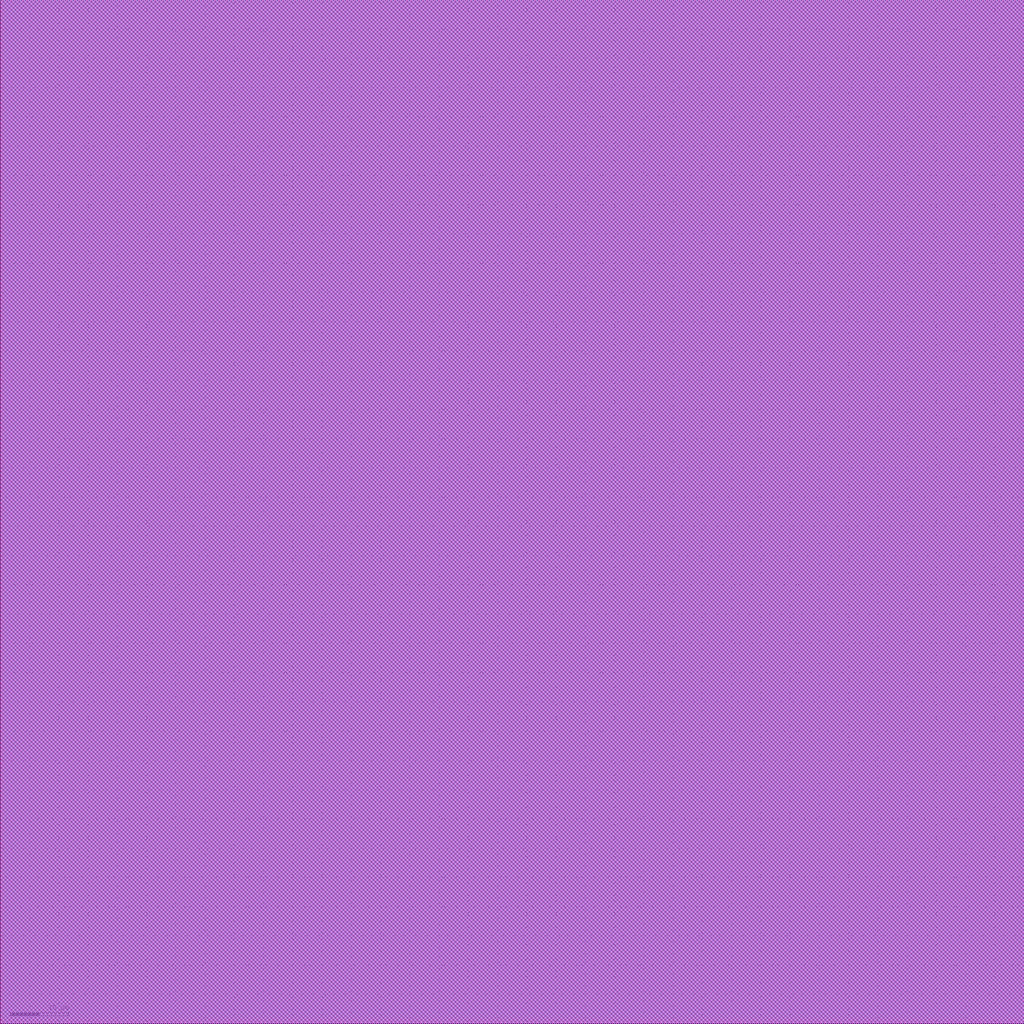
<source format=lef>
#-------------------------------------------------------
# SkyWater
#-------------------------------------------------------
# Technology LEF file for
# Process: S8 130nm / 180nm hybrid
# Metal stack option: 5 metal layers + local interconnect
# Standard cell libraries: high density (efs8hd)
# Date: January 22, 2020
#------------------------------------------------------

VERSION 5.7 ;
BUSBITCHARS "[]" ;
DIVIDERCHAR "/" ;

UNITS
  TIME NANOSECONDS 1 ;
  CAPACITANCE PICOFARADS 1 ;
  RESISTANCE OHMS 1 ;
  DATABASE MICRONS 1000 ;
END UNITS

MANUFACTURINGGRID 0.005 ;
CLEARANCEMEASURE EUCLIDEAN ;

SITE unitehd
    SYMMETRY Y  ;
    CLASS CORE  ;
    SIZE  0.460 BY 3.400 ;
END unitehd

LAYER li1
    TYPE ROUTING ;
    DIRECTION VERTICAL ;

    PITCH 0.46 ;
    OFFSET 0.23 ;

    WIDTH    0.170 ;                    # LI 1
    # SPACING  0.170 ;                    # LI 2
  SPACINGTABLE
    PARALLELRUNLENGTH 0
    WIDTH 0 0.170000 ;
    AREA 0.0561 ;                       # LI 6
    THICKNESS 0.10 ; 

    RESISTANCE RPERSQ 12.8 ;
END li1

LAYER mcon
  TYPE CUT ;
  WIDTH   0.17 ;		# Mcon 1
  SPACING 0.17 ;		# Mcon 2
  ENCLOSURE BELOW 0.0 0.0 ;	# Mcon 4
  ENCLOSURE ABOVE 0.030 0.060 ; # Met1 4 / Met1 5
END mcon

LAYER met1
    TYPE ROUTING ;
    DIRECTION HORIZONTAL ;

    PITCH 0.34 ;
    OFFSET 0.17 ;

    WIDTH    0.140 ;                    # Met1 1
    #SPACING  0.140 ;                    # Met1 2
    #SPACING  0.280 RANGE 3.001 100 ;	# Met1 3b
    SPACINGTABLE
	  PARALLELRUNLENGTH 0.000
	    WIDTH 0.000 0.140000
	    WIDTH 3.000000 0.280000
	    ;
    AREA 0.083 ;                        # Met1 6
    THICKNESS 0.36 ; 

    ANTENNAMODEL OXIDE1 ;
    ANTENNACUMAREARATIO 2200 ;
    ANTENNAAREARATIO 400 ;
    ANTENNADIFFAREARATIO 400 ;
    
    MAXIMUMDENSITY 70.0 ;
    DENSITYCHECKWINDOW 700.0 700.0 ;
    DENSITYCHECKSTEP 70.0 ;

    RESISTANCE RPERSQ 0.125 ;
END met1

LAYER via1
  TYPE CUT ;
  WIDTH   0.15 ;		# Via 1a
  SPACING 0.17  ;		# Via 2
  ENCLOSURE BELOW 0.055 0.085 ; # Via 4a / Via 5a
  ENCLOSURE ABOVE 0.055 0.085 ; # Met2 4 / Met2 5
END via1

LAYER met2
    TYPE ROUTING ;
    DIRECTION VERTICAL ;

    PITCH  0.46 ;
    OFFSET 0.23 ;

    WIDTH    0.140 ;                    # Met2 1
    #SPACING  0.140 ;                    # Met2 2
    #SPACING  0.280 RANGE 3.001 100 ;	# Met2 3b
    SPACINGTABLE
	  PARALLELRUNLENGTH 0.000
	    WIDTH 0.000 0.140000
	    WIDTH 3.000000 0.28000 ;
    AREA 0.0676 ;                       # Met2 6
    THICKNESS 0.36 ; 

    ANTENNAMODEL OXIDE1 ;
    ANTENNACUMAREARATIO 2200 ;
    ANTENNAAREARATIO 400 ;
    ANTENNADIFFAREARATIO 400 ;
    
    MAXIMUMDENSITY 70.0 ;
    DENSITYCHECKWINDOW 700.0 700.0 ;
    DENSITYCHECKSTEP 70.0 ;
    RESISTANCE RPERSQ 0.125 ;
END met2

LAYER via2
  TYPE CUT ;
  WIDTH   0.20 ;		# Via2 1
  SPACING 0.20 ;		# Via2 2
  ENCLOSURE BELOW 0.040 0.085 ;	# Via2 4
  ENCLOSURE ABOVE 0.065 0.065 ;	# Met3 4

END via2

LAYER met3
    TYPE ROUTING ;
    DIRECTION HORIZONTAL ;

    PITCH  0.68 ;
    OFFSET 0.34 ;

    WIDTH    0.300 ;            # Met3 1
    #SPACING  0.300 ;		# Met3 2
    SPACINGTABLE
	    PARALLELRUNLENGTH 0
	    WIDTH 0 0.30000 ;
    AREA     0.240 ;            # Met3 6
    THICKNESS 0.845 ;

    ANTENNAMODEL OXIDE1 ;
    ANTENNACUMAREARATIO 2200 ;
    ANTENNAAREARATIO 400 ;
    ANTENNADIFFAREARATIO 400 ;
    
    MAXIMUMDENSITY 70.0 ;
    DENSITYCHECKWINDOW 700.0 700.0 ;
    DENSITYCHECKSTEP 70.0 ;
    RESISTANCE RPERSQ 0.047 ;
END met3

LAYER via3
  TYPE CUT ;

  WIDTH   0.20 ;		# Via3 1
  SPACING 0.20 ;		# Via3 2
  ENCLOSURE BELOW 0.060 0.090 ;	# Via3 4 / Via3 5
  ENCLOSURE ABOVE 0.065 0.065 ;	# Met4 3
END via3

LAYER met4
    TYPE ROUTING ;
    DIRECTION VERTICAL ;

    PITCH  0.92 ;
    OFFSET 0.46 ;

    WIDTH    0.300 ;            # Met4 1
    #SPACING  0.300 ;		# Met4 2
    
    SPACINGTABLE
	    PARALLELRUNLENGTH 0
	    WIDTH 0 0.30000 ;
    AREA     0.240 ;            # Met4 4a

    THICKNESS 0.845 ;

    ANTENNAMODEL OXIDE1 ;
    ANTENNACUMAREARATIO 2200 ;
    ANTENNAAREARATIO 400 ;
    ANTENNADIFFAREARATIO 400 ;
    
    MAXIMUMDENSITY 70.0 ;
    DENSITYCHECKWINDOW 700.0 700.0 ;
    DENSITYCHECKSTEP 70.0 ;
    RESISTANCE RPERSQ 0.047 ;
END met4

LAYER via4
  TYPE CUT ;

  WIDTH   0.80 ;		# Via4 1
  SPACING 0.80 ;		# Via4 2
  ENCLOSURE BELOW 0.190 0.190 ;	# Via4 4
  ENCLOSURE ABOVE 0.310 0.310 ;	# Met5 3

END via4

LAYER met5
    TYPE ROUTING ;
    DIRECTION HORIZONTAL ;

    PITCH  3.4 ;
    OFFSET 1.7 ; 

    WIDTH    1.600 ;       # Met5 1
    #SPACING  1.600 ;       # Met5 2
    SPACINGTABLE
	    PARALLELRUNLENGTH 0
	    WIDTH 0 1.600 ;
    AREA     4.000 ;       # Met5 4

    THICKNESS 1.26 ;

    ANTENNAMODEL OXIDE1 ;
    ANTENNACUMAREARATIO 2200 ;
    ANTENNAAREARATIO 400 ;
    ANTENNADIFFAREARATIO 400 ;
    
    RESISTANCE RPERSQ 0.0285 ;
END met5

LAYER PR_bndry
TYPE MASTERSLICE ;
END PR_bndry

#---------------------------------
# Via Definitions
#---------------------------------

#---------------------------------
# MCON
#---------------------------------

 VIA MCON_HH   DEFAULT
 LAYER mcon ;
 RECT -0.085 -0.085 0.085 0.085 ;
 LAYER li1 ;
 RECT -0.165 -0.085 0.165 0.085 ;
 LAYER met1 ;
 RECT -0.16 -0.13 0.16 0.13 ;
 END MCON_HH
 
 VIA MCON_HV   DEFAULT
 LAYER mcon ;
 RECT -0.085 -0.085 0.085 0.085 ;
 LAYER li1 ;
 RECT -0.165 -0.085 0.165 0.085 ;
 LAYER met1 ;
 RECT -0.13 -0.16 0.13 0.16 ;
 END MCON_HV
 
 VIA MCON_VH   DEFAULT
 LAYER mcon ;
 RECT -0.085 -0.085 0.085 0.085 ;
 LAYER li1 ;
 RECT -0.085 -0.165 -0.085 0.165 ;
 LAYER met1 ;
 RECT -0.16 -0.13 0.16 0.13 ;
 END MCON_VH
 
 VIA MCON_VV   DEFAULT
 LAYER mcon ;
 RECT -0.085 -0.085 0.085 0.085 ;
 LAYER li1 ;
 RECT -0.085 -0.165 -0.085 0.165 ;
 LAYER met1 ;
 RECT -0.13 -0.16 0.13 0.16 ;
 END MCON_VV

VIARULE MCON_GEN GENERATE
 LAYER li1 ;
 ENCLOSURE 0.000 0.080 ;
 LAYER met1 ;
 ENCLOSURE 0.030 0.060 ;
 LAYER mcon ;
 RECT -0.085 -0.085 0.085 0.085 ;
 SPACING 0.360 BY 0.360 ;
END MCON_GEN

#---------------------------------
# VIA1
#---------------------------------

 VIA VIA1_HH   DEFAULT
 LAYER via1 ;
 RECT -0.075 -0.075 0.075 0.075 ;
 LAYER met1 ;
 RECT -0.16 -0.13 0.16 0.13 ;
 LAYER met2 ;
 RECT -0.16 -0.13 0.16 0.13 ;
 END VIA1_HH  
 
 VIA VIA1_HV   DEFAULT
 LAYER via1 ;
 RECT -0.075 -0.075 0.075 0.075 ;
 LAYER met1 ;
 RECT -0.16 -0.13 0.16 0.13 ;
 LAYER met2 ;
 RECT -0.13 -0.16 0.13 0.16 ;
 END VIA1_HV  
 
 VIA VIA1_VH   DEFAULT
 LAYER via1 ;
 RECT -0.075 -0.075 0.075 0.075 ;
 LAYER met1 ;
 RECT -0.13 -0.16 0.13 0.16 ;
 LAYER met2 ;
 RECT -0.16 -0.13 0.16 0.13 ;
 END VIA1_VH  
 
 VIA VIA1_VV   DEFAULT
 LAYER via1 ;
 RECT -0.075 -0.075 0.075 0.075 ;
 LAYER met1 ;
 RECT -0.13 -0.16 0.13 0.16 ;
 LAYER met2 ;
 RECT -0.13 -0.16 0.13 0.16 ;
 END VIA1_VV  
 
VIARULE VIA1_GEN GENERATE
 LAYER met1 ;
 ENCLOSURE 0.055 0.085 ;
 LAYER met2 ;
 ENCLOSURE 0.055 0.085 ;
 LAYER via1 ;
 RECT -0.075 -0.075 0.075 0.075 ;
 SPACING 0.320 BY 0.320 ;
END VIA1_GEN

#---------------------------------
# VIA2
#---------------------------------

 VIA VIA2_H   DEFAULT
 LAYER via2 ;
 RECT -0.1 -0.1 0.1 0.1 ;
 LAYER met2 ;
 RECT -0.185 -0.14 0.185 0.14 ;
 LAYER met3 ;
 RECT -0.165 -0.165 0.165 0.165 ;
 END VIA2_H  
 
 VIA VIA2_V   DEFAULT
 LAYER via2 ;
 RECT -0.1 -0.1 0.1 0.1 ;
 LAYER met2 ;
 RECT -0.14 -0.185 0.14 0.185 ;
 LAYER met3 ;
 RECT -0.165 -0.165 0.165 0.165 ;
 END VIA2_V  
 
VIARULE VIA2_GEN GENERATE
 LAYER met2 ;
 ENCLOSURE 0.040 0.085 ;
 LAYER met3 ;
 ENCLOSURE 0.065 0.065 ;
 LAYER via2 ;
 RECT -0.1 -0.1 0.1 0.1 ;
 SPACING 0.40 BY 0.40 ;
END VIA2_GEN

#---------------------------------
# VIA3
#---------------------------------

 VIA VIA3_H   DEFAULT
 LAYER via3 ;
 RECT -0.1 -0.1 0.1 0.1 ;
 LAYER met3 ;
 RECT -0.19 -0.16 0.19 0.16 ;
 LAYER met4 ;
 RECT -0.165 -0.165 0.165 0.165 ;
 END VIA3_H  
 
 VIA VIA3_V   DEFAULT
 LAYER via3 ;
 RECT -0.1 -0.1 0.1 0.1 ;
 LAYER met3 ;
 RECT -0.16 -0.19 0.16 0.19 ;
 LAYER met4 ;
 RECT -0.165 -0.165 0.165 0.165 ;
 END VIA3_V  
 
VIARULE VIA3_GEN GENERATE
 LAYER met3 ;
 ENCLOSURE 0.06 0.09 ;
 LAYER met4 ;
 ENCLOSURE 0.065 0.065 ;
 LAYER via3 ;
 RECT -0.1 -0.1 0.1 0.1 ;
 SPACING 0.40 BY 0.40 ;
END VIA3_GEN

#---------------------------------
# VIA4
#---------------------------------

 VIA VIA4_O   DEFAULT
 LAYER via4 ;
 RECT -0.4 -0.4 0.4 0.4 ;
 LAYER met4 ;
 RECT -0.59 -0.59 0.59 0.59 ;
 LAYER met5 ;
 RECT -0.71 -0.71 0.71 0.71 ;
 END VIA4_O  
 
VIARULE VIA4_GEN GENERATE
 LAYER met4 ;
 ENCLOSURE 0.190 0.190 ;
 LAYER met5 ;
 ENCLOSURE 0.310 0.310 ;
 LAYER via4 ;
 RECT -0.4 -0.4 0.4 0.4 ;
 SPACING 1.60 BY 1.60 ;
END VIA4_GEN



MACRO efs8hd_sdfxtp_2
   CLASS CORE ;
   FOREIGN efs8hd_sdfxtp_2 ;
   ORIGIN -0.0000 -0.0000 ;
   SITE unitehd ;
   SIZE 11.04 BY 3.4 ;
   PIN vgnd
      PORT
         LAYER li1 ;
	    RECT 0.515 0.105 0.845 0.58 ;
	    RECT 1.975 0.105 2.305 0.555 ;
	    RECT 3.76 0.105 3.96 0.655 ;
	    RECT 5.72 0.105 6.09 0.73 ;
	    RECT 7.745 0.105 8.115 0.77 ;
	    RECT 8.905 0.105 9.075 0.87 ;
	    RECT 9.775 0.105 9.945 1.165 ;
	    RECT 0 -0.105 10.12 0.105 ;
         LAYER met1 ;
	    RECT 0 -0.3 10.12 0.3 ;
      END
   END vgnd
   PIN vpwr
      PORT
         LAYER li1 ;
	    RECT 0 3.295 10.12 3.505 ;
	    RECT 0.52 2.67 0.85 3.295 ;
	    RECT 1.88 2.805 2.21 3.295 ;
	    RECT 3.755 2.705 3.925 3.295 ;
	    RECT 5.93 2.295 6.1 3.295 ;
	    RECT 7.81 2.67 8.115 3.295 ;
	    RECT 8.905 2.03 9.08 3.295 ;
	    RECT 9.775 1.755 9.945 3.295 ;
         LAYER met1 ;
	    RECT 0 3.1 10.12 3.7 ;
      END
   END vpwr
   PIN SCD
      PORT
         LAYER li1 ;
	    RECT 3.53 1.295 4.02 2.07 ;
      END
   END SCD
   PIN D
      PORT
         LAYER li1 ;
	    RECT 2.46 1.695 2.79 2.105 ;
      END
   END D
   PIN SCE
      PORT
         LAYER li1 ;
	    RECT 1.78 0.98 1.95 2.105 ;
	    RECT 3.08 0.98 3.25 1.395 ;
	    RECT 1.78 0.77 3.25 0.98 ;
	    RECT 2.475 0.38 2.65 0.77 ;
      END
   END SCE
   PIN CLK
      PORT
         LAYER li1 ;
	    RECT 0.095 1.22 0.445 2.03 ;
      END
   END CLK
   PIN Q
      PORT
         LAYER li1 ;
	    RECT 9.26 1.88 9.605 2.995 ;
	    RECT 9.435 1.025 9.605 1.88 ;
	    RECT 9.26 0.38 9.605 1.025 ;
      END
   END Q
   OBS
         LAYER li1 ;
	    RECT 0.18 2.455 0.35 3.08 ;
	    RECT 0.18 2.245 0.845 2.455 ;
	    RECT 0.615 1.215 0.845 2.245 ;
	    RECT 0.615 1.005 0.81 1.215 ;
	    RECT 0.175 0.795 0.81 1.005 ;
	    RECT 1.02 0.895 1.245 3.08 ;
	    RECT 0.175 0.43 0.345 0.795 ;
	    RECT 1.015 0.43 1.245 0.895 ;
	    RECT 1.435 2.595 1.71 3.055 ;
	    RECT 2.69 2.805 3.585 3.02 ;
	    RECT 1.435 2.325 3.245 2.595 ;
	    RECT 1.435 0.555 1.605 2.325 ;
	    RECT 2.12 1.405 2.29 2.325 ;
	    RECT 3.075 2.105 3.245 2.325 ;
	    RECT 3.415 2.495 3.585 2.805 ;
	    RECT 4.21 2.58 4.445 3.05 ;
	    RECT 4.69 2.74 5.76 2.95 ;
	    RECT 4.21 2.495 4.38 2.58 ;
	    RECT 3.415 2.28 4.38 2.495 ;
	    RECT 3.075 1.695 3.27 2.105 ;
	    RECT 2.12 1.195 2.46 1.405 ;
	    RECT 4.21 1.08 4.38 2.28 ;
	    RECT 3.42 0.87 4.38 1.08 ;
	    RECT 4.55 1.295 4.79 2.38 ;
	    RECT 4.98 2.07 5.42 2.515 ;
	    RECT 5.59 1.97 5.76 2.74 ;
	    RECT 6.27 2.67 6.52 3.08 ;
	    RECT 6.745 2.705 7.63 2.92 ;
	    RECT 5.59 1.855 6.1 1.97 ;
	    RECT 5.3 1.645 6.1 1.855 ;
	    RECT 4.55 0.88 5.13 1.295 ;
	    RECT 3.42 0.555 3.59 0.87 ;
	    RECT 1.435 0.345 1.805 0.555 ;
	    RECT 2.82 0.345 3.59 0.555 ;
	    RECT 4.21 0.67 4.38 0.87 ;
	    RECT 5.3 0.67 5.47 1.645 ;
	    RECT 5.93 1.555 6.1 1.645 ;
	    RECT 5.64 1.33 5.81 1.37 ;
	    RECT 6.27 1.33 6.44 2.67 ;
	    RECT 6.61 1.555 6.8 2.455 ;
	    RECT 6.97 1.97 7.29 2.38 ;
	    RECT 5.64 0.955 6.44 1.33 ;
	    RECT 6.97 1.295 7.16 1.97 ;
	    RECT 7.46 1.755 7.63 2.705 ;
	    RECT 8.465 2.38 8.735 3.07 ;
	    RECT 7.8 1.97 8.735 2.38 ;
	    RECT 4.21 0.455 4.56 0.67 ;
	    RECT 4.73 0.455 5.47 0.67 ;
	    RECT 6.27 0.67 6.44 0.955 ;
	    RECT 6.61 0.88 7.16 1.295 ;
	    RECT 7.33 1.655 7.63 1.755 ;
	    RECT 8.565 1.655 8.735 1.97 ;
	    RECT 7.33 1.245 8.395 1.655 ;
	    RECT 8.565 1.245 9.265 1.655 ;
	    RECT 7.33 0.67 7.5 1.245 ;
	    RECT 8.565 1.03 8.735 1.245 ;
	    RECT 6.27 0.455 6.73 0.67 ;
	    RECT 6.96 0.455 7.5 0.67 ;
	    RECT 8.385 0.375 8.735 1.03 ;
         LAYER met1 ;
	    RECT 0.58 2.425 0.87 2.48 ;
	    RECT 5.145 2.425 5.435 2.48 ;
	    RECT 6.56 2.425 6.85 2.48 ;
	    RECT 0.58 2.25 6.85 2.425 ;
	    RECT 0.58 2.195 0.87 2.25 ;
	    RECT 5.145 2.195 5.435 2.25 ;
	    RECT 6.56 2.195 6.85 2.25 ;
	    RECT 0.99 1.15 1.28 1.205 ;
	    RECT 4.685 1.15 4.975 1.205 ;
	    RECT 6.57 1.15 6.86 1.205 ;
	    RECT 0.99 0.975 6.86 1.15 ;
	    RECT 0.99 0.92 1.28 0.975 ;
	    RECT 4.685 0.92 4.975 0.975 ;
	    RECT 6.57 0.92 6.86 0.975 ;
   END
END efs8hd_sdfxtp_2
MACRO efs8hd_xnor3_1
   CLASS CORE ;
   FOREIGN efs8hd_xnor3_1 ;
   ORIGIN -0.0000 -0.0000 ;
   SITE unitehd ;
   SIZE 9.2 BY 3.4 ;
   PIN C
      PORT
         LAYER li1 ;
	    RECT 1.615 1.345 2.18 1.655 ;
      END
   END C
   PIN A
      PORT
         LAYER li1 ;
	    RECT 7.045 1.345 7.455 1.655 ;
      END
   END A
   PIN B
      PORT
         LAYER li1 ;
	    RECT 6.125 1.785 6.805 2.02 ;
	    RECT 6.125 1.245 6.395 1.785 ;
      END
   END B
   PIN X
      PORT
         LAYER li1 ;
	    RECT 0.085 1.8 0.365 3.08 ;
	    RECT 0.085 1.155 0.33 1.8 ;
	    RECT 0.085 0.44 0.345 1.155 ;
      END
   END X
   PIN vgnd
      PORT
         LAYER li1 ;
	    RECT 0.515 0.105 0.765 0.655 ;
	    RECT 3.475 0.105 3.645 1.08 ;
	    RECT 7.475 0.105 7.645 0.705 ;
	    RECT 0.515 0.085 7.645 0.105 ;
	    RECT 0 -0.085 8.28 0.085 ;
         LAYER met1 ;
	    RECT 0 -0.3 8.28 0.3 ;
      END
   END vgnd
   PIN vpwr
      PORT
         LAYER li1 ;
	    RECT 0 3.315 8.28 3.485 ;
	    RECT 0.535 3.295 7.73 3.315 ;
	    RECT 0.535 2.77 0.87 3.295 ;
	    RECT 3.225 2.795 3.555 3.295 ;
	    RECT 7.395 2.845 7.73 3.295 ;
         LAYER met1 ;
	    RECT 0 3.1 8.28 3.7 ;
      END
   END vpwr
   OBS
         LAYER li1 ;
	    RECT 1.05 2.795 2.52 3.005 ;
	    RECT 3.89 2.845 6.985 3.055 ;
	    RECT 1.05 2.555 1.22 2.795 ;
	    RECT 3.89 2.58 4.06 2.845 ;
	    RECT 0.535 2.345 1.22 2.555 ;
	    RECT 1.56 2.37 4.06 2.58 ;
	    RECT 0.535 1.655 0.705 2.345 ;
	    RECT 0.935 1.92 2.52 2.13 ;
	    RECT 0.5 1.245 0.705 1.655 ;
	    RECT 0.53 1.08 0.705 1.245 ;
	    RECT 0.53 0.87 1.105 1.08 ;
	    RECT 0.935 0.53 1.105 0.87 ;
	    RECT 1.275 0.745 1.445 1.92 ;
	    RECT 2.35 1.655 2.52 1.92 ;
	    RECT 2.69 1.905 3.075 2.12 ;
	    RECT 2.795 1.72 3.075 1.905 ;
	    RECT 2.35 1.245 2.625 1.655 ;
	    RECT 1.745 0.995 2.125 1.13 ;
	    RECT 2.795 0.995 2.965 1.72 ;
	    RECT 3.245 1.505 3.415 2.37 ;
	    RECT 3.645 1.805 4.065 2.145 ;
	    RECT 1.745 0.78 2.965 0.995 ;
	    RECT 3.135 1.295 3.415 1.505 ;
	    RECT 3.135 0.57 3.305 1.295 ;
	    RECT 2.07 0.53 2.505 0.57 ;
	    RECT 0.935 0.32 2.505 0.53 ;
	    RECT 2.675 0.355 3.305 0.57 ;
	    RECT 3.825 0.52 4.065 1.805 ;
	    RECT 4.245 0.745 4.415 2.63 ;
	    RECT 4.585 1.075 4.755 2.845 ;
	    RECT 7.9 2.63 8.195 3.08 ;
	    RECT 4.935 2.02 5.35 2.555 ;
	    RECT 5.785 2.42 8.195 2.63 ;
	    RECT 4.935 1.805 5.615 2.02 ;
	    RECT 4.95 1.245 5.275 1.595 ;
	    RECT 4.585 0.9 4.935 1.075 ;
	    RECT 5.105 0.99 5.275 1.245 ;
	    RECT 4.625 0.855 4.935 0.9 ;
	    RECT 4.245 0.555 4.455 0.745 ;
	    RECT 4.625 0.725 4.995 0.855 ;
	    RECT 4.245 0.33 4.655 0.555 ;
	    RECT 4.825 0.4 4.995 0.725 ;
	    RECT 5.445 0.53 5.615 1.805 ;
	    RECT 5.785 0.745 5.955 2.42 ;
	    RECT 7.71 2.345 8.195 2.42 ;
	    RECT 6.975 1.87 7.795 2.13 ;
	    RECT 7.625 1.655 7.795 1.87 ;
	    RECT 6.565 1.18 6.875 1.595 ;
	    RECT 7.625 1.245 7.855 1.655 ;
	    RECT 6.565 0.915 6.77 1.18 ;
	    RECT 7.625 1.13 7.795 1.245 ;
	    RECT 7.055 0.94 7.795 1.13 ;
	    RECT 7.015 0.92 7.795 0.94 ;
	    RECT 6.225 0.53 6.69 0.58 ;
	    RECT 5.445 0.32 6.69 0.53 ;
	    RECT 7.015 0.37 7.305 0.92 ;
	    RECT 8.025 0.73 8.195 2.345 ;
	    RECT 7.895 0.32 8.195 0.73 ;
         LAYER met1 ;
	    RECT 2.845 2 3.135 2.055 ;
	    RECT 5.145 2 5.435 2.055 ;
	    RECT 2.845 1.825 5.435 2 ;
	    RECT 2.845 1.77 3.135 1.825 ;
	    RECT 5.145 1.77 5.435 1.825 ;
	    RECT 3.765 1.19 4.055 1.205 ;
	    RECT 5.105 1.19 5.435 1.205 ;
	    RECT 3.765 1.15 5.435 1.19 ;
	    RECT 6.525 1.15 6.815 1.205 ;
	    RECT 3.765 0.975 6.815 1.15 ;
	    RECT 3.765 0.96 5.435 0.975 ;
	    RECT 3.765 0.92 4.055 0.96 ;
	    RECT 5.105 0.92 5.435 0.96 ;
	    RECT 6.525 0.92 6.815 0.975 ;
	    RECT 4.225 0.725 4.515 0.78 ;
	    RECT 6.985 0.725 7.275 0.78 ;
	    RECT 4.225 0.55 7.275 0.725 ;
	    RECT 4.225 0.495 4.515 0.55 ;
	    RECT 6.985 0.495 7.275 0.55 ;
   END
END efs8hd_xnor3_1
MACRO efs8hd_or4bb_2
   CLASS CORE ;
   FOREIGN efs8hd_or4bb_2 ;
   ORIGIN -0.0000 -0.0000 ;
   SITE unitehd ;
   SIZE 5.52 BY 3.4 ;
   PIN CN
      PORT
         LAYER li1 ;
	    RECT 0.43 1.105 0.78 2.12 ;
      END
   END CN
   PIN DN
      PORT
         LAYER li1 ;
	    RECT 0.95 1.105 1.24 1.655 ;
      END
   END DN
   PIN A
      PORT
         LAYER li1 ;
	    RECT 2.64 1.105 3.295 1.655 ;
      END
   END A
   PIN X
      PORT
         LAYER li1 ;
	    RECT 3.805 1.87 4.08 3.08 ;
	    RECT 3.91 0.95 4.08 1.87 ;
	    RECT 3.805 0.52 4.08 0.95 ;
      END
   END X
   PIN B
      PORT
         LAYER li1 ;
	    RECT 2.445 2.465 3.145 3.07 ;
      END
   END B
   PIN vgnd
      PORT
         LAYER li1 ;
	    RECT 0.66 0.105 0.83 0.935 ;
	    RECT 1.495 0.105 1.85 0.595 ;
	    RECT 2.395 0.105 2.725 0.595 ;
	    RECT 3.235 0.105 3.615 0.595 ;
	    RECT 4.25 0.105 4.42 1.28 ;
	    RECT 0.66 0.085 4.42 0.105 ;
	    RECT 0 -0.085 4.6 0.085 ;
         LAYER met1 ;
	    RECT 0 -0.3 4.6 0.3 ;
      END
   END vgnd
   PIN vpwr
      PORT
         LAYER li1 ;
	    RECT 0 3.315 4.6 3.485 ;
	    RECT 0.515 3.295 4.42 3.315 ;
	    RECT 0.515 2.755 0.845 3.295 ;
	    RECT 3.315 2.295 3.595 3.295 ;
	    RECT 4.25 1.8 4.42 3.295 ;
         LAYER met1 ;
	    RECT 0 3.1 4.6 3.7 ;
      END
   END vpwr
   OBS
         LAYER li1 ;
	    RECT 0.085 2.545 0.345 3.07 ;
	    RECT 1.535 2.755 2.275 2.97 ;
	    RECT 0.085 2.33 1.935 2.545 ;
	    RECT 0.085 0.935 0.26 2.33 ;
	    RECT 0.995 1.905 1.595 2.12 ;
	    RECT 1.41 1.555 1.595 1.905 ;
	    RECT 1.765 1.955 1.935 2.33 ;
	    RECT 2.105 2.295 2.275 2.755 ;
	    RECT 2.105 2.125 3.145 2.295 ;
	    RECT 2.975 2.08 3.145 2.125 ;
	    RECT 1.765 1.77 2.42 1.955 ;
	    RECT 2.975 1.87 3.635 2.08 ;
	    RECT 1.41 1.345 1.855 1.555 ;
	    RECT 1.41 0.935 1.6 1.345 ;
	    RECT 2.25 1.245 2.42 1.77 ;
	    RECT 3.465 1.655 3.635 1.87 ;
	    RECT 3.465 1.245 3.74 1.655 ;
	    RECT 3.465 0.935 3.635 1.245 ;
	    RECT 0.085 0.565 0.465 0.935 ;
	    RECT 1.08 0.765 1.6 0.935 ;
	    RECT 2.025 0.765 3.635 0.935 ;
	    RECT 1.08 0.565 1.25 0.765 ;
	    RECT 2.025 0.38 2.195 0.765 ;
	    RECT 2.895 0.38 3.065 0.765 ;
   END
END efs8hd_or4bb_2
MACRO efs8hd_xnor2_2
   CLASS CORE ;
   FOREIGN efs8hd_xnor2_2 ;
   ORIGIN -0.0000 -0.0000 ;
   SITE unitehd ;
   SIZE 6.9 BY 3.4 ;
   PIN A
      PORT
         LAYER li1 ;
	    RECT 1.255 1.345 2.705 1.615 ;
      END
   END A
   PIN B
      PORT
         LAYER li1 ;
	    RECT 0.79 1.785 3.1 2.02 ;
	    RECT 0.79 1.605 0.96 1.785 ;
	    RECT 0.485 1.345 0.96 1.605 ;
	    RECT 2.93 1.605 3.1 1.785 ;
	    RECT 2.93 1.345 3.955 1.605 ;
      END
   END B
   PIN Y
      PORT
         LAYER li1 ;
	    RECT 3.725 2.455 3.935 2.655 ;
	    RECT 5.045 2.455 5.295 2.655 ;
	    RECT 3.725 2.245 5.295 2.455 ;
	    RECT 5.045 2.03 5.295 2.245 ;
	    RECT 5.045 1.77 5.895 2.03 ;
	    RECT 5.505 0.595 5.895 1.77 ;
	    RECT 4.585 0.38 5.895 0.595 ;
      END
   END Y
   PIN vgnd
      PORT
         LAYER li1 ;
	    RECT 1.45 0.105 1.62 0.695 ;
	    RECT 2.43 0.105 2.6 1.13 ;
	    RECT 3.27 0.105 3.44 0.695 ;
	    RECT 4.145 0.105 4.315 0.695 ;
	    RECT 1.45 0.085 4.315 0.105 ;
	    RECT 0 -0.085 5.98 0.085 ;
         LAYER met1 ;
	    RECT 0 -0.3 5.98 0.3 ;
      END
   END vgnd
   PIN vpwr
      PORT
         LAYER li1 ;
	    RECT 0 3.315 5.98 3.485 ;
	    RECT 0.57 3.295 5.895 3.315 ;
	    RECT 0.57 2.67 0.82 3.295 ;
	    RECT 1.41 2.67 1.66 3.295 ;
	    RECT 2.81 2.67 3.06 3.295 ;
	    RECT 4.625 2.67 4.875 3.295 ;
	    RECT 5.465 2.245 5.895 3.295 ;
         LAYER met1 ;
	    RECT 0 3.1 5.98 3.7 ;
      END
   END vpwr
   OBS
         LAYER li1 ;
	    RECT 0.085 2.455 0.4 3.08 ;
	    RECT 0.99 2.455 1.24 3.08 ;
	    RECT 1.83 2.455 2.08 3.08 ;
	    RECT 2.39 2.655 2.64 3.08 ;
	    RECT 3.23 2.87 4.355 3.08 ;
	    RECT 3.23 2.655 3.555 2.87 ;
	    RECT 4.105 2.67 4.355 2.87 ;
	    RECT 0.085 2.445 2.08 2.455 ;
	    RECT 0.085 2.23 3.48 2.445 ;
	    RECT 0.085 1.12 0.315 2.23 ;
	    RECT 3.31 2.03 3.48 2.23 ;
	    RECT 3.31 1.82 4.805 2.03 ;
	    RECT 4.635 1.555 4.805 1.82 ;
	    RECT 4.635 1.345 5.295 1.555 ;
	    RECT 0.085 0.805 0.86 1.12 ;
	    RECT 1.03 0.905 2.12 1.13 ;
	    RECT 1.03 0.595 1.28 0.905 ;
	    RECT 0.105 0.32 1.28 0.595 ;
	    RECT 1.79 0.32 2.12 0.905 ;
	    RECT 2.77 0.905 5.335 1.13 ;
	    RECT 2.77 0.32 3.1 0.905 ;
	    RECT 3.61 0.32 3.975 0.905 ;
	    RECT 5.005 0.805 5.335 0.905 ;
         LAYER met1 ;
	    RECT 2.405 2.85 2.695 2.905 ;
	    RECT 3.325 2.85 3.615 2.905 ;
	    RECT 2.405 2.675 3.615 2.85 ;
	    RECT 2.405 2.62 2.695 2.675 ;
	    RECT 3.325 2.62 3.615 2.675 ;
   END
END efs8hd_xnor2_2
MACRO efs8hd_clkbuf_4
   CLASS CORE ;
   FOREIGN efs8hd_clkbuf_4 ;
   ORIGIN -0.0000 -0.0000 ;
   SITE unitehd ;
   SIZE 3.68 BY 3.4 ;
   PIN A
      PORT
         LAYER li1 ;
	    RECT 0.425 0.765 0.775 1.655 ;
      END
   END A
   PIN X
      PORT
         LAYER li1 ;
	    RECT 1.045 2.505 1.305 3.08 ;
	    RECT 1.905 2.505 2.165 3.08 ;
	    RECT 1.045 2.295 2.165 2.505 ;
	    RECT 1.905 1.98 2.165 2.295 ;
	    RECT 1.905 1.77 2.66 1.98 ;
	    RECT 2.255 1.13 2.66 1.77 ;
	    RECT 1.01 0.92 2.66 1.13 ;
	    RECT 1.01 0.43 1.305 0.92 ;
	    RECT 1.905 0.43 2.165 0.92 ;
      END
   END X
   PIN vgnd
      PORT
         LAYER li1 ;
	    RECT 0.595 0.105 0.83 0.595 ;
	    RECT 1.475 0.105 1.73 0.705 ;
	    RECT 2.335 0.105 2.615 0.705 ;
	    RECT 0.595 0.085 2.615 0.105 ;
	    RECT 0 -0.085 2.76 0.085 ;
         LAYER met1 ;
	    RECT 0 -0.3 2.76 0.3 ;
      END
   END vgnd
   PIN vpwr
      PORT
         LAYER li1 ;
	    RECT 0 3.315 2.76 3.485 ;
	    RECT 0.565 3.295 2.62 3.315 ;
	    RECT 0.565 2.295 0.875 3.295 ;
	    RECT 1.475 2.72 1.73 3.295 ;
	    RECT 2.335 2.205 2.62 3.295 ;
         LAYER met1 ;
	    RECT 0 3.1 2.76 3.7 ;
      END
   END vpwr
   OBS
         LAYER li1 ;
	    RECT 0.085 2.08 0.395 3.08 ;
	    RECT 0.085 1.87 1.115 2.08 ;
	    RECT 0.085 0.595 0.255 1.87 ;
	    RECT 0.945 1.555 1.115 1.87 ;
	    RECT 0.945 1.345 2.085 1.555 ;
	    RECT 0.085 0.32 0.425 0.595 ;
   END
END efs8hd_clkbuf_4
MACRO efs8hd_fill_4
   CLASS CORE ;
   FOREIGN efs8hd_fill_4 ;
   ORIGIN -0.0000 -0.0000 ;
   SITE unitehd ;
   SIZE 1.8400 BY 3.4000 ;
   PIN vgnd
      PORT
         LAYER li1 ;
	    RECT 0.0000 -0.0850 1.8400 0.0850 ;
         LAYER met1 ;
	    RECT 0.0000 -0.3000 1.8400 0.3000 ;
      END
   END vgnd
   PIN vpwr
      PORT
         LAYER li1 ;
	    RECT 0.0000 3.3150 1.8400 3.4850 ;
         LAYER met1 ;
	    RECT 0.0000 3.1000 1.8400 3.7000 ;
      END
   END vpwr
END efs8hd_fill_4
MACRO efs8hd_clkinv_4
   CLASS CORE ;
   FOREIGN efs8hd_clkinv_4 ;
   ORIGIN -0.0000 -0.0000 ;
   SITE unitehd ;
   SIZE 4.14 BY 3.4 ;
   PIN Y
      PORT
         LAYER li1 ;
	    RECT 0.605 2.04 0.86 3.045 ;
	    RECT 1.465 2.04 1.72 3.045 ;
	    RECT 2.32 2.04 2.58 3.045 ;
	    RECT 0.105 1.825 3.135 2.04 ;
	    RECT 0.105 1.12 0.275 1.825 ;
	    RECT 2.835 1.12 3.135 1.825 ;
	    RECT 0.105 0.905 3.135 1.12 ;
	    RECT 1.03 0.35 1.29 0.905 ;
	    RECT 1.89 0.35 2.145 0.905 ;
      END
   END Y
   PIN A
      PORT
         LAYER li1 ;
	    RECT 0.445 1.33 2.66 1.615 ;
      END
   END A
   PIN vgnd
      PORT
         LAYER li1 ;
	    RECT 0.565 0.105 0.86 0.695 ;
	    RECT 1.46 0.105 1.72 0.695 ;
	    RECT 2.315 0.105 2.615 0.695 ;
	    RECT 0.565 0.085 2.615 0.105 ;
	    RECT 0 -0.085 3.22 0.085 ;
         LAYER met1 ;
	    RECT 0 -0.3 3.22 0.3 ;
      END
   END vgnd
   PIN vpwr
      PORT
         LAYER li1 ;
	    RECT 0 3.315 3.22 3.485 ;
	    RECT 0.085 3.295 3.135 3.315 ;
	    RECT 0.085 2.25 0.43 3.295 ;
	    RECT 1.03 2.25 1.29 3.295 ;
	    RECT 1.89 2.25 2.15 3.295 ;
	    RECT 2.75 2.25 3.135 3.295 ;
         LAYER met1 ;
	    RECT 0 3.1 3.22 3.7 ;
      END
   END vpwr
END efs8hd_clkinv_4
MACRO efs8hd_dlymetal6s2s_1
   CLASS CORE ;
   FOREIGN efs8hd_dlymetal6s2s_1 ;
   ORIGIN -0.0000 -0.0000 ;
   SITE unitehd ;
   SIZE 5.52 BY 3.4 ;
   PIN X
      PORT
         LAYER li1 ;
	    RECT 1.245 2.095 1.67 3.08 ;
	    RECT 1.245 1.87 2.155 2.095 ;
	    RECT 1.32 1.245 2.155 1.87 ;
	    RECT 1.32 1.03 1.67 1.245 ;
	    RECT 1.245 0.32 1.67 1.03 ;
      END
   END X
   PIN A
      PORT
         LAYER li1 ;
	    RECT 0.085 1.105 0.57 2.125 ;
      END
   END A
   PIN vgnd
      PORT
         LAYER li1 ;
	    RECT 0.69 0.105 1.075 0.595 ;
	    RECT 2.285 0.105 2.67 0.605 ;
	    RECT 3.7 0.105 4.085 0.605 ;
	    RECT 0.69 0.085 4.085 0.105 ;
	    RECT 0 -0.085 4.6 0.085 ;
         LAYER met1 ;
	    RECT 0 -0.3 4.6 0.3 ;
      END
   END vgnd
   PIN vpwr
      PORT
         LAYER li1 ;
	    RECT 0 3.315 4.6 3.485 ;
	    RECT 0.69 3.295 4.085 3.315 ;
	    RECT 0.69 2.765 1.075 3.295 ;
	    RECT 2.285 2.765 2.67 3.295 ;
	    RECT 3.7 2.765 4.085 3.295 ;
         LAYER met1 ;
	    RECT 0 3.1 4.6 3.7 ;
      END
   END vpwr
   OBS
         LAYER li1 ;
	    RECT 0.085 2.55 0.52 3.08 ;
	    RECT 1.84 2.55 2.115 3.08 ;
	    RECT 0.085 2.34 1.075 2.55 ;
	    RECT 0.74 1.655 1.075 2.34 ;
	    RECT 1.84 2.305 2.67 2.55 ;
	    RECT 2.325 1.655 2.67 2.305 ;
	    RECT 2.84 2.095 3.085 3.08 ;
	    RECT 3.275 2.55 3.53 3.08 ;
	    RECT 3.275 2.305 4.085 2.55 ;
	    RECT 2.84 1.87 3.565 2.095 ;
	    RECT 0.74 1.245 1.15 1.655 ;
	    RECT 2.325 1.245 2.745 1.655 ;
	    RECT 2.915 1.245 3.565 1.87 ;
	    RECT 3.735 1.655 4.085 2.305 ;
	    RECT 4.255 1.87 4.515 3.08 ;
	    RECT 3.735 1.245 4.16 1.655 ;
	    RECT 0.74 0.935 1.075 1.245 ;
	    RECT 2.325 1.03 2.67 1.245 ;
	    RECT 2.915 1.03 3.085 1.245 ;
	    RECT 3.735 1.03 4.085 1.245 ;
	    RECT 4.33 1.03 4.515 1.87 ;
	    RECT 0.085 0.765 1.075 0.935 ;
	    RECT 1.86 0.82 2.67 1.03 ;
	    RECT 0.085 0.32 0.52 0.765 ;
	    RECT 1.86 0.32 2.115 0.82 ;
	    RECT 2.84 0.32 3.085 1.03 ;
	    RECT 3.275 0.82 4.085 1.03 ;
	    RECT 3.275 0.32 3.53 0.82 ;
	    RECT 4.255 0.32 4.515 1.03 ;
   END
END efs8hd_dlymetal6s2s_1
MACRO efs8hd_and4b_2
   CLASS CORE ;
   FOREIGN efs8hd_and4b_2 ;
   ORIGIN -0.0000 -0.0000 ;
   SITE unitehd ;
   SIZE 5.06 BY 3.4 ;
   PIN B
      PORT
         LAYER li1 ;
	    RECT 1.525 0.525 1.745 2.18 ;
      END
   END B
   PIN C
      PORT
         LAYER li1 ;
	    RECT 1.96 0.525 2.275 2.12 ;
      END
   END C
   PIN X
      PORT
         LAYER li1 ;
	    RECT 3.34 2.18 3.545 3.08 ;
	    RECT 3.34 1.92 4.055 2.18 ;
	    RECT 3.425 1.03 4.055 1.92 ;
	    RECT 3.26 0.8 4.055 1.03 ;
	    RECT 3.26 0.32 3.545 0.8 ;
      END
   END X
   PIN AN
      PORT
         LAYER li1 ;
	    RECT 0.135 0.925 0.335 2.04 ;
      END
   END AN
   PIN D
      PORT
         LAYER li1 ;
	    RECT 2.445 0.805 2.775 2.02 ;
      END
   END D
   PIN vgnd
      PORT
         LAYER li1 ;
	    RECT 0.095 0.105 0.425 0.58 ;
	    RECT 2.76 0.105 3.09 0.58 ;
	    RECT 3.715 0.105 4.05 0.58 ;
	    RECT 0.095 0.085 4.05 0.105 ;
	    RECT 0 -0.085 4.14 0.085 ;
         LAYER met1 ;
	    RECT 0 -0.3 4.14 0.3 ;
      END
   END vgnd
   PIN vpwr
      PORT
         LAYER li1 ;
	    RECT 0 3.315 4.14 3.485 ;
	    RECT 0.515 3.295 4.05 3.315 ;
	    RECT 0.515 2.745 0.845 3.295 ;
	    RECT 1.555 2.82 2.225 3.295 ;
	    RECT 2.84 2.745 3.17 3.295 ;
	    RECT 3.715 2.395 4.05 3.295 ;
         LAYER met1 ;
	    RECT 0 3.1 4.14 3.7 ;
      END
   END vpwr
   OBS
         LAYER li1 ;
	    RECT 0.175 2.5 0.345 3.08 ;
	    RECT 1.015 2.605 1.185 3.08 ;
	    RECT 2.44 2.605 2.61 3.08 ;
	    RECT 0.175 2.29 0.805 2.5 ;
	    RECT 0.635 1.655 0.805 2.29 ;
	    RECT 1.015 2.455 2.61 2.605 ;
	    RECT 1.015 2.395 3.165 2.455 ;
	    RECT 1.015 2.075 1.315 2.395 ;
	    RECT 2.44 2.245 3.165 2.395 ;
	    RECT 0.635 1.245 0.975 1.655 ;
	    RECT 0.635 0.73 0.805 1.245 ;
	    RECT 1.145 0.73 1.315 2.075 ;
	    RECT 2.995 1.655 3.165 2.245 ;
	    RECT 2.995 1.245 3.255 1.655 ;
	    RECT 0.595 0.32 0.805 0.73 ;
	    RECT 1.095 0.32 1.315 0.73 ;
   END
END efs8hd_and4b_2
MACRO efs8hd_sdfrbp_2
   CLASS CORE ;
   FOREIGN efs8hd_sdfrbp_2 ;
   ORIGIN -0.0000 -0.0000 ;
   SITE unitehd ;
   SIZE 14.26 BY 3.4 ;
   PIN RESETB
      PORT
         LAYER li1 ;
	    RECT 9.525 1.33 10.115 1.615 ;
	    RECT 6.505 0.955 7.035 1.305 ;
	    RECT 9.805 0.765 10.115 1.33 ;
         LAYER met1 ;
	    RECT 9.63 1.205 9.92 1.63 ;
	    RECT 6.445 1.15 7.095 1.205 ;
	    RECT 9.63 1.15 10.175 1.205 ;
	    RECT 6.445 0.975 10.175 1.15 ;
	    RECT 6.445 0.92 7.095 0.975 ;
	    RECT 9.885 0.92 10.175 0.975 ;
      END
   END RESETB
   PIN QN
      PORT
         LAYER li1 ;
	    RECT 12.525 2.6 12.825 3.08 ;
	    RECT 12.435 1.92 12.825 2.6 ;
	    RECT 12.655 1.03 12.825 1.92 ;
	    RECT 12.445 0.39 12.825 1.03 ;
      END
   END QN
   PIN Q
      PORT
         LAYER li1 ;
	    RECT 11.575 0.33 11.925 2.12 ;
      END
   END Q
   PIN CLK
      PORT
         LAYER li1 ;
	    RECT 0.14 1.105 0.49 2.03 ;
      END
   END CLK
   PIN SCE
      PORT
         LAYER li1 ;
	    RECT 1.465 2.48 1.73 3.08 ;
	    RECT 1.485 1.34 1.73 2.48 ;
      END
   END SCE
   PIN D
      PORT
         LAYER li1 ;
	    RECT 2.865 2.23 3.12 3.08 ;
	    RECT 2.735 1.695 3.12 2.23 ;
      END
   END D
   PIN SCD
      PORT
         LAYER li1 ;
	    RECT 4.02 0.89 4.455 2.125 ;
	    RECT 4.02 0.355 4.275 0.89 ;
      END
   END SCD
   PIN vgnd
      PORT
         LAYER li1 ;
	    RECT 0.515 0.105 0.845 0.58 ;
	    RECT 1.875 0.105 2.205 0.7 ;
	    RECT 2.395 0.105 2.725 1.03 ;
	    RECT 4.445 0.105 4.775 0.675 ;
	    RECT 6.915 0.105 7.245 0.68 ;
	    RECT 9.085 0.105 9.255 0.655 ;
	    RECT 11.09 0.105 11.365 0.68 ;
	    RECT 12.105 0.105 12.275 1.03 ;
	    RECT 12.995 0.105 13.165 1.165 ;
	    RECT 0.515 0.085 13.165 0.105 ;
	    RECT 0 -0.085 13.34 0.085 ;
         LAYER met1 ;
	    RECT 0 -0.3 13.34 0.3 ;
      END
   END vgnd
   PIN vpwr
      PORT
         LAYER li1 ;
	    RECT 0 3.315 13.34 3.485 ;
	    RECT 0.53 3.295 13.245 3.315 ;
	    RECT 0.53 2.67 0.86 3.295 ;
	    RECT 2.32 2.55 2.49 3.295 ;
	    RECT 4.3 2.845 4.63 3.295 ;
	    RECT 6.41 2.945 6.74 3.295 ;
	    RECT 7.375 2.72 7.745 3.295 ;
	    RECT 9.36 2.745 9.61 3.295 ;
	    RECT 10.12 2.82 10.45 3.295 ;
	    RECT 11.09 2.755 11.42 3.295 ;
	    RECT 12.025 2.82 12.355 3.295 ;
	    RECT 12.995 1.87 13.245 3.295 ;
         LAYER met1 ;
	    RECT 0 3.1 13.34 3.7 ;
      END
   END vpwr
   OBS
         LAYER li1 ;
	    RECT 0.09 2.455 0.345 3.08 ;
	    RECT 0.09 2.245 0.865 2.455 ;
	    RECT 0.66 1.655 0.865 2.245 ;
	    RECT 1.035 2.375 1.205 3.08 ;
	    RECT 1.9 2.57 2.15 3 ;
	    RECT 3.46 2.63 3.63 3.08 ;
	    RECT 4.905 2.73 5.275 3.045 ;
	    RECT 4.905 2.63 5.075 2.73 ;
	    RECT 5.47 2.67 5.835 3.08 ;
	    RECT 1.035 2.165 1.315 2.375 ;
	    RECT 0.66 1.245 0.975 1.655 ;
	    RECT 0.66 0.935 0.835 1.245 ;
	    RECT 0.095 0.765 0.835 0.935 ;
	    RECT 1.145 0.845 1.315 2.165 ;
	    RECT 1.98 1.82 2.15 2.57 ;
	    RECT 3.29 2.42 5.075 2.63 ;
	    RECT 1.98 1.575 2.47 1.82 ;
	    RECT 2.055 1.48 2.47 1.575 ;
	    RECT 3.29 1.48 3.46 2.42 ;
	    RECT 2.055 1.245 3.085 1.48 ;
	    RECT 2.055 1.125 2.225 1.245 ;
	    RECT 0.095 0.43 0.345 0.765 ;
	    RECT 1.015 0.43 1.315 0.845 ;
	    RECT 1.535 0.915 2.225 1.125 ;
	    RECT 1.535 0.495 1.705 0.915 ;
	    RECT 2.915 0.53 3.085 1.245 ;
	    RECT 3.255 1.27 3.46 1.48 ;
	    RECT 3.255 0.845 3.425 1.27 ;
	    RECT 3.68 0.53 3.85 2.105 ;
	    RECT 4.625 1.12 4.795 2.42 ;
	    RECT 5.245 1.97 5.495 2.445 ;
	    RECT 4.965 1.33 5.135 1.745 ;
	    RECT 5.325 1.295 5.495 1.97 ;
	    RECT 5.665 1.73 5.835 2.67 ;
	    RECT 6.005 2.63 6.175 2.97 ;
	    RECT 6.995 2.63 7.165 2.97 ;
	    RECT 6.005 2.42 7.165 2.63 ;
	    RECT 7.97 2.505 8.14 3.08 ;
	    RECT 8.32 2.655 9.19 3.08 ;
	    RECT 9.015 2.645 9.19 2.655 ;
	    RECT 9.015 2.545 9.21 2.645 ;
	    RECT 7.455 2.295 8.14 2.505 ;
	    RECT 8.31 2.42 8.84 2.445 ;
	    RECT 7.455 2.205 7.715 2.295 ;
	    RECT 6.285 1.995 7.715 2.205 ;
	    RECT 8.31 2.08 8.87 2.42 ;
	    RECT 5.665 1.52 7.375 1.73 ;
	    RECT 4.625 0.895 5.145 1.12 ;
	    RECT 2.915 0.32 3.85 0.53 ;
	    RECT 4.975 0.63 5.145 0.895 ;
	    RECT 5.325 0.88 5.975 1.295 ;
	    RECT 4.975 0.42 5.315 0.63 ;
	    RECT 6.165 0.595 6.335 1.52 ;
	    RECT 7.205 1.255 7.375 1.52 ;
	    RECT 7.545 1.045 7.715 1.995 ;
	    RECT 5.485 0.38 6.335 0.595 ;
	    RECT 7.455 0.555 7.715 1.045 ;
	    RECT 7.885 2.07 8.87 2.08 ;
	    RECT 9.04 2.18 9.21 2.545 ;
	    RECT 9.78 2.605 9.95 2.97 ;
	    RECT 9.78 2.395 10.545 2.605 ;
	    RECT 7.885 1.87 8.52 2.07 ;
	    RECT 9.04 1.97 10.205 2.18 ;
	    RECT 7.885 0.88 8.095 1.87 ;
	    RECT 9.04 1.855 9.21 1.97 ;
	    RECT 8.405 1.15 8.575 1.655 ;
	    RECT 8.745 1.645 9.21 1.855 ;
	    RECT 10.375 1.655 10.545 2.395 ;
	    RECT 10.715 2.545 10.89 3.08 ;
	    RECT 11.55 2.545 12.265 2.605 ;
	    RECT 10.715 2.33 12.265 2.545 ;
	    RECT 10.715 2.245 11.405 2.33 ;
	    RECT 8.745 0.67 8.915 1.645 ;
	    RECT 10.375 1.62 11.06 1.655 ;
	    RECT 9.125 1.08 9.295 1.43 ;
	    RECT 10.345 1.32 11.06 1.62 ;
	    RECT 9.125 0.87 9.635 1.08 ;
	    RECT 7.455 0.345 7.785 0.555 ;
	    RECT 8.005 0.32 8.915 0.67 ;
	    RECT 9.465 0.58 9.635 0.87 ;
	    RECT 10.345 0.58 10.515 1.32 ;
	    RECT 11.23 1.105 11.405 2.245 ;
	    RECT 12.095 1.655 12.265 2.33 ;
	    RECT 12.095 1.245 12.485 1.655 ;
	    RECT 9.465 0.37 10.515 0.58 ;
	    RECT 10.715 0.895 11.405 1.105 ;
	    RECT 10.715 0.43 10.885 0.895 ;
         LAYER met1 ;
	    RECT 0.97 2.425 1.27 2.48 ;
	    RECT 5.265 2.425 5.555 2.48 ;
	    RECT 8.385 2.425 8.675 2.48 ;
	    RECT 0.97 2.25 8.675 2.425 ;
	    RECT 0.97 2.195 1.27 2.25 ;
	    RECT 5.265 2.195 5.555 2.25 ;
	    RECT 8.385 2.195 8.675 2.25 ;
	    RECT 0.745 1.575 1.035 1.63 ;
	    RECT 4.845 1.58 5.135 1.63 ;
	    RECT 8.345 1.58 8.635 1.63 ;
	    RECT 4.845 1.575 8.635 1.58 ;
	    RECT 0.745 1.4 8.635 1.575 ;
	    RECT 0.745 1.345 1.035 1.4 ;
	    RECT 4.845 1.35 8.635 1.4 ;
	    RECT 4.845 1.345 5.135 1.35 ;
	    RECT 8.345 1.345 8.635 1.35 ;
   END
END efs8hd_sdfrbp_2
MACRO efs8hd_conb_1
   CLASS CORE ;
   FOREIGN efs8hd_conb_1 ;
   ORIGIN -0.0000 -0.0000 ;
   SITE unitehd ;
   SIZE 2.3 BY 3.4 ;
   PIN HI
      PORT
         LAYER li1 ;
	    RECT 0 3.315 1.38 3.485 ;
	    RECT 0.275 2.385 0.605 3.315 ;
	    RECT 0.085 0.315 0.605 2.175 ;
         LAYER met1 ;
	    RECT 0 3.1 1.38 3.7 ;
      END
   END HI
   PIN LO
      PORT
         LAYER li1 ;
	    RECT 0.775 1.14 1.295 3.08 ;
	    RECT 0.775 0.085 1.115 0.93 ;
	    RECT 0 -0.085 1.38 0.085 ;
         LAYER met1 ;
	    RECT 0 -0.3 1.38 0.3 ;
      END
   END LO
END efs8hd_conb_1
MACRO efs8hd_dfstp_2
   CLASS CORE ;
   FOREIGN efs8hd_dfstp_2 ;
   ORIGIN -0.0000 -0.0000 ;
   SITE unitehd ;
   SIZE 10.58 BY 3.4 ;
   PIN Q
      PORT
         LAYER li1 ;
	    RECT 8.81 2.02 9.14 3.075 ;
	    RECT 8.81 1.87 9.575 2.02 ;
	    RECT 8.975 1.805 9.575 1.87 ;
	    RECT 9.02 1.12 9.575 1.805 ;
	    RECT 8.99 1.07 9.575 1.12 ;
	    RECT 8.975 1.03 9.575 1.07 ;
	    RECT 8.89 0.955 9.575 1.03 ;
	    RECT 8.89 0.33 9.135 0.955 ;
      END
   END Q
   PIN D
      PORT
         LAYER li1 ;
	    RECT 1.77 1.255 2.18 2.03 ;
      END
   END D
   PIN vpwr
      PORT
         LAYER li1 ;
	    RECT 0 3.295 9.66 3.505 ;
	    RECT 0.515 2.67 0.845 3.295 ;
	    RECT 1.455 2.67 1.785 3.295 ;
	    RECT 3.43 2.82 3.81 3.295 ;
	    RECT 4.33 2.82 4.66 3.295 ;
	    RECT 5.92 2.82 6.34 3.295 ;
	    RECT 7.01 2.43 7.34 3.295 ;
	    RECT 8.47 1.87 8.64 3.295 ;
	    RECT 9.31 2.23 9.575 3.295 ;
         LAYER met1 ;
	    RECT 0 3.1 9.66 3.7 ;
      END
   END vpwr
   PIN SETB
      PORT
         LAYER li1 ;
	    RECT 3.61 0.92 4.02 1.33 ;
	    RECT 6.66 1.255 7.01 1.33 ;
	    RECT 6.66 0.92 7.34 1.255 ;
         LAYER met1 ;
	    RECT 3.765 1.15 4.055 1.205 ;
	    RECT 6.985 1.15 7.275 1.205 ;
	    RECT 3.765 0.975 7.275 1.15 ;
	    RECT 3.765 0.92 4.055 0.975 ;
	    RECT 6.985 0.92 7.275 0.975 ;
      END
   END SETB
   PIN CLK
      PORT
         LAYER li1 ;
	    RECT 0.085 1.22 0.435 2.03 ;
      END
   END CLK
   PIN vgnd
      PORT
         LAYER li1 ;
	    RECT 0.515 0.105 0.845 0.58 ;
	    RECT 1.455 0.105 1.785 0.58 ;
	    RECT 3.61 0.105 4.02 0.655 ;
	    RECT 4.76 0.105 5.08 0.68 ;
	    RECT 6.69 0.105 7.33 0.705 ;
	    RECT 8.39 0.105 8.72 1.03 ;
	    RECT 9.305 0.105 9.575 0.745 ;
	    RECT 0 -0.105 9.66 0.105 ;
         LAYER met1 ;
	    RECT 0 -0.3 9.66 0.3 ;
      END
   END vgnd
   OBS
         LAYER li1 ;
	    RECT 0.085 2.455 0.345 3.08 ;
	    RECT 1.015 2.555 1.235 3.08 ;
	    RECT 0.085 2.245 0.835 2.455 ;
	    RECT 0.605 1.005 0.835 2.245 ;
	    RECT 0.085 0.795 0.835 1.005 ;
	    RECT 0.085 0.43 0.345 0.795 ;
	    RECT 1.005 0.705 1.235 2.555 ;
	    RECT 1.955 2.455 2.125 3.08 ;
	    RECT 2.36 2.815 3.19 3.025 ;
	    RECT 1.43 2.245 2.125 2.455 ;
	    RECT 1.43 1.03 1.6 2.245 ;
	    RECT 2.35 1.97 2.85 2.445 ;
	    RECT 1.43 0.795 2.125 1.03 ;
	    RECT 2.35 0.88 2.57 1.97 ;
	    RECT 3.02 1.755 3.19 2.815 ;
	    RECT 3.99 2.605 4.16 2.97 ;
	    RECT 5.11 2.705 5.74 3.02 ;
	    RECT 5.57 2.605 5.74 2.705 ;
	    RECT 6.54 2.605 6.78 2.97 ;
	    RECT 3.36 2.295 4.71 2.605 ;
	    RECT 3.36 1.97 3.61 2.295 ;
	    RECT 4.12 1.755 4.37 1.955 ;
	    RECT 3.02 1.545 4.37 1.755 ;
	    RECT 3.02 1.495 3.44 1.545 ;
	    RECT 2.75 0.805 3.1 1.27 ;
	    RECT 1.015 0.43 1.235 0.705 ;
	    RECT 1.955 0.38 2.125 0.795 ;
	    RECT 3.27 0.58 3.44 1.495 ;
	    RECT 4.54 1.33 4.71 2.295 ;
	    RECT 2.425 0.33 3.44 0.58 ;
	    RECT 4.31 0.905 4.71 1.33 ;
	    RECT 4.88 2.07 5.4 2.455 ;
	    RECT 5.57 2.395 6.78 2.605 ;
	    RECT 4.88 1.12 5.05 2.07 ;
	    RECT 5.22 1.33 5.4 1.845 ;
	    RECT 5.57 1.755 5.74 2.395 ;
	    RECT 7.51 2.205 7.68 2.97 ;
	    RECT 7.97 2.395 8.3 3.03 ;
	    RECT 7.51 2.18 7.88 2.205 ;
	    RECT 5.91 1.97 7.88 2.18 ;
	    RECT 5.57 1.545 7.49 1.755 ;
	    RECT 5.8 1.12 6.15 1.27 ;
	    RECT 4.88 0.905 6.15 1.12 ;
	    RECT 4.31 0.37 4.56 0.905 ;
	    RECT 6.32 0.595 6.49 1.545 ;
	    RECT 7.14 1.47 7.49 1.545 ;
	    RECT 7.69 0.85 7.88 1.97 ;
	    RECT 5.64 0.38 6.49 0.595 ;
	    RECT 7.53 0.44 7.88 0.85 ;
	    RECT 8.05 1.655 8.3 2.395 ;
	    RECT 8.05 1.245 8.85 1.655 ;
	    RECT 8.05 0.43 8.22 1.245 ;
         LAYER met1 ;
	    RECT 0.545 2.425 0.835 2.48 ;
	    RECT 2.385 2.425 2.675 2.48 ;
	    RECT 5.145 2.425 5.435 2.48 ;
	    RECT 0.545 2.25 5.435 2.425 ;
	    RECT 0.545 2.195 0.835 2.25 ;
	    RECT 2.385 2.195 2.675 2.25 ;
	    RECT 5.145 2.195 5.435 2.25 ;
	    RECT 5.165 1.575 5.455 1.63 ;
	    RECT 2.92 1.4 5.455 1.575 ;
	    RECT 2.92 1.205 3.135 1.4 ;
	    RECT 5.165 1.345 5.455 1.4 ;
	    RECT 1.005 1.15 1.295 1.205 ;
	    RECT 2.845 1.15 3.135 1.205 ;
	    RECT 1.005 0.975 3.135 1.15 ;
	    RECT 1.005 0.92 1.295 0.975 ;
	    RECT 2.845 0.92 3.135 0.975 ;
   END
END efs8hd_dfstp_2
MACRO efs8hd_decap_6
   CLASS CORE ;
   FOREIGN efs8hd_decap_6 ;
   ORIGIN -0.0000 -0.0000 ;
   SITE unitehd ;
   SIZE 2.7600 BY 3.4000 ;
   PIN vgnd
      PORT
         LAYER li1 ;
	    RECT 0.0850 1.0650 1.2950 1.7150 ;
	    RECT 0.0850 0.0850 2.6750 1.0650 ;
	    RECT 0.0000 -0.0850 2.7600 0.0850 ;
         LAYER met1 ;
	    RECT 0.0000 -0.3000 2.7600 0.3000 ;
      END
   END vgnd
   PIN vpwr
      PORT
         LAYER li1 ;
	    RECT 0.0000 3.3150 2.7600 3.4850 ;
	    RECT 0.0850 1.9300 2.6750 3.3150 ;
	    RECT 1.4650 1.2800 2.6750 1.9300 ;
         LAYER met1 ;
	    RECT 0.0000 3.1000 2.7600 3.7000 ;
      END
   END vpwr
END efs8hd_decap_6
MACRO efs8hd_a2bb2oi_2
   CLASS CORE ;
   FOREIGN efs8hd_a2bb2oi_2 ;
   ORIGIN -0.0000 -0.0000 ;
   SITE unitehd ;
   SIZE 6.44 BY 3.4 ;
   PIN B1
      PORT
         LAYER li1 ;
	    RECT 0.085 1.785 2.03 2.02 ;
	    RECT 0.085 1.345 0.71 1.785 ;
	    RECT 1.7 1.345 2.03 1.785 ;
      END
   END B1
   PIN B2
      PORT
         LAYER li1 ;
	    RECT 0.94 1.345 1.48 1.615 ;
      END
   END B2
   PIN A1N
      PORT
         LAYER li1 ;
	    RECT 3.31 1.345 4.115 1.615 ;
      END
   END A1N
   PIN A2N
      PORT
         LAYER li1 ;
	    RECT 4.285 1.345 5.435 1.615 ;
      END
   END A2N
   PIN Y
      PORT
         LAYER li1 ;
	    RECT 2.37 2.075 2.62 2.655 ;
	    RECT 2.37 1.13 2.66 2.075 ;
	    RECT 1.07 0.905 2.66 1.13 ;
	    RECT 1.07 0.805 1.4 0.905 ;
	    RECT 2.33 0.32 2.66 0.905 ;
      END
   END Y
   PIN vgnd
      PORT
         LAYER li1 ;
	    RECT 0.31 0.105 0.48 1.12 ;
	    RECT 1.99 0.105 2.16 0.695 ;
	    RECT 2.83 0.105 3.52 0.695 ;
	    RECT 4.19 0.105 4.36 0.695 ;
	    RECT 5.03 0.105 5.2 1.13 ;
	    RECT 0.31 0.085 5.2 0.105 ;
	    RECT 0 -0.085 5.52 0.085 ;
         LAYER met1 ;
	    RECT 0 -0.3 5.52 0.3 ;
      END
   END vgnd
   PIN vpwr
      PORT
         LAYER li1 ;
	    RECT 0 3.315 5.52 3.485 ;
	    RECT 0.69 3.295 3.98 3.315 ;
	    RECT 0.69 2.67 0.94 3.295 ;
	    RECT 1.53 2.67 1.78 3.295 ;
	    RECT 3.73 2.67 3.98 3.295 ;
         LAYER met1 ;
	    RECT 0 3.1 5.52 3.7 ;
      END
   END vpwr
   OBS
         LAYER li1 ;
	    RECT 0.27 2.445 0.52 3.08 ;
	    RECT 1.11 2.445 1.36 3.08 ;
	    RECT 1.95 2.87 3.04 3.08 ;
	    RECT 1.95 2.445 2.2 2.87 ;
	    RECT 0.27 2.23 2.2 2.445 ;
	    RECT 2.79 2.245 3.04 2.87 ;
	    RECT 3.31 2.455 3.56 3.08 ;
	    RECT 4.15 2.87 5.24 3.08 ;
	    RECT 4.15 2.455 4.4 2.87 ;
	    RECT 3.31 2.23 4.4 2.455 ;
	    RECT 4.57 2.02 4.82 2.655 ;
	    RECT 2.95 1.805 4.82 2.02 ;
	    RECT 4.99 1.82 5.24 2.87 ;
	    RECT 2.95 1.655 3.12 1.805 ;
	    RECT 2.83 1.245 3.12 1.655 ;
	    RECT 2.95 1.13 3.12 1.245 ;
	    RECT 0.65 0.595 0.9 1.12 ;
	    RECT 2.95 0.905 4.86 1.13 ;
	    RECT 0.65 0.32 1.82 0.595 ;
	    RECT 3.69 0.32 4.02 0.905 ;
	    RECT 4.53 0.32 4.86 0.905 ;
   END
END efs8hd_a2bb2oi_2
MACRO efs8hd_einvp_1
   CLASS CORE ;
   FOREIGN efs8hd_einvp_1 ;
   ORIGIN -0.0000 -0.0000 ;
   SITE unitehd ;
   SIZE 3.795 BY 3.4 ;
   PIN A
      PORT
         LAYER li1 ;
	    RECT 1.975 1.215 2.215 2.44 ;
      END
   END A
   PIN TE
      PORT
         LAYER li1 ;
	    RECT 0.085 1.24 0.545 2.155 ;
      END
   END TE
   PIN Z
      PORT
         LAYER li1 ;
	    RECT 1.62 2.655 2.215 3.08 ;
	    RECT 1.62 1.005 1.795 2.655 ;
	    RECT 1.62 0.315 2.215 1.005 ;
      END
   END Z
   PIN vgnd
      PORT
         LAYER li1 ;
	    RECT 0.515 0.085 1.45 0.605 ;
	    RECT 0 -0.085 2.3 0.085 ;
         LAYER met1 ;
	    RECT 0 -0.3 2.3 0.3 ;
      END
   END vgnd
   PIN vpwr
      PORT
         LAYER li1 ;
	    RECT 0 3.315 2.3 3.485 ;
	    RECT 0.515 2.79 1.45 3.315 ;
         LAYER met1 ;
	    RECT 0 3.1 2.3 3.7 ;
      END
   END vpwr
   OBS
         LAYER li1 ;
	    RECT 0.085 2.58 0.345 3.08 ;
	    RECT 0.085 2.365 1.45 2.58 ;
	    RECT 0.715 1.03 1.45 2.365 ;
	    RECT 0.085 0.815 1.45 1.03 ;
	    RECT 0.085 0.315 0.345 0.815 ;
   END
END efs8hd_einvp_1
MACRO efs8hd_inv_6
   CLASS CORE ;
   FOREIGN efs8hd_inv_6 ;
   ORIGIN -0.0000 -0.0000 ;
   SITE unitehd ;
   SIZE 4.14 BY 3.4 ;
   PIN Y
      PORT
         LAYER li1 ;
	    RECT 0.685 2.08 1.015 3.08 ;
	    RECT 1.525 2.08 1.855 3.08 ;
	    RECT 2.365 2.105 2.695 3.08 ;
	    RECT 2.365 2.08 3.135 2.105 ;
	    RECT 0.685 1.87 3.135 2.08 ;
	    RECT 2.785 1.13 3.135 1.87 ;
	    RECT 0.765 0.905 3.135 1.13 ;
	    RECT 0.765 0.32 0.935 0.905 ;
	    RECT 1.605 0.32 1.775 0.905 ;
	    RECT 2.445 0.32 2.615 0.905 ;
      END
   END Y
   PIN A
      PORT
         LAYER li1 ;
	    RECT 0.105 1.345 2.615 1.655 ;
      END
   END A
   PIN vgnd
      PORT
         LAYER li1 ;
	    RECT 0.13 0.105 0.395 0.68 ;
	    RECT 1.185 0.105 1.355 0.68 ;
	    RECT 2.025 0.105 2.195 0.68 ;
	    RECT 2.785 0.105 3.035 0.69 ;
	    RECT 0.13 0.085 3.035 0.105 ;
	    RECT 0 -0.085 3.22 0.085 ;
         LAYER met1 ;
	    RECT 0 -0.3 3.22 0.3 ;
      END
   END vgnd
   PIN vpwr
      PORT
         LAYER li1 ;
	    RECT 0 3.315 3.22 3.485 ;
	    RECT 0.13 3.295 3.035 3.315 ;
	    RECT 0.13 1.87 0.425 3.295 ;
	    RECT 1.185 2.295 1.355 3.295 ;
	    RECT 2.025 2.295 2.195 3.295 ;
	    RECT 2.865 2.72 3.035 3.295 ;
         LAYER met1 ;
	    RECT 0 3.1 3.22 3.7 ;
      END
   END vpwr
END efs8hd_inv_6
MACRO efs8hd_buf_6
   CLASS CORE ;
   FOREIGN efs8hd_buf_6 ;
   ORIGIN -0.0000 -0.0000 ;
   SITE unitehd ;
   SIZE 5.06 BY 3.4 ;
   PIN vgnd
      PORT
         LAYER li1 ;
	    RECT 0.435 0.105 0.605 0.705 ;
	    RECT 1.275 0.105 1.445 0.705 ;
	    RECT 2.035 0.105 2.365 0.705 ;
	    RECT 2.875 0.105 3.205 0.705 ;
	    RECT 3.715 0.105 4.045 1.105 ;
	    RECT 0.15 0.085 0.32 0.105 ;
	    RECT 0.435 0.085 4.045 0.105 ;
	    RECT 0 -0.085 4.14 0.085 ;
	    RECT 0.15 -0.105 0.32 -0.085 ;
         LAYER met1 ;
	    RECT 0 -0.3 4.14 0.3 ;
      END
   END vgnd
   PIN X
      PORT
         LAYER li1 ;
	    RECT 1.695 2.02 1.865 3.08 ;
	    RECT 2.535 2.02 2.705 3.08 ;
	    RECT 3.375 2.02 3.545 3.08 ;
	    RECT 1.695 1.805 3.545 2.02 ;
	    RECT 2.21 1.13 3.545 1.805 ;
	    RECT 1.695 0.92 3.545 1.13 ;
	    RECT 1.695 0.32 1.865 0.92 ;
	    RECT 2.535 0.32 2.705 0.92 ;
	    RECT 3.375 0.32 3.545 0.92 ;
      END
   END X
   PIN A
      PORT
         LAYER li1 ;
	    RECT 0.145 1.345 1.185 1.645 ;
      END
   END A
   PIN vpwr
      PORT
         LAYER li1 ;
	    RECT 0.15 3.485 0.32 3.505 ;
	    RECT 0 3.315 4.14 3.485 ;
	    RECT 0.15 3.295 0.32 3.315 ;
	    RECT 0.435 3.295 4.045 3.315 ;
	    RECT 0.435 1.855 0.605 3.295 ;
	    RECT 1.275 2.295 1.515 3.295 ;
	    RECT 2.035 2.295 2.365 3.295 ;
	    RECT 2.875 2.295 3.205 3.295 ;
	    RECT 3.715 1.855 4.045 3.295 ;
         LAYER met1 ;
	    RECT 0 3.1 4.14 3.7 ;
      END
   END vpwr
   OBS
         LAYER li1 ;
	    RECT 0.775 2.07 1.105 3.08 ;
	    RECT 0.775 1.855 1.525 2.07 ;
	    RECT 1.355 1.555 1.525 1.855 ;
	    RECT 1.355 1.345 1.825 1.555 ;
	    RECT 1.355 1.13 1.525 1.345 ;
	    RECT 0.775 0.92 1.525 1.13 ;
	    RECT 0.775 0.32 1.105 0.92 ;
   END
END efs8hd_buf_6
MACRO efs8hd_o2bb2ai_2
   CLASS CORE ;
   FOREIGN efs8hd_o2bb2ai_2 ;
   ORIGIN -0.0000 -0.0000 ;
   SITE unitehd ;
   SIZE 6.44 BY 3.4 ;
   PIN A1N
      PORT
         LAYER li1 ;
	    RECT 0.09 1.785 1.945 2.02 ;
	    RECT 0.09 1.305 0.435 1.785 ;
	    RECT 1.615 1.345 1.945 1.785 ;
      END
   END A1N
   PIN A2N
      PORT
         LAYER li1 ;
	    RECT 0.605 1.345 1.4 1.615 ;
      END
   END A2N
   PIN B2
      PORT
         LAYER li1 ;
	    RECT 3.825 1.345 4.5 1.615 ;
      END
   END B2
   PIN B1
      PORT
         LAYER li1 ;
	    RECT 3.41 1.805 5.435 2.02 ;
	    RECT 3.41 1.305 3.655 1.805 ;
	    RECT 4.73 1.345 5.435 1.805 ;
      END
   END B1
   PIN Y
      PORT
         LAYER li1 ;
	    RECT 2.745 2.445 3.035 3.08 ;
	    RECT 4.08 2.445 4.33 2.655 ;
	    RECT 2.745 2.23 4.33 2.445 ;
	    RECT 2.745 1.345 3.215 2.23 ;
	    RECT 2.745 0.805 3.075 1.345 ;
      END
   END Y
   PIN vgnd
      PORT
         LAYER li1 ;
	    RECT 0.195 0.105 0.365 1.12 ;
	    RECT 1.875 0.105 2.045 0.695 ;
	    RECT 3.7 0.105 3.87 0.695 ;
	    RECT 4.54 0.105 4.71 0.695 ;
	    RECT 0.195 0.085 4.71 0.105 ;
	    RECT 0 -0.085 5.52 0.085 ;
         LAYER met1 ;
	    RECT 0 -0.3 5.52 0.3 ;
      END
   END vgnd
   PIN vpwr
      PORT
         LAYER li1 ;
	    RECT 0 3.315 5.52 3.485 ;
	    RECT 0.15 3.295 5.17 3.315 ;
	    RECT 0.15 2.245 0.4 3.295 ;
	    RECT 0.995 2.67 1.245 3.295 ;
	    RECT 1.835 2.67 2.575 3.295 ;
	    RECT 3.205 2.655 3.49 3.295 ;
	    RECT 4.965 2.245 5.17 3.295 ;
         LAYER met1 ;
	    RECT 0 3.1 5.52 3.7 ;
      END
   END vpwr
   OBS
         LAYER li1 ;
	    RECT 0.575 2.455 0.825 3.08 ;
	    RECT 3.66 2.87 4.75 3.08 ;
	    RECT 3.66 2.655 3.91 2.87 ;
	    RECT 1.415 2.455 1.665 2.655 ;
	    RECT 0.575 2.23 2.285 2.455 ;
	    RECT 4.5 2.23 4.75 2.87 ;
	    RECT 2.115 1.655 2.285 2.23 ;
	    RECT 2.115 1.245 2.575 1.655 ;
	    RECT 2.115 1.13 2.285 1.245 ;
	    RECT 0.535 0.595 0.785 1.12 ;
	    RECT 0.955 0.905 2.285 1.13 ;
	    RECT 3.245 0.92 5.21 1.13 ;
	    RECT 0.955 0.805 1.285 0.905 ;
	    RECT 2.325 0.595 2.575 0.695 ;
	    RECT 3.245 0.595 3.53 0.92 ;
	    RECT 0.535 0.38 1.705 0.595 ;
	    RECT 2.325 0.32 3.53 0.595 ;
	    RECT 4.04 0.905 5.21 0.92 ;
	    RECT 4.04 0.32 4.37 0.905 ;
	    RECT 4.88 0.32 5.21 0.905 ;
   END
END efs8hd_o2bb2ai_2
MACRO efs8hd_a31oi_2
   CLASS CORE ;
   FOREIGN efs8hd_a31oi_2 ;
   ORIGIN -0.0000 -0.0000 ;
   SITE unitehd ;
   SIZE 5.52 BY 3.4 ;
   PIN Y
      PORT
         LAYER li1 ;
	    RECT 3.755 2.02 4.085 2.645 ;
	    RECT 3.255 1.805 4.085 2.02 ;
	    RECT 3.255 1.03 3.57 1.805 ;
	    RECT 2.295 0.82 4.505 1.03 ;
	    RECT 3.255 0.32 3.425 0.82 ;
	    RECT 4.175 0.37 4.505 0.82 ;
      END
   END Y
   PIN A3
      PORT
         LAYER li1 ;
	    RECT 0.145 1.245 0.82 2.02 ;
      END
   END A3
   PIN A2
      PORT
         LAYER li1 ;
	    RECT 1.05 1.245 1.755 2.02 ;
      END
   END A2
   PIN A1
      PORT
         LAYER li1 ;
	    RECT 1.955 1.245 2.665 2.02 ;
	    RECT 2.905 1.245 3.075 1.655 ;
      END
   END A1
   PIN B1
      PORT
         LAYER li1 ;
	    RECT 4.265 1.615 4.49 2.03 ;
	    RECT 3.82 1.345 4.49 1.615 ;
      END
   END B1
   PIN vgnd
      PORT
         LAYER li1 ;
	    RECT 0.515 0.105 0.845 0.58 ;
	    RECT 3.675 0.105 4.005 0.58 ;
	    RECT 0.515 0.085 4.005 0.105 ;
	    RECT 0 -0.085 4.6 0.085 ;
         LAYER met1 ;
	    RECT 0 -0.3 4.6 0.3 ;
      END
   END vgnd
   PIN vpwr
      PORT
         LAYER li1 ;
	    RECT 0 3.315 4.6 3.485 ;
	    RECT 0.515 3.295 2.98 3.315 ;
	    RECT 0.515 2.655 0.845 3.295 ;
	    RECT 1.355 2.655 1.685 3.295 ;
	    RECT 2.31 2.655 2.98 3.295 ;
         LAYER met1 ;
	    RECT 0 3.1 4.6 3.7 ;
      END
   END vpwr
   OBS
         LAYER li1 ;
	    RECT 0.175 2.445 0.345 3.08 ;
	    RECT 1.015 2.445 1.185 3.08 ;
	    RECT 1.855 2.445 2.025 3.08 ;
	    RECT 3.335 2.87 4.425 3.08 ;
	    RECT 3.335 2.445 3.505 2.87 ;
	    RECT 0.175 2.23 3.505 2.445 ;
	    RECT 4.255 2.245 4.425 2.87 ;
	    RECT 0.095 0.82 2.105 1.03 ;
	    RECT 1.355 0.37 3.075 0.58 ;
   END
END efs8hd_a31oi_2
MACRO efs8hd_xor2_4
   CLASS CORE ;
   FOREIGN efs8hd_xor2_4 ;
   ORIGIN -0.0000 -0.0000 ;
   SITE unitehd ;
   SIZE 11.04 BY 3.4 ;
   PIN A
      PORT
         LAYER li1 ;
	    RECT 2.63 1.785 6.165 2.02 ;
	    RECT 2.63 1.595 2.8 1.785 ;
	    RECT 0.425 1.345 2.8 1.595 ;
	    RECT 5.995 1.595 6.165 1.785 ;
	    RECT 5.995 1.345 7.37 1.595 ;
      END
   END A
   PIN B
      PORT
         LAYER li1 ;
	    RECT 2.97 1.38 5.74 1.615 ;
	    RECT 2.97 1.345 5 1.38 ;
      END
   END B
   PIN X
      PORT
         LAYER li1 ;
	    RECT 7.88 2.08 8.17 2.655 ;
	    RECT 8.76 2.08 9.01 2.655 ;
	    RECT 7.88 2.03 9.01 2.08 ;
	    RECT 9.6 2.03 10.035 3.08 ;
	    RECT 7.88 1.805 10.035 2.03 ;
	    RECT 5.15 1.13 5.58 1.17 ;
	    RECT 4.165 0.805 5.58 1.13 ;
	    RECT 7.85 1.13 8.305 1.17 ;
	    RECT 9.735 1.13 10.035 1.805 ;
	    RECT 7.85 0.92 10.035 1.13 ;
	    RECT 7.85 0.905 8.63 0.92 ;
	    RECT 8.3 0.32 8.63 0.905 ;
	    RECT 9.14 0.32 9.47 0.92 ;
         LAYER met1 ;
	    RECT 5.145 1.15 5.435 1.205 ;
	    RECT 7.905 1.15 8.195 1.205 ;
	    RECT 5.145 0.975 8.195 1.15 ;
	    RECT 5.145 0.92 5.435 0.975 ;
	    RECT 7.905 0.92 8.195 0.975 ;
      END
   END X
   PIN vgnd
      PORT
         LAYER li1 ;
	    RECT 0.085 0.105 0.36 0.705 ;
	    RECT 1.03 0.105 1.2 0.695 ;
	    RECT 1.87 0.105 2.04 0.695 ;
	    RECT 2.71 0.105 2.88 0.695 ;
	    RECT 3.55 0.105 3.82 1.12 ;
	    RECT 6.17 0.105 6.34 0.695 ;
	    RECT 7.01 0.105 7.18 0.695 ;
	    RECT 7.96 0.105 8.13 0.695 ;
	    RECT 8.8 0.105 8.97 0.695 ;
	    RECT 9.64 0.105 9.81 0.695 ;
	    RECT 0.085 0.085 9.81 0.105 ;
	    RECT 0 -0.085 10.12 0.085 ;
         LAYER met1 ;
	    RECT 0 -0.3 10.12 0.3 ;
      END
   END vgnd
   PIN vpwr
      PORT
         LAYER li1 ;
	    RECT 0 3.315 10.12 3.485 ;
	    RECT 0.57 3.295 7.22 3.315 ;
	    RECT 0.57 2.72 0.82 3.295 ;
	    RECT 1.41 2.72 1.66 3.295 ;
	    RECT 4.45 2.72 4.7 3.295 ;
	    RECT 5.29 2.72 5.54 3.295 ;
	    RECT 6.13 2.72 6.38 3.295 ;
	    RECT 6.97 2.72 7.22 3.295 ;
         LAYER met1 ;
	    RECT 0 3.1 10.12 3.7 ;
      END
   END vpwr
   OBS
         LAYER li1 ;
	    RECT 0.085 2.505 0.4 3.08 ;
	    RECT 0.99 2.505 1.24 3.08 ;
	    RECT 1.83 2.87 3.76 3.08 ;
	    RECT 1.83 2.505 2.08 2.87 ;
	    RECT 2.67 2.655 2.92 2.87 ;
	    RECT 0.085 2.23 2.08 2.505 ;
	    RECT 2.25 2.445 2.5 2.655 ;
	    RECT 3.09 2.445 3.34 2.655 ;
	    RECT 2.25 2.23 3.34 2.445 ;
	    RECT 3.51 2.245 3.76 2.87 ;
	    RECT 4.03 2.505 4.28 3.08 ;
	    RECT 4.87 2.505 5.12 3.08 ;
	    RECT 5.71 2.505 5.96 3.08 ;
	    RECT 6.55 2.505 6.8 3.08 ;
	    RECT 7.39 2.87 9.43 3.08 ;
	    RECT 7.39 2.505 7.64 2.87 ;
	    RECT 4.03 2.23 7.64 2.505 ;
	    RECT 8.34 2.295 8.59 2.87 ;
	    RECT 9.18 2.245 9.43 2.87 ;
	    RECT 2.25 2.02 2.42 2.23 ;
	    RECT 0.085 1.805 2.42 2.02 ;
	    RECT 6.55 1.82 6.8 2.23 ;
	    RECT 7.26 1.805 7.71 2.02 ;
	    RECT 0.085 1.13 0.255 1.805 ;
	    RECT 7.54 1.595 7.71 1.805 ;
	    RECT 7.54 1.38 9.565 1.595 ;
	    RECT 8.54 1.345 9.565 1.38 ;
	    RECT 0.085 0.92 3.38 1.13 ;
	    RECT 0.53 0.905 3.38 0.92 ;
	    RECT 0.53 0.32 0.86 0.905 ;
	    RECT 1.37 0.32 1.7 0.905 ;
	    RECT 2.21 0.32 2.54 0.905 ;
	    RECT 3.05 0.32 3.38 0.905 ;
	    RECT 5.75 0.905 7.68 1.13 ;
	    RECT 5.75 0.595 6 0.905 ;
	    RECT 3.99 0.32 6 0.595 ;
	    RECT 6.51 0.32 6.84 0.905 ;
	    RECT 7.35 0.32 7.68 0.905 ;
         LAYER met1 ;
	    RECT 1.925 2 2.215 2.055 ;
	    RECT 7.445 2 7.735 2.055 ;
	    RECT 1.925 1.825 7.735 2 ;
	    RECT 1.925 1.77 2.215 1.825 ;
	    RECT 7.445 1.77 7.735 1.825 ;
   END
END efs8hd_xor2_4
MACRO efs8hd_o31ai_2
   CLASS CORE ;
   FOREIGN efs8hd_o31ai_2 ;
   ORIGIN -0.0000 -0.0000 ;
   SITE unitehd ;
   SIZE 5.52 BY 3.4 ;
   PIN Y
      PORT
         LAYER li1 ;
	    RECT 2.335 2.08 2.665 2.655 ;
	    RECT 3.175 2.08 3.505 3.08 ;
	    RECT 4.175 2.08 4.515 3.08 ;
	    RECT 2.335 1.87 4.515 2.08 ;
	    RECT 3.675 0.745 4.005 1.87 ;
      END
   END Y
   PIN B1
      PORT
         LAYER li1 ;
	    RECT 4.175 0.765 4.515 1.655 ;
      END
   END B1
   PIN A1
      PORT
         LAYER li1 ;
	    RECT 0.09 1.32 1.24 1.655 ;
      END
   END A1
   PIN A2
      PORT
         LAYER li1 ;
	    RECT 1.41 1.32 2.22 1.655 ;
      END
   END A2
   PIN A3
      PORT
         LAYER li1 ;
	    RECT 2.39 1.32 3.205 1.655 ;
      END
   END A3
   PIN vgnd
      PORT
         LAYER li1 ;
	    RECT 0.615 0.105 0.785 0.68 ;
	    RECT 1.455 0.105 1.965 0.68 ;
	    RECT 2.675 0.105 3.005 0.68 ;
	    RECT 0.615 0.085 3.005 0.105 ;
	    RECT 0 -0.085 4.6 0.085 ;
         LAYER met1 ;
	    RECT 0 -0.3 4.6 0.3 ;
      END
   END vgnd
   PIN vpwr
      PORT
         LAYER li1 ;
	    RECT 0 3.315 4.6 3.485 ;
	    RECT 0.615 3.295 4.005 3.315 ;
	    RECT 0.615 2.295 0.785 3.295 ;
	    RECT 3.675 2.295 4.005 3.295 ;
         LAYER met1 ;
	    RECT 0 3.1 4.6 3.7 ;
      END
   END vpwr
   OBS
         LAYER li1 ;
	    RECT 0.09 2.08 0.445 3.08 ;
	    RECT 0.955 2.08 1.285 3.08 ;
	    RECT 1.455 2.87 3.005 3.08 ;
	    RECT 1.455 2.295 1.625 2.87 ;
	    RECT 1.795 2.08 2.125 2.655 ;
	    RECT 2.835 2.295 3.005 2.87 ;
	    RECT 0.09 1.87 2.125 2.08 ;
	    RECT 0.09 0.895 3.505 1.105 ;
	    RECT 0.09 0.32 0.445 0.895 ;
	    RECT 0.955 0.32 1.285 0.895 ;
	    RECT 2.175 0.32 2.505 0.895 ;
	    RECT 3.175 0.53 3.505 0.895 ;
	    RECT 4.135 0.53 4.515 0.595 ;
	    RECT 3.175 0.32 4.515 0.53 ;
   END
END efs8hd_o31ai_2
MACRO efs8hd_clkbuf_8
   CLASS CORE ;
   FOREIGN efs8hd_clkbuf_8 ;
   ORIGIN -0.0000 -0.0000 ;
   SITE unitehd ;
   SIZE 5.98 BY 3.4 ;
   PIN A
      PORT
         LAYER li1 ;
	    RECT 0.085 0.765 0.4 1.655 ;
      END
   END A
   PIN X
      PORT
         LAYER li1 ;
	    RECT 1.42 2.17 1.68 3.075 ;
	    RECT 2.28 2.17 2.54 3.075 ;
	    RECT 3.14 2.17 3.4 3.075 ;
	    RECT 4 2.17 4.26 3.075 ;
	    RECT 1.42 1.87 4.73 2.17 ;
	    RECT 3.76 1.13 4.73 1.87 ;
	    RECT 1.42 0.92 4.73 1.13 ;
	    RECT 1.42 0.35 1.68 0.92 ;
	    RECT 2.28 0.35 2.54 0.92 ;
	    RECT 3.14 0.35 3.4 0.92 ;
	    RECT 4 0.35 4.26 0.92 ;
      END
   END X
   PIN vgnd
      PORT
         LAYER li1 ;
	    RECT 0.145 0.105 0.39 0.595 ;
	    RECT 0.99 0.105 1.25 0.765 ;
	    RECT 1.85 0.105 2.11 0.705 ;
	    RECT 2.71 0.105 2.97 0.705 ;
	    RECT 3.57 0.105 3.83 0.705 ;
	    RECT 4.43 0.105 4.73 0.705 ;
	    RECT 0.145 0.085 4.73 0.105 ;
	    RECT 0 -0.085 5.06 0.085 ;
         LAYER met1 ;
	    RECT 0 -0.3 5.06 0.3 ;
      END
   END vgnd
   PIN vpwr
      PORT
         LAYER li1 ;
	    RECT 0 3.315 5.06 3.485 ;
	    RECT 0.095 3.295 4.725 3.315 ;
	    RECT 0.095 1.905 0.39 3.295 ;
	    RECT 0.99 1.905 1.25 3.295 ;
	    RECT 1.85 2.38 2.11 3.295 ;
	    RECT 2.71 2.38 2.97 3.295 ;
	    RECT 3.57 2.38 3.83 3.295 ;
	    RECT 4.43 2.38 4.725 3.295 ;
         LAYER met1 ;
	    RECT 0 3.1 5.06 3.7 ;
      END
   END vpwr
   OBS
         LAYER li1 ;
	    RECT 0.57 1.655 0.82 3.075 ;
	    RECT 0.57 1.345 3.59 1.655 ;
	    RECT 0.57 0.33 0.82 1.345 ;
   END
END efs8hd_clkbuf_8
MACRO efs8hd_clkinv_8
   CLASS CORE ;
   FOREIGN efs8hd_clkinv_8 ;
   ORIGIN -0.0000 -0.0000 ;
   SITE unitehd ;
   SIZE 6.9 BY 3.4 ;
   PIN Y
      PORT
         LAYER li1 ;
	    RECT 0.565 2.04 0.805 3.045 ;
	    RECT 1.405 2.04 1.645 3.045 ;
	    RECT 2.245 2.04 2.495 3.045 ;
	    RECT 3.08 2.04 3.325 3.045 ;
	    RECT 3.92 2.04 4.175 3.045 ;
	    RECT 4.765 2.04 5.005 3.045 ;
	    RECT 0.115 1.825 5.44 2.04 ;
	    RECT 0.115 1.08 0.285 1.825 ;
	    RECT 5.17 1.08 5.44 1.825 ;
	    RECT 0.115 0.87 5.44 1.08 ;
	    RECT 1.535 0.35 1.725 0.87 ;
	    RECT 2.395 0.35 2.585 0.87 ;
	    RECT 3.255 0.35 3.445 0.87 ;
	    RECT 4.115 0.35 4.305 0.87 ;
      END
   END Y
   PIN A
      PORT
         LAYER li1 ;
	    RECT 0.455 1.295 4.865 1.615 ;
      END
   END A
   PIN vgnd
      PORT
         LAYER li1 ;
	    RECT 1.035 0.105 1.365 0.655 ;
	    RECT 1.895 0.105 2.225 0.655 ;
	    RECT 2.755 0.105 3.085 0.655 ;
	    RECT 3.615 0.105 3.945 0.655 ;
	    RECT 4.475 0.105 4.805 0.655 ;
	    RECT 1.035 0.085 4.805 0.105 ;
	    RECT 0 -0.085 5.98 0.085 ;
         LAYER met1 ;
	    RECT 0 -0.3 5.98 0.3 ;
      END
   END vgnd
   PIN vpwr
      PORT
         LAYER li1 ;
	    RECT 0 3.315 5.98 3.485 ;
	    RECT 0.135 3.295 5.43 3.315 ;
	    RECT 0.135 2.25 0.395 3.295 ;
	    RECT 0.975 2.25 1.235 3.295 ;
	    RECT 1.815 2.25 2.075 3.295 ;
	    RECT 2.665 2.25 2.91 3.295 ;
	    RECT 3.495 2.25 3.75 3.295 ;
	    RECT 4.345 2.25 4.595 3.295 ;
	    RECT 5.175 2.25 5.43 3.295 ;
         LAYER met1 ;
	    RECT 0 3.1 5.98 3.7 ;
      END
   END vpwr
END efs8hd_clkinv_8
MACRO efs8hd_fill_8
   CLASS CORE ;
   FOREIGN efs8hd_fill_8 ;
   ORIGIN -0.0000 -0.0000 ;
   SITE unitehd ;
   SIZE 3.6800 BY 3.4000 ;
   PIN vgnd
      PORT
         LAYER li1 ;
	    RECT 0.0000 -0.0850 3.6800 0.0850 ;
         LAYER met1 ;
	    RECT 0.0000 -0.3000 3.6800 0.3000 ;
      END
   END vgnd
   PIN vpwr
      PORT
         LAYER li1 ;
	    RECT 0.0000 3.3150 3.6800 3.4850 ;
         LAYER met1 ;
	    RECT 0.0000 3.1000 3.6800 3.7000 ;
      END
   END vpwr
END efs8hd_fill_8
MACRO efs8hd_clkdlybuf4s15_2
   CLASS CORE ;
   FOREIGN efs8hd_clkdlybuf4s15_2 ;
   ORIGIN -0.0000 -0.0000 ;
   SITE unitehd ;
   SIZE 5.06 BY 3.4 ;
   PIN X
      PORT
         LAYER li1 ;
	    RECT 3.07 1.855 3.55 3.08 ;
	    RECT 3.355 0.8 3.55 1.855 ;
	    RECT 3.05 0.32 3.55 0.8 ;
      END
   END X
   PIN A
      PORT
         LAYER li1 ;
	    RECT 0.085 1.325 0.555 2.03 ;
      END
   END A
   PIN vgnd
      PORT
         LAYER li1 ;
	    RECT 0.585 0.105 0.915 0.69 ;
	    RECT 2.55 0.105 2.88 0.705 ;
	    RECT 3.72 0.105 4.055 0.805 ;
	    RECT 0.585 0.085 4.055 0.105 ;
	    RECT 0 -0.085 4.14 0.085 ;
         LAYER met1 ;
	    RECT 0 -0.3 4.14 0.3 ;
      END
   END vgnd
   PIN vpwr
      PORT
         LAYER li1 ;
	    RECT 0 3.315 4.14 3.485 ;
	    RECT 0.6 3.295 4.055 3.315 ;
	    RECT 0.6 2.67 0.93 3.295 ;
	    RECT 2.55 2.67 2.88 3.295 ;
	    RECT 3.72 1.855 4.055 3.295 ;
         LAYER met1 ;
	    RECT 0 3.1 4.14 3.7 ;
      END
   END vpwr
   OBS
         LAYER li1 ;
	    RECT 0.085 2.455 0.43 3.08 ;
	    RECT 0.085 2.245 1.06 2.455 ;
	    RECT 0.89 1.555 1.06 2.245 ;
	    RECT 1.23 2.23 1.66 3.08 ;
	    RECT 1.83 2.455 2.1 3.08 ;
	    RECT 1.83 2.24 2.9 2.455 ;
	    RECT 1.49 1.855 1.66 2.23 ;
	    RECT 0.89 1.345 1.32 1.555 ;
	    RECT 1.49 1.345 2.415 1.855 ;
	    RECT 2.73 1.555 2.9 2.24 ;
	    RECT 2.73 1.345 3.185 1.555 ;
	    RECT 0.89 1.115 1.06 1.345 ;
	    RECT 1.49 1.13 1.66 1.345 ;
	    RECT 2.73 1.13 2.9 1.345 ;
	    RECT 0.085 0.9 1.06 1.115 ;
	    RECT 0.085 0.32 0.415 0.9 ;
	    RECT 1.28 0.32 1.66 1.13 ;
	    RECT 1.83 0.92 2.9 1.13 ;
	    RECT 1.83 0.32 2.1 0.92 ;
   END
END efs8hd_clkdlybuf4s15_2
MACRO efs8hd_clkdlybuf4s25_1
   CLASS CORE ;
   FOREIGN efs8hd_clkdlybuf4s25_1 ;
   ORIGIN -0.0000 -0.0000 ;
   SITE unitehd ;
   SIZE 4.6 BY 3.4 ;
   PIN X
      PORT
         LAYER li1 ;
	    RECT 3.035 1.955 3.595 3.08 ;
	    RECT 3.23 0.8 3.595 1.955 ;
	    RECT 3.015 0.32 3.595 0.8 ;
      END
   END X
   PIN A
      PORT
         LAYER li1 ;
	    RECT 0.085 1.345 0.485 1.65 ;
      END
   END A
   PIN vgnd
      PORT
         LAYER li1 ;
	    RECT 0.58 0.105 0.91 0.705 ;
	    RECT 2.24 0.105 2.845 0.705 ;
	    RECT 0.58 0.085 2.845 0.105 ;
	    RECT 0 -0.085 3.68 0.085 ;
         LAYER met1 ;
	    RECT 0 -0.3 3.68 0.3 ;
      END
   END vgnd
   PIN vpwr
      PORT
         LAYER li1 ;
	    RECT 0 3.315 3.68 3.485 ;
	    RECT 0.6 3.295 2.845 3.315 ;
	    RECT 0.6 2.29 0.925 3.295 ;
	    RECT 2.235 2.295 2.845 3.295 ;
         LAYER met1 ;
	    RECT 0 3.1 3.68 3.7 ;
      END
   END vpwr
   OBS
         LAYER li1 ;
	    RECT 0.085 2.075 0.43 3.08 ;
	    RECT 1.195 2.24 1.645 3.08 ;
	    RECT 0.085 1.865 1.005 2.075 ;
	    RECT 0.655 1.62 1.005 1.865 ;
	    RECT 0.655 1.28 1.105 1.62 ;
	    RECT 1.47 1.565 1.645 2.24 ;
	    RECT 1.815 2.08 2.065 3.08 ;
	    RECT 1.815 1.87 2.765 2.08 ;
	    RECT 2.595 1.655 2.765 1.87 ;
	    RECT 1.47 1.345 2.42 1.565 ;
	    RECT 0.655 1.13 1.005 1.28 ;
	    RECT 0.085 0.92 1.005 1.13 ;
	    RECT 1.47 1.07 1.645 1.345 ;
	    RECT 2.595 1.24 3.05 1.655 ;
	    RECT 2.595 1.13 2.765 1.24 ;
	    RECT 0.085 0.32 0.41 0.92 ;
	    RECT 1.175 0.32 1.645 1.07 ;
	    RECT 1.815 0.92 2.765 1.13 ;
	    RECT 1.815 0.32 2.065 0.92 ;
   END
END efs8hd_clkdlybuf4s25_1
MACRO efs8hd_o22ai_2
   CLASS CORE ;
   FOREIGN efs8hd_o22ai_2 ;
   ORIGIN -0.0000 -0.0000 ;
   SITE unitehd ;
   SIZE 5.52 BY 3.4 ;
   PIN B1
      PORT
         LAYER li1 ;
	    RECT 0.145 1.3 0.895 1.63 ;
      END
   END B1
   PIN B2
      PORT
         LAYER li1 ;
	    RECT 1.065 1.345 1.925 1.615 ;
      END
   END B2
   PIN A2
      PORT
         LAYER li1 ;
	    RECT 2.445 1.305 3.195 1.635 ;
      END
   END A2
   PIN A1
      PORT
         LAYER li1 ;
	    RECT 3.365 1.345 4.165 1.615 ;
      END
   END A1
   PIN Y
      PORT
         LAYER li1 ;
	    RECT 1.415 2.03 1.665 2.655 ;
	    RECT 2.815 2.03 3.075 2.655 ;
	    RECT 1.415 1.805 3.075 2.03 ;
	    RECT 1.415 1.785 2.275 1.805 ;
	    RECT 2.095 1.13 2.275 1.785 ;
	    RECT 0.535 0.905 2.275 1.13 ;
	    RECT 0.535 0.805 0.865 0.905 ;
	    RECT 1.375 0.805 1.705 0.905 ;
      END
   END Y
   PIN vgnd
      PORT
         LAYER li1 ;
	    RECT 2.855 0.105 3.025 0.695 ;
	    RECT 3.695 0.105 3.865 0.695 ;
	    RECT 2.855 0.085 3.865 0.105 ;
	    RECT 0 -0.085 4.6 0.085 ;
         LAYER met1 ;
	    RECT 0 -0.3 4.6 0.3 ;
      END
   END vgnd
   PIN vpwr
      PORT
         LAYER li1 ;
	    RECT 0 3.315 4.6 3.485 ;
	    RECT 0.575 3.295 3.905 3.315 ;
	    RECT 0.575 2.245 0.825 3.295 ;
	    RECT 3.655 2.245 3.905 3.295 ;
         LAYER met1 ;
	    RECT 0 3.1 4.6 3.7 ;
      END
   END vpwr
   OBS
         LAYER li1 ;
	    RECT 0.15 2.03 0.405 3.08 ;
	    RECT 0.995 2.87 2.085 3.08 ;
	    RECT 0.995 2.03 1.245 2.87 ;
	    RECT 1.835 2.245 2.085 2.87 ;
	    RECT 2.395 2.87 3.485 3.08 ;
	    RECT 2.395 2.245 2.645 2.87 ;
	    RECT 0.15 1.82 1.245 2.03 ;
	    RECT 3.245 2.03 3.485 2.87 ;
	    RECT 4.075 2.03 4.33 3.08 ;
	    RECT 3.245 1.82 4.33 2.03 ;
	    RECT 0.09 0.595 0.365 1.13 ;
	    RECT 2.51 0.905 4.365 1.13 ;
	    RECT 2.51 0.595 2.68 0.905 ;
	    RECT 0.09 0.38 2.68 0.595 ;
	    RECT 3.195 0.32 3.525 0.905 ;
	    RECT 4.035 0.32 4.365 0.905 ;
   END
END efs8hd_o22ai_2
MACRO efs8hd_sdlclkp_2
   CLASS CORE ;
   FOREIGN efs8hd_sdlclkp_2 ;
   ORIGIN -0.0000 -0.0000 ;
   SITE unitehd ;
   SIZE 8.28 BY 3.4 ;
   PIN GCLK
      PORT
         LAYER li1 ;
	    RECT 6.57 1.87 6.84 3.08 ;
	    RECT 6.67 1.645 6.84 1.87 ;
	    RECT 6.67 1.32 7.275 1.645 ;
	    RECT 6.67 1.03 6.84 1.32 ;
	    RECT 6.57 0.32 6.84 1.03 ;
      END
   END GCLK
   PIN SCE
      PORT
         LAYER li1 ;
	    RECT 0.085 1.105 0.34 2.08 ;
      END
   END SCE
   PIN CLK
      PORT
         LAYER li1 ;
	    RECT 4.705 1.615 4.925 1.655 ;
	    RECT 4.705 1.195 6.05 1.615 ;
      END
   END CLK
   PIN GATE
      PORT
         LAYER li1 ;
	    RECT 0.855 1.805 1.24 2.445 ;
	    RECT 0.855 1.195 1.235 1.805 ;
      END
   END GATE
   PIN vgnd
      PORT
         LAYER li1 ;
	    RECT 0.515 0.105 0.845 0.555 ;
	    RECT 2.67 0.105 3.015 1.03 ;
	    RECT 4.095 0.105 4.425 0.555 ;
	    RECT 5.49 0.105 6.4 0.555 ;
	    RECT 7.01 0.105 7.275 1.105 ;
	    RECT 0.515 0.085 7.275 0.105 ;
	    RECT 0 -0.085 7.36 0.085 ;
         LAYER met1 ;
	    RECT 0 -0.3 7.36 0.3 ;
      END
   END vgnd
   PIN vpwr
      PORT
         LAYER li1 ;
	    RECT 0 3.315 7.36 3.485 ;
	    RECT 0.085 3.295 7.275 3.315 ;
	    RECT 0.085 2.295 0.345 3.295 ;
	    RECT 2.375 2.595 3.015 3.295 ;
	    RECT 3.575 2.82 5.53 3.295 ;
	    RECT 6.07 2.82 6.4 3.295 ;
	    RECT 7.01 1.855 7.275 3.295 ;
         LAYER met1 ;
	    RECT 0 3.1 7.36 3.7 ;
      END
   END vpwr
   OBS
         LAYER li1 ;
	    RECT 0.515 2.655 1.26 3.08 ;
	    RECT 1.43 2.655 2.205 3.08 ;
	    RECT 0.515 0.98 0.685 2.655 ;
	    RECT 1.41 1.655 1.865 2.445 ;
	    RECT 1.405 1.505 1.865 1.655 ;
	    RECT 2.035 1.72 2.205 2.655 ;
	    RECT 3.185 2.605 3.405 3.08 ;
	    RECT 5.7 2.605 5.87 3.08 ;
	    RECT 3.185 2.395 5.49 2.605 ;
	    RECT 3.185 2.38 3.405 2.395 ;
	    RECT 2.375 2.045 3.405 2.38 ;
	    RECT 2.375 1.97 2.545 2.045 ;
	    RECT 2.035 1.505 3.015 1.72 ;
	    RECT 0.515 0.935 1.195 0.98 ;
	    RECT 0.085 0.765 1.195 0.935 ;
	    RECT 1.405 0.88 1.705 1.505 ;
	    RECT 1.875 0.88 2.16 1.295 ;
	    RECT 2.33 1.245 3.015 1.505 ;
	    RECT 0.085 0.32 0.345 0.765 ;
	    RECT 1.015 0.32 1.195 0.765 ;
	    RECT 2.33 0.67 2.5 1.245 ;
	    RECT 1.365 0.32 2.5 0.67 ;
	    RECT 3.185 0.32 3.405 2.045 ;
	    RECT 3.575 1.97 4.04 2.18 ;
	    RECT 3.575 1.17 3.745 1.97 ;
	    RECT 4.21 1.87 5.01 2.18 ;
	    RECT 5.18 2.005 5.49 2.395 ;
	    RECT 5.7 2.22 6.4 2.605 ;
	    RECT 4.21 1.595 4.46 1.87 ;
	    RECT 5.18 1.795 5.65 2.005 ;
	    RECT 5.82 1.795 6.4 2.22 ;
	    RECT 3.915 1.38 4.46 1.595 ;
	    RECT 3.575 0.955 4 1.17 ;
	    RECT 4.17 0.98 4.46 1.38 ;
	    RECT 6.23 1.655 6.4 1.795 ;
	    RECT 6.23 1.245 6.5 1.655 ;
	    RECT 6.23 0.98 6.4 1.245 ;
	    RECT 3.575 0.32 3.925 0.955 ;
	    RECT 4.17 0.77 4.825 0.98 ;
	    RECT 4.595 0.32 4.825 0.77 ;
	    RECT 5.1 0.77 6.4 0.98 ;
	    RECT 5.1 0.32 5.31 0.77 ;
         LAYER met1 ;
	    RECT 1.47 2 1.76 2.055 ;
	    RECT 4.23 2 4.52 2.055 ;
	    RECT 1.47 1.825 4.52 2 ;
	    RECT 1.47 1.77 1.76 1.825 ;
	    RECT 4.23 1.77 4.52 1.825 ;
	    RECT 1.93 1.15 2.22 1.205 ;
	    RECT 3.77 1.15 4.06 1.205 ;
	    RECT 1.93 0.975 4.06 1.15 ;
	    RECT 1.93 0.92 2.22 0.975 ;
	    RECT 3.77 0.92 4.06 0.975 ;
   END
END efs8hd_sdlclkp_2
MACRO efs8hd_inv_2
   CLASS CORE ;
   FOREIGN efs8hd_inv_2 ;
   ORIGIN -0.0000 -0.0000 ;
   SITE unitehd ;
   SIZE 2.3 BY 3.4 ;
   PIN Y
      PORT
         LAYER li1 ;
	    RECT 0.525 1.855 0.855 3.08 ;
	    RECT 0.605 1.105 0.855 1.855 ;
	    RECT 0.525 0.32 0.855 1.105 ;
      END
   END Y
   PIN A
      PORT
         LAYER li1 ;
	    RECT 0.105 1.345 0.435 1.655 ;
      END
   END A
   PIN vgnd
      PORT
         LAYER li1 ;
	    RECT 0.125 0.105 0.355 1.13 ;
	    RECT 1.025 0.105 1.235 1.13 ;
	    RECT 0.125 0.085 1.235 0.105 ;
	    RECT 0 -0.085 1.38 0.085 ;
         LAYER met1 ;
	    RECT 0 -0.3 1.38 0.3 ;
      END
   END vgnd
   PIN vpwr
      PORT
         LAYER li1 ;
	    RECT 0 3.315 1.38 3.485 ;
	    RECT 0.125 3.295 1.235 3.315 ;
	    RECT 0.125 1.87 0.355 3.295 ;
	    RECT 1.025 1.87 1.235 3.295 ;
         LAYER met1 ;
	    RECT 0 3.1 1.38 3.7 ;
      END
   END vpwr
END efs8hd_inv_2
MACRO efs8hd_buf_2
   CLASS CORE ;
   FOREIGN efs8hd_buf_2 ;
   ORIGIN -0.0000 -0.0000 ;
   SITE unitehd ;
   SIZE 2.76 BY 3.4 ;
   PIN vgnd
      PORT
         LAYER li1 ;
	    RECT 0.56 0.105 0.89 0.58 ;
	    RECT 1.49 0.105 1.75 1.155 ;
	    RECT 0.145 0.085 0.315 0.105 ;
	    RECT 0.56 0.085 1.75 0.105 ;
	    RECT 0 -0.085 1.84 0.085 ;
	    RECT 0.145 -0.105 0.315 -0.085 ;
         LAYER met1 ;
	    RECT 0 -0.3 1.84 0.3 ;
      END
   END vgnd
   PIN X
      PORT
         LAYER li1 ;
	    RECT 1.06 1.95 1.315 3.08 ;
	    RECT 1.145 1.04 1.315 1.95 ;
	    RECT 1.06 0.32 1.315 1.04 ;
      END
   END X
   PIN A
      PORT
         LAYER li1 ;
	    RECT 0.085 1.105 0.44 1.695 ;
      END
   END A
   PIN vpwr
      PORT
         LAYER li1 ;
	    RECT 0.145 3.485 0.315 3.505 ;
	    RECT 0 3.315 1.84 3.485 ;
	    RECT 0.145 3.295 0.315 3.315 ;
	    RECT 0.56 3.295 1.75 3.315 ;
	    RECT 0.56 2.345 0.89 3.295 ;
	    RECT 1.49 1.855 1.75 3.295 ;
         LAYER met1 ;
	    RECT 0 3.1 1.84 3.7 ;
      END
   END vpwr
   OBS
         LAYER li1 ;
	    RECT 0.175 2.13 0.345 3.08 ;
	    RECT 0.175 1.92 0.89 2.13 ;
	    RECT 0.72 1.655 0.89 1.92 ;
	    RECT 0.72 1.245 0.975 1.655 ;
	    RECT 0.72 0.935 0.89 1.245 ;
	    RECT 0.175 0.765 0.89 0.935 ;
	    RECT 0.175 0.32 0.345 0.765 ;
   END
END efs8hd_buf_2
MACRO efs8hd_a22oi_2
   CLASS CORE ;
   FOREIGN efs8hd_a22oi_2 ;
   ORIGIN -0.0000 -0.0000 ;
   SITE unitehd ;
   SIZE 5.52 BY 3.4 ;
   PIN vgnd
      PORT
         LAYER li1 ;
	    RECT 0.515 0.105 0.845 0.64 ;
	    RECT 3.555 0.105 3.885 0.64 ;
	    RECT 0.515 0.085 3.885 0.105 ;
	    RECT 0 -0.085 4.6 0.085 ;
	    RECT 0.61 -0.105 0.78 -0.085 ;
         LAYER met1 ;
	    RECT 0 -0.3 4.6 0.3 ;
      END
   END vgnd
   PIN Y
      PORT
         LAYER li1 ;
	    RECT 0.095 2.07 0.345 3.08 ;
	    RECT 0.935 2.07 1.265 2.655 ;
	    RECT 1.775 2.07 2.16 2.655 ;
	    RECT 0.095 1.855 2.16 2.07 ;
	    RECT 1.87 1.055 2.16 1.855 ;
	    RECT 1.355 0.845 3.045 1.055 ;
      END
   END Y
   PIN B2
      PORT
         LAYER li1 ;
	    RECT 0.145 1.345 0.78 1.615 ;
      END
   END B2
   PIN B1
      PORT
         LAYER li1 ;
	    RECT 1.065 1.345 1.7 1.615 ;
      END
   END B1
   PIN A1
      PORT
         LAYER li1 ;
	    RECT 2.445 1.345 3.1 1.615 ;
      END
   END A1
   PIN A2
      PORT
         LAYER li1 ;
	    RECT 3.365 1.345 4.5 1.615 ;
      END
   END A2
   PIN vpwr
      PORT
         LAYER li1 ;
	    RECT 0.61 3.485 0.78 3.505 ;
	    RECT 0 3.315 4.6 3.485 ;
	    RECT 0.61 3.295 0.78 3.315 ;
	    RECT 2.795 3.295 3.805 3.315 ;
	    RECT 2.795 2.28 2.965 3.295 ;
	    RECT 3.635 2.28 3.805 3.295 ;
         LAYER met1 ;
	    RECT 0 3.1 4.6 3.7 ;
      END
   END vpwr
   OBS
         LAYER li1 ;
	    RECT 0.515 2.87 2.625 3.08 ;
	    RECT 0.515 2.28 0.765 2.87 ;
	    RECT 1.435 2.28 1.605 2.87 ;
	    RECT 2.375 2.07 2.625 2.87 ;
	    RECT 3.135 2.07 3.465 3.08 ;
	    RECT 3.975 2.07 4.305 3.08 ;
	    RECT 2.375 1.855 4.305 2.07 ;
	    RECT 0.095 0.85 1.185 1.065 ;
	    RECT 0.095 0.32 0.345 0.85 ;
	    RECT 1.015 0.63 1.185 0.85 ;
	    RECT 3.215 0.85 4.375 1.065 ;
	    RECT 3.215 0.63 3.385 0.85 ;
	    RECT 1.015 0.32 2.105 0.63 ;
	    RECT 2.295 0.32 3.385 0.63 ;
	    RECT 4.055 0.32 4.375 0.85 ;
   END
END efs8hd_a22oi_2
MACRO efs8hd_o211ai_2
   CLASS CORE ;
   FOREIGN efs8hd_o211ai_2 ;
   ORIGIN -0.0000 -0.0000 ;
   SITE unitehd ;
   SIZE 5.52 BY 3.4 ;
   PIN Y
      PORT
         LAYER li1 ;
	    RECT 0.545 2.14 0.805 3.08 ;
	    RECT 1.475 2.14 1.665 3.08 ;
	    RECT 2.825 2.14 3.155 2.655 ;
	    RECT 0.545 1.925 3.155 2.14 ;
	    RECT 0.545 0.84 0.875 1.925 ;
      END
   END Y
   PIN A1
      PORT
         LAYER li1 ;
	    RECT 3.705 1.29 4.455 1.62 ;
	    RECT 4.115 0.955 4.455 1.29 ;
      END
   END A1
   PIN B1
      PORT
         LAYER li1 ;
	    RECT 1.045 1.345 1.905 1.705 ;
      END
   END B1
   PIN A2
      PORT
         LAYER li1 ;
	    RECT 2.365 1.345 3.535 1.695 ;
      END
   END A2
   PIN C1
      PORT
         LAYER li1 ;
	    RECT 0.085 1.245 0.375 2.465 ;
      END
   END C1
   PIN vgnd
      PORT
         LAYER li1 ;
	    RECT 2.395 0.105 2.725 0.555 ;
	    RECT 3.255 0.105 3.585 0.555 ;
	    RECT 4.115 0.105 4.445 0.555 ;
	    RECT 2.395 0.085 4.445 0.105 ;
	    RECT 0 -0.085 4.6 0.085 ;
         LAYER met1 ;
	    RECT 0 -0.3 4.6 0.3 ;
      END
   END vgnd
   PIN vpwr
      PORT
         LAYER li1 ;
	    RECT 0 3.315 4.6 3.485 ;
	    RECT 0.115 3.295 4.015 3.315 ;
	    RECT 0.115 2.72 0.375 3.295 ;
	    RECT 0.975 2.395 1.305 3.295 ;
	    RECT 1.835 2.395 2.165 3.295 ;
	    RECT 3.685 2.33 4.015 3.295 ;
         LAYER met1 ;
	    RECT 0 3.1 4.6 3.7 ;
      END
   END vpwr
   OBS
         LAYER li1 ;
	    RECT 2.395 2.87 3.515 3.08 ;
	    RECT 2.395 2.625 2.655 2.87 ;
	    RECT 3.325 2.12 3.515 2.87 ;
	    RECT 4.185 2.12 4.445 3.08 ;
	    RECT 3.325 1.905 4.445 2.12 ;
	    RECT 1.045 0.58 1.235 1.115 ;
	    RECT 1.405 0.795 3.945 1.055 ;
	    RECT 3.755 0.645 3.945 0.795 ;
	    RECT 1.045 0.555 2.165 0.58 ;
	    RECT 0.095 0.32 2.165 0.555 ;
   END
END efs8hd_o211ai_2
MACRO efs8hd_dlymetal6s6s_1
   CLASS CORE ;
   FOREIGN efs8hd_dlymetal6s6s_1 ;
   ORIGIN -0.0000 -0.0000 ;
   SITE unitehd ;
   SIZE 5.52 BY 3.4 ;
   PIN X
      PORT
         LAYER li1 ;
	    RECT 4.08 1.87 4.515 3.08 ;
	    RECT 4.155 1.03 4.515 1.87 ;
	    RECT 4.08 0.32 4.515 1.03 ;
      END
   END X
   PIN A
      PORT
         LAYER li1 ;
	    RECT 0.085 1.105 0.575 2.125 ;
      END
   END A
   PIN vgnd
      PORT
         LAYER li1 ;
	    RECT 0.695 0.105 1.08 0.595 ;
	    RECT 2.11 0.105 2.495 0.605 ;
	    RECT 3.525 0.105 3.91 0.605 ;
	    RECT 0.695 0.085 3.91 0.105 ;
	    RECT 0 -0.085 4.6 0.085 ;
         LAYER met1 ;
	    RECT 0 -0.3 4.6 0.3 ;
      END
   END vgnd
   PIN vpwr
      PORT
         LAYER li1 ;
	    RECT 0 3.315 4.6 3.485 ;
	    RECT 0.695 3.295 3.91 3.315 ;
	    RECT 0.695 2.765 1.08 3.295 ;
	    RECT 2.11 2.765 2.495 3.295 ;
	    RECT 3.525 2.765 3.91 3.295 ;
         LAYER met1 ;
	    RECT 0 3.1 4.6 3.7 ;
      END
   END vpwr
   OBS
         LAYER li1 ;
	    RECT 0.085 2.55 0.525 3.08 ;
	    RECT 0.085 2.34 1.08 2.55 ;
	    RECT 0.745 1.655 1.08 2.34 ;
	    RECT 1.25 2.095 1.52 3.08 ;
	    RECT 1.69 2.55 1.94 3.08 ;
	    RECT 1.69 2.305 2.495 2.55 ;
	    RECT 1.25 1.87 1.975 2.095 ;
	    RECT 0.745 1.245 1.155 1.655 ;
	    RECT 1.325 1.245 1.975 1.87 ;
	    RECT 2.145 1.655 2.495 2.305 ;
	    RECT 2.665 2.095 2.915 3.08 ;
	    RECT 3.085 2.55 3.355 3.08 ;
	    RECT 3.085 2.305 3.91 2.55 ;
	    RECT 2.665 1.87 3.39 2.095 ;
	    RECT 2.145 1.245 2.57 1.655 ;
	    RECT 2.74 1.245 3.39 1.87 ;
	    RECT 3.56 1.655 3.91 2.305 ;
	    RECT 3.56 1.245 3.985 1.655 ;
	    RECT 0.745 0.935 1.08 1.245 ;
	    RECT 1.325 1.03 1.52 1.245 ;
	    RECT 2.145 1.03 2.495 1.245 ;
	    RECT 2.74 1.03 2.915 1.245 ;
	    RECT 3.56 1.03 3.91 1.245 ;
	    RECT 0.085 0.765 1.08 0.935 ;
	    RECT 0.085 0.32 0.525 0.765 ;
	    RECT 1.25 0.32 1.52 1.03 ;
	    RECT 1.69 0.82 2.495 1.03 ;
	    RECT 1.69 0.32 1.94 0.82 ;
	    RECT 2.665 0.32 2.915 1.03 ;
	    RECT 3.085 0.82 3.91 1.03 ;
	    RECT 3.085 0.32 3.355 0.82 ;
   END
END efs8hd_dlymetal6s6s_1
MACRO efs8hd_a211oi_2
   CLASS CORE ;
   FOREIGN efs8hd_a211oi_2 ;
   ORIGIN -0.0000 -0.0000 ;
   SITE unitehd ;
   SIZE 5.52 BY 3.4 ;
   PIN Y
      PORT
         LAYER li1 ;
	    RECT 0.575 2.23 0.905 2.63 ;
	    RECT 0.575 0.935 0.855 2.23 ;
	    RECT 0.575 0.765 3.145 0.935 ;
	    RECT 0.575 0.32 0.835 0.765 ;
	    RECT 1.505 0.355 1.695 0.765 ;
      END
   END Y
   PIN C1
      PORT
         LAYER li1 ;
	    RECT 0.1 1.105 0.405 2.02 ;
      END
   END C1
   PIN B1
      PORT
         LAYER li1 ;
	    RECT 1.035 1.615 1.255 2.02 ;
	    RECT 1.035 1.295 1.785 1.615 ;
      END
   END B1
   PIN A1
      PORT
         LAYER li1 ;
	    RECT 2.37 1.105 3.08 1.615 ;
      END
   END A1
   PIN A2
      PORT
         LAYER li1 ;
	    RECT 4.175 1.615 4.5 2.07 ;
	    RECT 3.74 1.295 4.5 1.615 ;
      END
   END A2
   PIN vgnd
      PORT
         LAYER li1 ;
	    RECT 0.145 0.105 0.395 0.935 ;
	    RECT 1.005 0.105 1.335 0.595 ;
	    RECT 1.865 0.105 2.195 0.595 ;
	    RECT 3.675 0.105 4.005 0.57 ;
	    RECT 0.145 0.085 4.005 0.105 ;
	    RECT 0 -0.085 4.6 0.085 ;
         LAYER met1 ;
	    RECT 0 -0.3 4.6 0.3 ;
      END
   END vgnd
   PIN vpwr
      PORT
         LAYER li1 ;
	    RECT 0 3.315 4.6 3.485 ;
	    RECT 2.435 3.295 4.385 3.315 ;
	    RECT 2.435 2.295 2.665 3.295 ;
	    RECT 3.295 2.295 3.525 3.295 ;
	    RECT 4.155 2.295 4.385 3.295 ;
         LAYER met1 ;
	    RECT 0 3.1 4.6 3.7 ;
      END
   END vpwr
   OBS
         LAYER li1 ;
	    RECT 0.145 2.855 2.215 3.07 ;
	    RECT 0.145 2.23 0.405 2.855 ;
	    RECT 1.075 2.82 2.215 2.855 ;
	    RECT 1.075 2.23 1.265 2.82 ;
	    RECT 1.435 2.07 1.765 2.595 ;
	    RECT 1.935 2.295 2.215 2.82 ;
	    RECT 2.845 2.07 3.115 3.08 ;
	    RECT 3.705 2.07 3.975 3.08 ;
	    RECT 1.435 1.82 3.975 2.07 ;
	    RECT 3.325 0.795 4.435 1.07 ;
	    RECT 3.325 0.595 3.495 0.795 ;
	    RECT 2.385 0.33 3.495 0.595 ;
	    RECT 4.185 0.33 4.435 0.795 ;
   END
END efs8hd_a211oi_2
MACRO efs8hd_and2_2
   CLASS CORE ;
   FOREIGN efs8hd_and2_2 ;
   ORIGIN -0.0000 -0.0000 ;
   SITE unitehd ;
   SIZE 3.68 BY 3.4 ;
   PIN X
      PORT
         LAYER li1 ;
	    RECT 1.765 2.395 2.215 3.08 ;
	    RECT 1.965 0.68 2.215 2.395 ;
	    RECT 1.665 0.32 2.215 0.68 ;
      END
   END X
   PIN A
      PORT
         LAYER li1 ;
	    RECT 0.085 1.655 0.4 2.205 ;
	    RECT 0.085 1.345 0.775 1.655 ;
      END
   END A
   PIN B
      PORT
         LAYER li1 ;
	    RECT 1.005 1.345 1.335 1.655 ;
      END
   END B
   PIN vgnd
      PORT
         LAYER li1 ;
	    RECT 1.245 0.105 1.495 0.68 ;
	    RECT 2.385 0.105 2.675 1.105 ;
	    RECT 1.245 0.085 2.675 0.105 ;
	    RECT 0 -0.085 2.76 0.085 ;
         LAYER met1 ;
	    RECT 0 -0.3 2.76 0.3 ;
      END
   END vgnd
   PIN vpwr
      PORT
         LAYER li1 ;
	    RECT 0 3.315 2.76 3.485 ;
	    RECT 0.285 3.295 2.675 3.315 ;
	    RECT 0.285 2.455 0.565 3.295 ;
	    RECT 1.245 2.395 1.575 3.295 ;
	    RECT 2.385 1.87 2.675 3.295 ;
         LAYER met1 ;
	    RECT 0 3.1 2.76 3.7 ;
      END
   END vpwr
   OBS
         LAYER li1 ;
	    RECT 0.735 2.18 1.035 2.87 ;
	    RECT 0.735 1.97 1.675 2.18 ;
	    RECT 1.505 1.655 1.675 1.97 ;
	    RECT 1.505 1.245 1.795 1.655 ;
	    RECT 1.505 1.13 1.675 1.245 ;
	    RECT 0.285 0.895 1.675 1.13 ;
	    RECT 0.285 0.445 0.615 0.895 ;
   END
END efs8hd_and2_2
MACRO efs8hd_nand2b_2
   CLASS CORE ;
   FOREIGN efs8hd_nand2b_2 ;
   ORIGIN -0.0000 -0.0000 ;
   SITE unitehd ;
   SIZE 4.14 BY 3.4 ;
   PIN Y
      PORT
         LAYER li1 ;
	    RECT 1.035 2.505 1.365 3.08 ;
	    RECT 2.28 2.505 2.635 3.08 ;
	    RECT 1.035 2.295 2.635 2.505 ;
	    RECT 1.53 1.13 1.81 2.295 ;
	    RECT 2.36 1.87 2.635 2.295 ;
	    RECT 1.53 1.005 1.855 1.13 ;
	    RECT 1.525 0.795 1.855 1.005 ;
      END
   END Y
   PIN AN
      PORT
         LAYER li1 ;
	    RECT 0.455 1.105 0.8 1.655 ;
      END
   END AN
   PIN B
      PORT
         LAYER li1 ;
	    RECT 1.985 1.615 2.18 2.07 ;
	    RECT 1.985 1.345 3.135 1.615 ;
      END
   END B
   PIN vgnd
      PORT
         LAYER li1 ;
	    RECT 0.515 0.105 0.845 0.935 ;
	    RECT 2.445 0.105 2.615 0.655 ;
	    RECT 0.515 0.085 2.615 0.105 ;
	    RECT 0 -0.085 3.22 0.085 ;
         LAYER met1 ;
	    RECT 0 -0.3 3.22 0.3 ;
      END
   END vgnd
   PIN vpwr
      PORT
         LAYER li1 ;
	    RECT 0 3.315 3.22 3.485 ;
	    RECT 0.58 3.295 3.135 3.315 ;
	    RECT 0.58 2.295 0.835 3.295 ;
	    RECT 1.535 2.72 2.11 3.295 ;
	    RECT 2.805 1.87 3.135 3.295 ;
         LAYER met1 ;
	    RECT 0 3.1 3.22 3.7 ;
      END
   END vpwr
   OBS
         LAYER li1 ;
	    RECT 0.11 2.08 0.41 2.325 ;
	    RECT 0.11 1.87 1.36 2.08 ;
	    RECT 0.11 0.975 0.28 1.87 ;
	    RECT 1.03 1.345 1.36 1.87 ;
	    RECT 0.11 0.64 0.345 0.975 ;
	    RECT 1.08 0.58 1.355 1.13 ;
	    RECT 2.025 0.87 3.135 1.13 ;
	    RECT 2.025 0.58 2.275 0.87 ;
	    RECT 1.08 0.32 2.275 0.58 ;
	    RECT 2.785 0.32 3.135 0.87 ;
   END
END efs8hd_nand2b_2
MACRO efs8hd_tapvgnd2_1
   CLASS CORE ;
   FOREIGN efs8hd_tapvgnd2_1 ;
   ORIGIN -0.0000 -0.0000 ;
   SITE unitehd ;
   SIZE 0.4600 BY 3.4000 ;
   PIN vpb
      PORT
         LAYER li1 ;
	    RECT 0.0850 1.8350 0.3750 3.0650 ;
         LAYER met1 ;
	    RECT 0.0850 2.1900 0.3750 2.4800 ;
      END
   END vpb
   PIN vgnd
      PORT
         LAYER li1 ;
	    RECT 0.0850 0.0850 0.3750 1.0100 ;
	    RECT 0.0000 -0.0850 0.4600 0.0850 ;
         LAYER met1 ;
	    RECT 0.0000 -0.3000 0.4600 0.3000 ;
      END
   END vgnd
   PIN vpwr
      PORT
         LAYER li1 ;
	    RECT 0.0000 3.3150 0.4600 3.4850 ;
         LAYER met1 ;
	    RECT 0.0000 3.1000 0.4600 3.7000 ;
      END
   END vpwr
END efs8hd_tapvgnd2_1
MACRO efs8hd_or2b_2
   CLASS CORE ;
   FOREIGN efs8hd_or2b_2 ;
   ORIGIN -0.0000 -0.0000 ;
   SITE unitehd ;
   SIZE 4.14 BY 3.4 ;
   PIN BN
      PORT
         LAYER li1 ;
	    RECT 0.085 1.345 0.425 1.655 ;
      END
   END BN
   PIN X
      PORT
         LAYER li1 ;
	    RECT 2.4 1.87 2.63 3.08 ;
	    RECT 2.46 0.95 2.63 1.87 ;
	    RECT 2.4 0.52 2.63 0.95 ;
      END
   END X
   PIN A
      PORT
         LAYER li1 ;
	    RECT 0.54 2.605 1.73 3.02 ;
      END
   END A
   PIN vgnd
      PORT
         LAYER li1 ;
	    RECT 0.59 0.105 1.32 0.705 ;
	    RECT 1.83 0.105 2.21 0.605 ;
	    RECT 2.8 0.105 3.055 1.155 ;
	    RECT 0.59 0.085 3.055 0.105 ;
	    RECT 0 -0.085 3.22 0.085 ;
         LAYER met1 ;
	    RECT 0 -0.3 3.22 0.3 ;
      END
   END vgnd
   PIN vpwr
      PORT
         LAYER li1 ;
	    RECT 0 3.315 3.22 3.485 ;
	    RECT 0.085 3.295 3.055 3.315 ;
	    RECT 0.085 1.87 0.345 3.295 ;
	    RECT 1.91 2.295 2.19 3.295 ;
	    RECT 2.8 1.825 3.055 3.295 ;
         LAYER met1 ;
	    RECT 0 3.1 3.22 3.7 ;
      END
   END vpwr
   OBS
         LAYER li1 ;
	    RECT 0.595 1.655 0.765 2.355 ;
	    RECT 0.985 2.08 1.405 2.395 ;
	    RECT 0.985 1.87 2.23 2.08 ;
	    RECT 2.06 1.655 2.23 1.87 ;
	    RECT 0.595 1.245 1.33 1.655 ;
	    RECT 2.06 1.245 2.29 1.655 ;
	    RECT 0.595 1.13 0.84 1.245 ;
	    RECT 0.105 0.92 0.84 1.13 ;
	    RECT 2.06 1.03 2.23 1.245 ;
	    RECT 0.105 0.33 0.42 0.92 ;
	    RECT 1.49 0.82 2.23 1.03 ;
	    RECT 1.49 0.38 1.66 0.82 ;
   END
END efs8hd_or2b_2
MACRO efs8hd_tap_2
   CLASS CORE ;
   FOREIGN efs8hd_tap_2 ;
   ORIGIN -0.0000 -0.0000 ;
   SITE unitehd ;
   SIZE 0.9200 BY 3.4000 ;
   PIN vgnd
      PORT
         LAYER li1 ;
	    RECT 0.0000 -0.0850 0.9200 0.0850 ;
         LAYER met1 ;
	    RECT 0.0000 -0.3000 0.9200 0.3000 ;
      END
   END vgnd
   PIN vpwr
      PORT
         LAYER li1 ;
	    RECT 0.0000 3.3150 0.9200 3.4850 ;
         LAYER met1 ;
	    RECT 0.0000 3.1000 0.9200 3.7000 ;
      END
   END vpwr
   PIN vpb
      PORT
         LAYER li1 ;
	    RECT 0.0850 1.8350 0.8350 3.0650 ;
      END
   END vpb
   PIN vnb
      PORT
         LAYER li1 ;
	    RECT 0.0850 0.3300 0.8350 1.0100 ;
      END
   END vnb
END efs8hd_tap_2
MACRO efs8hd_clkinvlp_4
   CLASS CORE ;
   FOREIGN efs8hd_clkinvlp_4 ;
   ORIGIN -0.0000 -0.0000 ;
   SITE unitehd ;
   SIZE 3.68 BY 3.4 ;
   PIN Y
      PORT
         LAYER li1 ;
	    RECT 0.595 1.62 0.955 3.08 ;
	    RECT 1.685 1.62 2.015 3.08 ;
	    RECT 0.595 1.27 2.015 1.62 ;
	    RECT 0.595 0.85 0.955 1.27 ;
	    RECT 0.595 0.32 1.215 0.85 ;
      END
   END Y
   PIN A
      PORT
         LAYER li1 ;
	    RECT 0.085 0.765 0.425 1.655 ;
      END
   END A
   PIN vgnd
      PORT
         LAYER li1 ;
	    RECT 0.095 0.105 0.425 0.595 ;
	    RECT 1.675 0.105 2.005 0.97 ;
	    RECT 0.095 0.085 2.005 0.105 ;
	    RECT 0 -0.085 2.76 0.085 ;
         LAYER met1 ;
	    RECT 0 -0.3 2.76 0.3 ;
      END
   END vgnd
   PIN vpwr
      PORT
         LAYER li1 ;
	    RECT 0 3.315 2.76 3.485 ;
	    RECT 0.095 3.295 2.545 3.315 ;
	    RECT 0.095 1.87 0.425 3.295 ;
	    RECT 1.155 1.83 1.485 3.295 ;
	    RECT 2.215 1.83 2.545 3.295 ;
         LAYER met1 ;
	    RECT 0 3.1 2.76 3.7 ;
      END
   END vpwr
END efs8hd_clkinvlp_4
MACRO efs8hd_or4_2
   CLASS CORE ;
   FOREIGN efs8hd_or4_2 ;
   ORIGIN -0.0000 -0.0000 ;
   SITE unitehd ;
   SIZE 4.14 BY 3.4 ;
   PIN D
      PORT
         LAYER li1 ;
	    RECT 0.085 0.765 0.435 1.655 ;
      END
   END D
   PIN C
      PORT
         LAYER li1 ;
	    RECT 0.605 1.245 1.32 2.02 ;
      END
   END C
   PIN A
      PORT
         LAYER li1 ;
	    RECT 1.49 1.105 1.895 1.655 ;
      END
   END A
   PIN X
      PORT
         LAYER li1 ;
	    RECT 2.405 1.87 2.68 3.08 ;
	    RECT 2.51 0.95 2.68 1.87 ;
	    RECT 2.405 0.52 2.68 0.95 ;
      END
   END X
   PIN B
      PORT
         LAYER li1 ;
	    RECT 0.085 2.655 1.745 3.02 ;
      END
   END B
   PIN vgnd
      PORT
         LAYER li1 ;
	    RECT 0.09 0.105 0.425 0.595 ;
	    RECT 0.995 0.105 1.325 0.595 ;
	    RECT 1.835 0.105 2.215 0.595 ;
	    RECT 2.85 0.105 3.02 1.25 ;
	    RECT 0.09 0.085 3.02 0.105 ;
	    RECT 0 -0.085 3.22 0.085 ;
         LAYER met1 ;
	    RECT 0 -0.3 3.22 0.3 ;
      END
   END vgnd
   PIN vpwr
      PORT
         LAYER li1 ;
	    RECT 0 3.315 3.22 3.485 ;
	    RECT 1.915 3.295 3.02 3.315 ;
	    RECT 1.915 2.295 2.195 3.295 ;
	    RECT 2.85 1.82 3.02 3.295 ;
         LAYER met1 ;
	    RECT 0 3.1 3.22 3.7 ;
      END
   END vpwr
   OBS
         LAYER li1 ;
	    RECT 0.085 2.23 1.68 2.445 ;
	    RECT 0.085 1.87 0.41 2.23 ;
	    RECT 1.51 2.08 1.68 2.23 ;
	    RECT 1.51 1.87 2.235 2.08 ;
	    RECT 2.065 1.655 2.235 1.87 ;
	    RECT 2.065 1.245 2.34 1.655 ;
	    RECT 2.065 0.935 2.235 1.245 ;
	    RECT 0.625 0.765 2.235 0.935 ;
	    RECT 0.625 0.38 0.795 0.765 ;
	    RECT 1.495 0.38 1.665 0.765 ;
   END
END efs8hd_or4_2
MACRO efs8hd_clkdlybuf4s50_1
   CLASS CORE ;
   FOREIGN efs8hd_clkdlybuf4s50_1 ;
   ORIGIN -0.0000 -0.0000 ;
   SITE unitehd ;
   SIZE 4.6 BY 3.4 ;
   PIN X
      PORT
         LAYER li1 ;
	    RECT 3.19 2.115 3.595 3.08 ;
	    RECT 3.345 0.8 3.595 2.115 ;
	    RECT 3.19 0.32 3.595 0.8 ;
      END
   END X
   PIN A
      PORT
         LAYER li1 ;
	    RECT 0.085 1.345 0.535 1.615 ;
      END
   END A
   PIN vgnd
      PORT
         LAYER li1 ;
	    RECT 0.585 0.105 0.915 0.705 ;
	    RECT 2.69 0.105 3.02 0.75 ;
	    RECT 0.585 0.085 3.02 0.105 ;
	    RECT 0 -0.085 3.68 0.085 ;
         LAYER met1 ;
	    RECT 0 -0.3 3.68 0.3 ;
      END
   END vgnd
   PIN vpwr
      PORT
         LAYER li1 ;
	    RECT 0 3.315 3.68 3.485 ;
	    RECT 0.6 3.295 3.02 3.315 ;
	    RECT 0.6 2.25 0.93 3.295 ;
	    RECT 2.69 2.295 3.02 3.295 ;
         LAYER met1 ;
	    RECT 0 3.1 3.68 3.7 ;
      END
   END vpwr
   OBS
         LAYER li1 ;
	    RECT 0.085 2.04 0.43 3.08 ;
	    RECT 0.085 1.825 1.055 2.04 ;
	    RECT 0.705 1.645 1.055 1.825 ;
	    RECT 1.38 1.65 1.73 3.08 ;
	    RECT 1.99 2.08 2.24 3.08 ;
	    RECT 1.99 1.87 2.58 2.08 ;
	    RECT 2.41 1.655 2.58 1.87 ;
	    RECT 0.705 1.28 1.135 1.645 ;
	    RECT 1.38 1.34 2.24 1.65 ;
	    RECT 0.705 1.13 1.055 1.28 ;
	    RECT 0.085 0.92 1.055 1.13 ;
	    RECT 0.085 0.32 0.415 0.92 ;
	    RECT 1.38 0.32 1.73 1.34 ;
	    RECT 2.41 1.245 3.175 1.655 ;
	    RECT 2.41 1.125 2.58 1.245 ;
	    RECT 1.99 0.915 2.58 1.125 ;
	    RECT 1.99 0.32 2.24 0.915 ;
   END
END efs8hd_clkdlybuf4s50_1
MACRO efs8hd_xor2_2
   CLASS CORE ;
   FOREIGN efs8hd_xor2_2 ;
   ORIGIN -0.0000 -0.0000 ;
   SITE unitehd ;
   SIZE 6.9 BY 3.4 ;
   PIN B
      PORT
         LAYER li1 ;
	    RECT 1.045 1.345 1.54 1.595 ;
	    RECT 3.365 1.345 4.09 1.615 ;
         LAYER met1 ;
	    RECT 1.005 1.575 1.295 1.63 ;
	    RECT 3.765 1.575 4.055 1.63 ;
	    RECT 1.005 1.4 4.055 1.575 ;
	    RECT 1.005 1.345 1.295 1.4 ;
	    RECT 3.765 1.345 4.055 1.4 ;
      END
   END B
   PIN A
      PORT
         LAYER li1 ;
	    RECT 0.705 1.805 1.88 2.02 ;
	    RECT 0.705 1.595 0.875 1.805 ;
	    RECT 0.545 1.345 0.875 1.595 ;
	    RECT 1.71 1.63 1.88 1.805 ;
	    RECT 1.71 1.3 3.195 1.63 ;
      END
   END A
   PIN X
      PORT
         LAYER li1 ;
	    RECT 5.025 2.03 5.275 2.655 ;
	    RECT 5.025 1.77 5.895 2.03 ;
	    RECT 5.485 1.13 5.895 1.77 ;
	    RECT 3.625 0.905 5.895 1.13 ;
	    RECT 3.625 0.805 3.955 0.905 ;
	    RECT 4.985 0.805 5.315 0.905 ;
      END
   END X
   PIN vgnd
      PORT
         LAYER li1 ;
	    RECT 0.19 0.105 0.36 0.695 ;
	    RECT 1.03 0.105 1.2 0.695 ;
	    RECT 1.87 0.105 2.04 0.695 ;
	    RECT 2.81 0.105 2.98 0.695 ;
	    RECT 4.645 0.105 4.815 0.695 ;
	    RECT 5.485 0.105 5.655 0.695 ;
	    RECT 0.19 0.085 5.655 0.105 ;
	    RECT 0 -0.085 5.98 0.085 ;
         LAYER met1 ;
	    RECT 0 -0.3 5.98 0.3 ;
      END
   END vgnd
   PIN vpwr
      PORT
         LAYER li1 ;
	    RECT 0 3.315 5.98 3.485 ;
	    RECT 0.57 3.295 3.915 3.315 ;
	    RECT 0.57 2.67 0.82 3.295 ;
	    RECT 2.77 2.67 3.02 3.295 ;
	    RECT 3.61 2.67 3.915 3.295 ;
         LAYER met1 ;
	    RECT 0 3.1 5.98 3.7 ;
      END
   END vpwr
   OBS
         LAYER li1 ;
	    RECT 0.12 2.67 0.4 3.08 ;
	    RECT 0.99 2.87 2.08 3.08 ;
	    RECT 0.99 2.67 1.24 2.87 ;
	    RECT 1.83 2.67 2.08 2.87 ;
	    RECT 0.145 2.655 0.315 2.67 ;
	    RECT 1.065 2.655 1.235 2.67 ;
	    RECT 2.285 2.655 2.6 3.08 ;
	    RECT 1.41 2.445 1.66 2.655 ;
	    RECT 2.39 2.445 2.6 2.655 ;
	    RECT 3.19 2.445 3.44 3.08 ;
	    RECT 4.085 2.87 5.695 3.08 ;
	    RECT 4.085 2.445 4.855 2.87 ;
	    RECT 0.12 2.23 2.22 2.445 ;
	    RECT 2.39 2.23 4.855 2.445 ;
	    RECT 5.445 2.245 5.695 2.87 ;
	    RECT 0.12 1.13 0.29 2.23 ;
	    RECT 2.05 2.02 2.22 2.23 ;
	    RECT 2.05 1.805 4.785 2.02 ;
	    RECT 4.615 1.555 4.785 1.805 ;
	    RECT 4.615 1.345 5.275 1.555 ;
	    RECT 0.12 0.905 1.7 1.13 ;
	    RECT 0.53 0.32 0.86 0.905 ;
	    RECT 1.37 0.32 1.7 0.905 ;
	    RECT 2.31 0.905 3.4 1.13 ;
	    RECT 2.31 0.32 2.64 0.905 ;
	    RECT 3.15 0.595 3.4 0.905 ;
	    RECT 3.15 0.32 4.38 0.595 ;
         LAYER met1 ;
	    RECT 0.085 2.85 0.375 2.905 ;
	    RECT 1.005 2.85 1.295 2.905 ;
	    RECT 0.085 2.675 1.295 2.85 ;
	    RECT 0.085 2.62 0.375 2.675 ;
	    RECT 1.005 2.62 1.295 2.675 ;
   END
END efs8hd_xor2_2
MACRO efs8hd_xnor2_4
   CLASS CORE ;
   FOREIGN efs8hd_xnor2_4 ;
   ORIGIN -0.0000 -0.0000 ;
   SITE unitehd ;
   SIZE 11.04 BY 3.4 ;
   PIN B
      PORT
         LAYER li1 ;
	    RECT 1.685 1.785 5.73 2.02 ;
	    RECT 1.685 1.595 1.855 1.785 ;
	    RECT 0.49 1.345 1.855 1.595 ;
	    RECT 5.56 1.595 5.73 1.785 ;
	    RECT 5.56 1.345 7.43 1.595 ;
      END
   END B
   PIN A
      PORT
         LAYER li1 ;
	    RECT 2.175 1.345 5.39 1.615 ;
      END
   END A
   PIN Y
      PORT
         LAYER li1 ;
	    RECT 7.96 2.555 8.25 3.08 ;
	    RECT 6.16 2.23 8.25 2.555 ;
	    RECT 7.96 2.08 8.25 2.23 ;
	    RECT 8.84 2.08 9.09 3.08 ;
	    RECT 9.68 2.08 10.035 3.08 ;
	    RECT 7.96 1.805 10.035 2.08 ;
	    RECT 9.815 1.13 10.035 1.805 ;
	    RECT 8.38 0.805 10.035 1.13 ;
      END
   END Y
   PIN vgnd
      PORT
         LAYER li1 ;
	    RECT 2.35 0.105 2.52 0.695 ;
	    RECT 3.19 0.105 3.36 0.695 ;
	    RECT 4.035 0.105 4.31 1.13 ;
	    RECT 4.98 0.105 5.15 0.695 ;
	    RECT 5.82 0.105 5.99 0.695 ;
	    RECT 6.66 0.105 6.83 0.695 ;
	    RECT 7.5 0.105 7.77 0.695 ;
	    RECT 2.35 0.085 7.77 0.105 ;
	    RECT 0 -0.085 10.12 0.085 ;
         LAYER met1 ;
	    RECT 0 -0.3 10.12 0.3 ;
      END
   END vgnd
   PIN vpwr
      PORT
         LAYER li1 ;
	    RECT 0 3.315 10.12 3.485 ;
	    RECT 0.63 3.295 9.51 3.315 ;
	    RECT 0.63 2.295 0.88 3.295 ;
	    RECT 1.47 2.72 1.72 3.295 ;
	    RECT 2.31 2.72 2.56 3.295 ;
	    RECT 3.15 2.72 3.4 3.295 ;
	    RECT 4.52 2.72 4.77 3.295 ;
	    RECT 5.36 2.72 5.61 3.295 ;
	    RECT 8.42 2.295 8.67 3.295 ;
	    RECT 9.26 2.295 9.51 3.295 ;
         LAYER met1 ;
	    RECT 0 3.1 10.12 3.7 ;
      END
   END vpwr
   OBS
         LAYER li1 ;
	    RECT 0.085 2.02 0.46 3.08 ;
	    RECT 1.05 2.505 1.3 3.08 ;
	    RECT 1.89 2.505 2.14 3.08 ;
	    RECT 2.73 2.505 2.98 3.08 ;
	    RECT 3.57 2.505 3.82 3.08 ;
	    RECT 1.05 2.23 3.82 2.505 ;
	    RECT 4.035 2.505 4.35 3.08 ;
	    RECT 4.94 2.505 5.19 3.08 ;
	    RECT 5.78 2.77 7.75 3.08 ;
	    RECT 5.78 2.505 5.99 2.77 ;
	    RECT 4.035 2.23 5.99 2.505 ;
	    RECT 1.05 2.02 1.3 2.23 ;
	    RECT 0.085 1.805 1.3 2.02 ;
	    RECT 5.9 1.805 7.77 2.02 ;
	    RECT 0.085 1.13 0.32 1.805 ;
	    RECT 7.6 1.595 7.77 1.805 ;
	    RECT 7.6 1.345 9.645 1.595 ;
	    RECT 0.085 0.805 1.76 1.13 ;
	    RECT 1.93 0.905 3.86 1.13 ;
	    RECT 1.93 0.595 2.18 0.905 ;
	    RECT 0.17 0.32 2.18 0.595 ;
	    RECT 2.69 0.32 3.02 0.905 ;
	    RECT 3.53 0.32 3.86 0.905 ;
	    RECT 4.48 0.92 8.21 1.13 ;
	    RECT 4.48 0.905 7.43 0.92 ;
	    RECT 4.48 0.32 4.81 0.905 ;
	    RECT 5.32 0.32 5.65 0.905 ;
	    RECT 6.16 0.32 6.49 0.905 ;
	    RECT 7 0.32 7.33 0.905 ;
	    RECT 7.96 0.595 8.21 0.92 ;
	    RECT 7.96 0.38 9.97 0.595 ;
         LAYER met1 ;
	    RECT 1.005 2 1.295 2.055 ;
	    RECT 6.065 2 6.355 2.055 ;
	    RECT 1.005 1.825 6.355 2 ;
	    RECT 1.005 1.77 1.295 1.825 ;
	    RECT 6.065 1.77 6.355 1.825 ;
   END
END efs8hd_xnor2_4
MACRO efs8hd_xor3_1
   CLASS CORE ;
   FOREIGN efs8hd_xor3_1 ;
   ORIGIN -0.0000 -0.0000 ;
   SITE unitehd ;
   SIZE 9.66 BY 3.4 ;
   PIN C
      PORT
         LAYER li1 ;
	    RECT 1.86 1.105 2.615 1.655 ;
      END
   END C
   PIN A
      PORT
         LAYER li1 ;
	    RECT 7.505 1.345 7.915 1.655 ;
      END
   END A
   PIN B
      PORT
         LAYER li1 ;
	    RECT 6.585 1.785 7.265 2.02 ;
	    RECT 6.585 1.245 6.855 1.785 ;
      END
   END B
   PIN X
      PORT
         LAYER li1 ;
	    RECT 0.085 1.8 0.61 3.08 ;
	    RECT 0.085 1.155 0.4 1.8 ;
	    RECT 0.085 0.44 0.59 1.155 ;
      END
   END X
   PIN vgnd
      PORT
         LAYER li1 ;
	    RECT 0.76 0.105 1.01 0.655 ;
	    RECT 3.93 0.105 4.1 1.08 ;
	    RECT 7.935 0.105 8.105 0.705 ;
	    RECT 0.76 0.085 8.105 0.105 ;
	    RECT 0 -0.085 8.74 0.085 ;
         LAYER met1 ;
	    RECT 0 -0.3 8.74 0.3 ;
      END
   END vgnd
   PIN vpwr
      PORT
         LAYER li1 ;
	    RECT 0 3.315 8.74 3.485 ;
	    RECT 0.78 3.295 8.19 3.315 ;
	    RECT 0.78 2.77 1.115 3.295 ;
	    RECT 3.805 2.755 4.015 3.295 ;
	    RECT 7.855 2.845 8.19 3.295 ;
         LAYER met1 ;
	    RECT 0 3.1 8.74 3.7 ;
      END
   END vpwr
   OBS
         LAYER li1 ;
	    RECT 1.3 2.795 2.895 3.005 ;
	    RECT 3.11 2.795 3.635 3.005 ;
	    RECT 1.3 2.555 1.47 2.795 ;
	    RECT 3.465 2.58 3.635 2.795 ;
	    RECT 4.35 2.845 7.445 3.055 ;
	    RECT 4.35 2.58 4.52 2.845 ;
	    RECT 0.78 2.345 1.47 2.555 ;
	    RECT 1.87 2.37 3.295 2.58 ;
	    RECT 3.465 2.37 4.52 2.58 ;
	    RECT 0.78 1.655 0.95 2.345 ;
	    RECT 1.185 1.92 2.955 2.13 ;
	    RECT 0.75 1.245 0.95 1.655 ;
	    RECT 0.78 1.08 0.95 1.245 ;
	    RECT 0.78 0.87 1.35 1.08 ;
	    RECT 1.18 0.53 1.35 0.87 ;
	    RECT 1.52 0.745 1.69 1.92 ;
	    RECT 2.785 1.245 2.955 1.92 ;
	    RECT 3.125 2.12 3.295 2.37 ;
	    RECT 3.125 1.905 3.535 2.12 ;
	    RECT 3.25 1.72 3.535 1.905 ;
	    RECT 1.97 0.765 3.08 0.935 ;
	    RECT 2.39 0.53 2.74 0.57 ;
	    RECT 1.18 0.32 2.74 0.53 ;
	    RECT 2.91 0.53 3.08 0.765 ;
	    RECT 3.25 0.745 3.42 1.72 ;
	    RECT 3.705 1.505 3.875 2.37 ;
	    RECT 4.105 1.805 4.52 2.145 ;
	    RECT 3.59 1.295 3.875 1.505 ;
	    RECT 3.59 0.53 3.76 1.295 ;
	    RECT 2.91 0.32 3.76 0.53 ;
	    RECT 4.28 0.52 4.52 1.805 ;
	    RECT 4.695 0.745 4.905 2.63 ;
	    RECT 5.075 1.075 5.245 2.845 ;
	    RECT 8.36 2.63 8.655 3.08 ;
	    RECT 5.415 2.02 5.81 2.555 ;
	    RECT 6.245 2.42 8.655 2.63 ;
	    RECT 5.415 1.805 6.075 2.02 ;
	    RECT 5.415 1.245 5.735 1.595 ;
	    RECT 5.075 0.9 5.395 1.075 ;
	    RECT 5.565 0.99 5.735 1.245 ;
	    RECT 5.085 0.86 5.395 0.9 ;
	    RECT 4.695 0.565 4.915 0.745 ;
	    RECT 5.085 0.735 5.45 0.86 ;
	    RECT 4.695 0.33 5.11 0.565 ;
	    RECT 5.28 0.4 5.45 0.735 ;
	    RECT 5.905 0.53 6.075 1.805 ;
	    RECT 6.245 0.745 6.415 2.42 ;
	    RECT 8.17 2.345 8.655 2.42 ;
	    RECT 7.435 1.87 8.255 2.13 ;
	    RECT 8.085 1.655 8.255 1.87 ;
	    RECT 7.025 1.18 7.335 1.595 ;
	    RECT 8.085 1.245 8.315 1.655 ;
	    RECT 7.025 0.915 7.23 1.18 ;
	    RECT 8.085 1.13 8.255 1.245 ;
	    RECT 7.515 0.94 8.255 1.13 ;
	    RECT 7.475 0.92 8.255 0.94 ;
	    RECT 6.685 0.53 7.15 0.58 ;
	    RECT 5.905 0.32 7.15 0.53 ;
	    RECT 7.475 0.37 7.765 0.92 ;
	    RECT 8.485 0.73 8.655 2.345 ;
	    RECT 8.355 0.32 8.655 0.73 ;
         LAYER met1 ;
	    RECT 3.305 2 3.595 2.055 ;
	    RECT 5.605 2 5.895 2.055 ;
	    RECT 3.305 1.825 5.895 2 ;
	    RECT 3.305 1.77 3.595 1.825 ;
	    RECT 5.605 1.77 5.895 1.825 ;
	    RECT 4.225 1.19 4.515 1.205 ;
	    RECT 5.565 1.19 5.895 1.205 ;
	    RECT 4.225 1.15 5.895 1.19 ;
	    RECT 6.985 1.15 7.275 1.205 ;
	    RECT 4.225 0.975 7.275 1.15 ;
	    RECT 4.225 0.96 5.895 0.975 ;
	    RECT 4.225 0.92 4.515 0.96 ;
	    RECT 5.565 0.92 5.895 0.96 ;
	    RECT 6.985 0.92 7.275 0.975 ;
	    RECT 4.685 0.725 4.975 0.78 ;
	    RECT 7.445 0.725 7.735 0.78 ;
	    RECT 4.685 0.55 7.735 0.725 ;
	    RECT 4.685 0.495 4.975 0.55 ;
	    RECT 7.445 0.495 7.735 0.55 ;
   END
END efs8hd_xor3_1
MACRO efs8hd_dlymetal6s4s_1
   CLASS CORE ;
   FOREIGN efs8hd_dlymetal6s4s_1 ;
   ORIGIN -0.0000 -0.0000 ;
   SITE unitehd ;
   SIZE 5.52 BY 3.4 ;
   PIN X
      PORT
         LAYER li1 ;
	    RECT 2.66 2.095 3.105 3.08 ;
	    RECT 2.66 1.87 3.565 2.095 ;
	    RECT 2.735 1.245 3.565 1.87 ;
	    RECT 2.735 1.03 3.105 1.245 ;
	    RECT 2.66 0.32 3.105 1.03 ;
      END
   END X
   PIN A
      PORT
         LAYER li1 ;
	    RECT 0.085 1.105 0.57 2.125 ;
      END
   END A
   PIN vgnd
      PORT
         LAYER li1 ;
	    RECT 0.69 0.105 1.075 0.595 ;
	    RECT 2.105 0.105 2.49 0.605 ;
	    RECT 3.7 0.105 4.085 0.605 ;
	    RECT 0.69 0.085 4.085 0.105 ;
	    RECT 0 -0.085 4.6 0.085 ;
         LAYER met1 ;
	    RECT 0 -0.3 4.6 0.3 ;
      END
   END vgnd
   PIN vpwr
      PORT
         LAYER li1 ;
	    RECT 0 3.315 4.6 3.485 ;
	    RECT 0.69 3.295 4.085 3.315 ;
	    RECT 0.69 2.765 1.075 3.295 ;
	    RECT 2.105 2.765 2.49 3.295 ;
	    RECT 3.7 2.765 4.085 3.295 ;
         LAYER met1 ;
	    RECT 0 3.1 4.6 3.7 ;
      END
   END vpwr
   OBS
         LAYER li1 ;
	    RECT 0.085 2.55 0.52 3.08 ;
	    RECT 0.085 2.34 1.075 2.55 ;
	    RECT 0.74 1.655 1.075 2.34 ;
	    RECT 1.245 2.095 1.515 3.08 ;
	    RECT 1.685 2.55 1.935 3.08 ;
	    RECT 3.275 2.55 3.53 3.08 ;
	    RECT 1.685 2.305 2.49 2.55 ;
	    RECT 3.275 2.305 4.085 2.55 ;
	    RECT 1.245 1.87 1.97 2.095 ;
	    RECT 0.74 1.245 1.15 1.655 ;
	    RECT 1.32 1.245 1.97 1.87 ;
	    RECT 2.14 1.655 2.49 2.305 ;
	    RECT 3.735 1.655 4.085 2.305 ;
	    RECT 4.255 1.87 4.515 3.08 ;
	    RECT 2.14 1.245 2.565 1.655 ;
	    RECT 3.735 1.245 4.16 1.655 ;
	    RECT 0.74 0.935 1.075 1.245 ;
	    RECT 1.32 1.03 1.515 1.245 ;
	    RECT 2.14 1.03 2.49 1.245 ;
	    RECT 3.735 1.03 4.085 1.245 ;
	    RECT 4.33 1.03 4.515 1.87 ;
	    RECT 0.085 0.765 1.075 0.935 ;
	    RECT 0.085 0.32 0.52 0.765 ;
	    RECT 1.245 0.32 1.515 1.03 ;
	    RECT 1.685 0.82 2.49 1.03 ;
	    RECT 3.275 0.82 4.085 1.03 ;
	    RECT 1.685 0.32 1.935 0.82 ;
	    RECT 3.275 0.32 3.53 0.82 ;
	    RECT 4.255 0.32 4.515 1.03 ;
   END
END efs8hd_dlymetal6s4s_1
MACRO efs8hd_and4bb_2
   CLASS CORE ;
   FOREIGN efs8hd_and4bb_2 ;
   ORIGIN -0.0000 -0.0000 ;
   SITE unitehd ;
   SIZE 5.52 BY 3.4 ;
   PIN C
      PORT
         LAYER li1 ;
	    RECT 2.905 0.525 3.175 1.615 ;
      END
   END C
   PIN D
      PORT
         LAYER li1 ;
	    RECT 3.35 0.53 3.655 1.755 ;
      END
   END D
   PIN X
      PORT
         LAYER li1 ;
	    RECT 0.99 1.93 1.32 2.145 ;
	    RECT 1.015 0.32 1.24 1.93 ;
      END
   END X
   PIN BN
      PORT
         LAYER li1 ;
	    RECT 3.825 0.765 4.175 1.63 ;
      END
   END BN
   PIN AN
      PORT
         LAYER li1 ;
	    RECT 0.145 1.105 0.33 2.045 ;
      END
   END AN
   PIN vgnd
      PORT
         LAYER li1 ;
	    RECT 0.515 0.105 0.845 0.58 ;
	    RECT 1.41 0.105 1.74 0.58 ;
	    RECT 3.835 0.105 4.005 0.595 ;
	    RECT 0.515 0.085 4.005 0.105 ;
	    RECT 0 -0.085 4.6 0.085 ;
         LAYER met1 ;
	    RECT 0 -0.3 4.6 0.3 ;
      END
   END vgnd
   PIN vpwr
      PORT
         LAYER li1 ;
	    RECT 0 3.315 4.6 3.485 ;
	    RECT 0.515 3.295 4.085 3.315 ;
	    RECT 0.515 2.82 0.845 3.295 ;
	    RECT 1.49 2.82 2.16 3.295 ;
	    RECT 2.735 2.82 3.075 3.295 ;
	    RECT 3.755 2.82 4.085 3.295 ;
         LAYER met1 ;
	    RECT 0 3.1 4.6 3.7 ;
      END
   END vpwr
   OBS
         LAYER li1 ;
	    RECT 0.175 2.57 0.345 3.08 ;
	    RECT 2.395 2.605 2.565 3.08 ;
	    RECT 3.245 2.605 3.415 3.08 ;
	    RECT 4.255 2.605 4.515 3.08 ;
	    RECT 0.175 2.355 1.925 2.57 ;
	    RECT 0.5 0.935 0.67 2.355 ;
	    RECT 1.755 1.655 1.925 2.355 ;
	    RECT 2.235 2.395 3.415 2.605 ;
	    RECT 3.585 2.395 4.515 2.605 ;
	    RECT 0.175 0.765 0.67 0.935 ;
	    RECT 1.415 1.005 1.585 1.655 ;
	    RECT 1.755 1.245 2.065 1.655 ;
	    RECT 2.235 1.005 2.405 2.395 ;
	    RECT 3.585 2.18 3.755 2.395 ;
	    RECT 2.575 1.97 3.755 2.18 ;
	    RECT 2.575 1.75 2.745 1.97 ;
	    RECT 1.415 0.795 2.405 1.005 ;
	    RECT 0.175 0.32 0.345 0.765 ;
	    RECT 2.01 0.32 2.18 0.795 ;
	    RECT 4.345 0.595 4.515 2.395 ;
	    RECT 4.175 0.32 4.515 0.595 ;
   END
END efs8hd_and4bb_2
MACRO efs8hd_nand2_2
   CLASS CORE ;
   FOREIGN efs8hd_nand2_2 ;
   ORIGIN -0.0000 -0.0000 ;
   SITE unitehd ;
   SIZE 3.22 BY 3.4 ;
   PIN Y
      PORT
         LAYER li1 ;
	    RECT 0.515 2.08 0.845 3.08 ;
	    RECT 1.355 2.08 1.685 3.08 ;
	    RECT 0.515 1.87 2.215 2.08 ;
	    RECT 1.935 1.13 2.215 1.87 ;
	    RECT 1.355 0.82 2.215 1.13 ;
      END
   END Y
   PIN B
      PORT
         LAYER li1 ;
	    RECT 0.085 1.345 0.845 1.655 ;
      END
   END B
   PIN A
      PORT
         LAYER li1 ;
	    RECT 1.015 1.345 1.765 1.655 ;
      END
   END A
   PIN vgnd
      PORT
         LAYER li1 ;
	    RECT 0.595 0.085 0.765 0.68 ;
	    RECT 0 -0.085 2.3 0.085 ;
         LAYER met1 ;
	    RECT 0 -0.3 2.3 0.3 ;
      END
   END vgnd
   PIN vpwr
      PORT
         LAYER li1 ;
	    RECT 0 3.315 2.3 3.485 ;
	    RECT 0.085 3.295 2.11 3.315 ;
	    RECT 0.085 1.87 0.345 3.295 ;
	    RECT 1.015 2.295 1.185 3.295 ;
	    RECT 1.855 2.295 2.11 3.295 ;
         LAYER met1 ;
	    RECT 0 3.1 2.3 3.7 ;
      END
   END vpwr
   OBS
         LAYER li1 ;
	    RECT 0.085 0.895 1.185 1.105 ;
	    RECT 0.085 0.32 0.425 0.895 ;
	    RECT 0.935 0.58 1.185 0.895 ;
	    RECT 1.775 0.58 2.105 0.605 ;
	    RECT 0.935 0.32 2.105 0.58 ;
   END
END efs8hd_nand2_2
MACRO efs8hd_tapvgnd_1
   CLASS CORE ;
   FOREIGN efs8hd_tapvgnd_1 ;
   ORIGIN -0.0000 -0.0000 ;
   SITE unitehd ;
   SIZE 0.4600 BY 3.4000 ;
   PIN vpb
      PORT
         LAYER li1 ;
	    RECT 0.0850 1.8350 0.3750 3.0650 ;
         LAYER met1 ;
	    RECT 0.0850 2.6150 0.3750 2.9050 ;
      END
   END vpb
   PIN vgnd
      PORT
         LAYER li1 ;
	    RECT 0.0850 0.0850 0.3750 1.0100 ;
	    RECT 0.0000 -0.0850 0.4600 0.0850 ;
         LAYER met1 ;
	    RECT 0.0000 -0.3000 0.4600 0.3000 ;
      END
   END vgnd
   PIN vpwr
      PORT
         LAYER li1 ;
	    RECT 0.0000 3.3150 0.4600 3.4850 ;
         LAYER met1 ;
	    RECT 0.0000 3.1000 0.4600 3.7000 ;
      END
   END vpwr
END efs8hd_tapvgnd_1
MACRO efs8hd_decap_8
   CLASS CORE ;
   FOREIGN efs8hd_decap_8 ;
   ORIGIN -0.0000 -0.0000 ;
   SITE unitehd ;
   SIZE 3.6800 BY 3.4000 ;
   PIN vgnd
      PORT
         LAYER li1 ;
	    RECT 0.0850 1.0650 1.7350 1.7150 ;
	    RECT 0.0850 0.0850 3.5950 1.0650 ;
	    RECT 0.0000 -0.0850 3.6800 0.0850 ;
         LAYER met1 ;
	    RECT 0.0000 -0.3000 3.6800 0.3000 ;
      END
   END vgnd
   PIN vpwr
      PORT
         LAYER li1 ;
	    RECT 0.0000 3.3150 3.6800 3.4850 ;
	    RECT 0.0850 1.9300 3.5950 3.3150 ;
	    RECT 1.9050 1.2800 3.5950 1.9300 ;
         LAYER met1 ;
	    RECT 0.0000 3.1000 3.6800 3.7000 ;
      END
   END vpwr
END efs8hd_decap_8
MACRO efs8hd_or2_2
   CLASS CORE ;
   FOREIGN efs8hd_or2_2 ;
   ORIGIN -0.0000 -0.0000 ;
   SITE unitehd ;
   SIZE 3.22 BY 3.4 ;
   PIN B
      PORT
         LAYER li1 ;
	    RECT 0.145 0.765 0.345 1.655 ;
      END
   END B
   PIN A
      PORT
         LAYER li1 ;
	    RECT 0.865 0.765 1.275 1.655 ;
      END
   END A
   PIN X
      PORT
         LAYER li1 ;
	    RECT 1.44 2.505 1.77 3.08 ;
	    RECT 1.44 2.295 2.215 2.505 ;
	    RECT 1.785 1.03 2.215 2.295 ;
	    RECT 1.52 0.82 2.215 1.03 ;
	    RECT 1.52 0.48 1.69 0.82 ;
      END
   END X
   PIN vgnd
      PORT
         LAYER li1 ;
	    RECT 0.105 0.105 0.345 0.595 ;
	    RECT 1.015 0.105 1.35 0.595 ;
	    RECT 1.86 0.105 2.19 0.605 ;
	    RECT 0.105 0.085 2.19 0.105 ;
	    RECT 0 -0.085 2.3 0.085 ;
         LAYER met1 ;
	    RECT 0 -0.3 2.3 0.3 ;
      END
   END vgnd
   PIN vpwr
      PORT
         LAYER li1 ;
	    RECT 0 3.315 2.3 3.485 ;
	    RECT 1.1 3.295 2.11 3.315 ;
	    RECT 1.1 2.295 1.27 3.295 ;
	    RECT 1.94 2.72 2.11 3.295 ;
         LAYER met1 ;
	    RECT 0 3.1 2.3 3.7 ;
      END
   END vpwr
   OBS
         LAYER li1 ;
	    RECT 0.155 2.08 0.515 2.3 ;
	    RECT 0.155 1.87 1.615 2.08 ;
	    RECT 0.515 0.595 0.695 1.87 ;
	    RECT 1.445 1.245 1.615 1.87 ;
	    RECT 0.515 0.32 0.845 0.595 ;
   END
END efs8hd_or2_2
MACRO efs8hd_buf_8
   CLASS CORE ;
   FOREIGN efs8hd_buf_8 ;
   ORIGIN -0.0000 -0.0000 ;
   SITE unitehd ;
   SIZE 6.44 BY 3.4 ;
   PIN vgnd
      PORT
         LAYER li1 ;
	    RECT 0.515 0.105 0.845 0.705 ;
	    RECT 1.355 0.105 1.685 0.705 ;
	    RECT 2.195 0.105 2.525 0.705 ;
	    RECT 3.035 0.105 3.365 0.705 ;
	    RECT 3.875 0.105 4.205 0.705 ;
	    RECT 4.715 0.105 5.045 1.105 ;
	    RECT 0.15 0.085 0.32 0.105 ;
	    RECT 0.515 0.085 5.045 0.105 ;
	    RECT 0 -0.085 5.52 0.085 ;
	    RECT 0.15 -0.105 0.32 -0.085 ;
         LAYER met1 ;
	    RECT 0 -0.3 5.52 0.3 ;
      END
   END vgnd
   PIN X
      PORT
         LAYER li1 ;
	    RECT 1.855 2.02 2.025 3.08 ;
	    RECT 2.695 2.02 2.865 3.08 ;
	    RECT 3.535 2.02 3.705 3.08 ;
	    RECT 4.375 2.02 4.545 3.08 ;
	    RECT 1.855 1.805 4.545 2.02 ;
	    RECT 4.285 1.13 4.545 1.805 ;
	    RECT 1.855 0.92 4.545 1.13 ;
	    RECT 1.855 0.32 2.025 0.92 ;
	    RECT 2.695 0.32 2.865 0.92 ;
	    RECT 3.535 0.32 3.705 0.92 ;
	    RECT 4.375 0.32 4.545 0.92 ;
      END
   END X
   PIN A
      PORT
         LAYER li1 ;
	    RECT 0.14 1.345 1.24 1.615 ;
      END
   END A
   PIN vpwr
      PORT
         LAYER li1 ;
	    RECT 0.15 3.485 0.32 3.505 ;
	    RECT 0 3.315 5.52 3.485 ;
	    RECT 0.15 3.295 0.32 3.315 ;
	    RECT 0.595 3.295 5.045 3.315 ;
	    RECT 0.595 2.295 0.765 3.295 ;
	    RECT 1.435 2.295 1.605 3.295 ;
	    RECT 2.195 2.295 2.525 3.295 ;
	    RECT 3.035 2.295 3.365 3.295 ;
	    RECT 3.875 2.295 4.205 3.295 ;
	    RECT 4.715 1.855 5.045 3.295 ;
         LAYER met1 ;
	    RECT 0 3.1 5.52 3.7 ;
      END
   END vpwr
   OBS
         LAYER li1 ;
	    RECT 0.095 2.02 0.425 3.08 ;
	    RECT 0.935 2.02 1.265 3.08 ;
	    RECT 0.095 1.805 1.595 2.02 ;
	    RECT 1.42 1.555 1.595 1.805 ;
	    RECT 1.42 1.345 4.045 1.555 ;
	    RECT 1.42 1.13 1.595 1.345 ;
	    RECT 0.175 0.92 1.595 1.13 ;
	    RECT 0.175 0.32 0.345 0.92 ;
	    RECT 1.015 0.325 1.185 0.92 ;
   END
END efs8hd_buf_8
MACRO efs8hd_inv_8
   CLASS CORE ;
   FOREIGN efs8hd_inv_8 ;
   ORIGIN -0.0000 -0.0000 ;
   SITE unitehd ;
   SIZE 5.06 BY 3.4 ;
   PIN Y
      PORT
         LAYER li1 ;
	    RECT 0.68 2.08 1.01 3.08 ;
	    RECT 1.52 2.08 1.85 3.08 ;
	    RECT 2.36 2.08 2.69 3.08 ;
	    RECT 3.2 2.08 3.53 3.08 ;
	    RECT 0.085 1.87 4.055 2.08 ;
	    RECT 0.085 1.13 0.43 1.87 ;
	    RECT 3.735 1.13 4.055 1.87 ;
	    RECT 0.085 0.895 4.055 1.13 ;
	    RECT 0.68 0.32 1.01 0.895 ;
	    RECT 1.52 0.32 1.85 0.895 ;
	    RECT 2.36 0.32 2.69 0.895 ;
	    RECT 3.2 0.32 3.53 0.895 ;
      END
   END Y
   PIN A
      PORT
         LAYER li1 ;
	    RECT 0.68 1.345 3.535 1.655 ;
      END
   END A
   PIN vgnd
      PORT
         LAYER li1 ;
	    RECT 0.255 0.105 0.51 0.68 ;
	    RECT 1.18 0.105 1.35 0.68 ;
	    RECT 2.02 0.105 2.19 0.68 ;
	    RECT 2.86 0.105 3.03 0.68 ;
	    RECT 3.7 0.105 4.005 0.68 ;
	    RECT 0.255 0.085 4.005 0.105 ;
	    RECT 0 -0.085 4.14 0.085 ;
         LAYER met1 ;
	    RECT 0 -0.3 4.14 0.3 ;
      END
   END vgnd
   PIN vpwr
      PORT
         LAYER li1 ;
	    RECT 0 3.315 4.14 3.485 ;
	    RECT 0.255 3.295 4 3.315 ;
	    RECT 0.255 2.295 0.51 3.295 ;
	    RECT 1.18 2.295 1.35 3.295 ;
	    RECT 2.02 2.295 2.19 3.295 ;
	    RECT 2.86 2.295 3.03 3.295 ;
	    RECT 3.7 2.295 4 3.295 ;
         LAYER met1 ;
	    RECT 0 3.1 4.14 3.7 ;
      END
   END vpwr
END efs8hd_inv_8
MACRO efs8hd_clkinvlp_2
   CLASS CORE ;
   FOREIGN efs8hd_clkinvlp_2 ;
   ORIGIN -0.0000 -0.0000 ;
   SITE unitehd ;
   SIZE 2.76 BY 3.4 ;
   PIN Y
      PORT
         LAYER li1 ;
	    RECT 0.81 0.94 1.235 3.07 ;
	    RECT 0.81 0.395 1.445 0.94 ;
      END
   END Y
   PIN A
      PORT
         LAYER li1 ;
	    RECT 0.145 1.105 0.6 2.08 ;
      END
   END A
   PIN vgnd
      PORT
         LAYER li1 ;
	    RECT 0.295 0.085 0.625 0.93 ;
	    RECT 0 -0.085 1.84 0.085 ;
         LAYER met1 ;
	    RECT 0 -0.3 1.84 0.3 ;
      END
   END vgnd
   PIN vpwr
      PORT
         LAYER li1 ;
	    RECT 0 3.315 1.84 3.485 ;
	    RECT 0.225 3.28 1.74 3.315 ;
	    RECT 0.225 2.295 0.555 3.28 ;
	    RECT 1.44 1.82 1.74 3.28 ;
         LAYER met1 ;
	    RECT 0 3.1 1.84 3.7 ;
      END
   END vpwr
END efs8hd_clkinvlp_2
MACRO efs8hd_sdfrtp_2
   CLASS CORE ;
   FOREIGN efs8hd_sdfrtp_2 ;
   ORIGIN -0.0000 -0.0000 ;
   SITE unitehd ;
   SIZE 12.88 BY 3.4 ;
   PIN Q
      PORT
         LAYER li1 ;
	    RECT 11.14 1.825 11.4 2.905 ;
	    RECT 11.15 1.805 11.4 1.825 ;
	    RECT 11.19 0.995 11.4 1.805 ;
	    RECT 11.14 0.33 11.4 0.995 ;
      END
   END Q
   PIN RESETB
      PORT
         LAYER li1 ;
	    RECT 9.525 1.33 10.115 1.615 ;
	    RECT 6.505 0.955 7.035 1.305 ;
	    RECT 9.805 0.765 10.115 1.33 ;
         LAYER met1 ;
	    RECT 9.63 1.205 9.92 1.63 ;
	    RECT 6.445 1.15 7.095 1.205 ;
	    RECT 9.63 1.15 10.175 1.205 ;
	    RECT 6.445 0.975 10.175 1.15 ;
	    RECT 6.445 0.92 7.095 0.975 ;
	    RECT 9.885 0.92 10.175 0.975 ;
      END
   END RESETB
   PIN CLK
      PORT
         LAYER li1 ;
	    RECT 0.14 1.105 0.49 2.03 ;
      END
   END CLK
   PIN SCE
      PORT
         LAYER li1 ;
	    RECT 1.465 2.48 1.73 3.08 ;
	    RECT 1.485 1.34 1.73 2.48 ;
      END
   END SCE
   PIN D
      PORT
         LAYER li1 ;
	    RECT 2.865 2.23 3.12 3.08 ;
	    RECT 2.735 1.695 3.12 2.23 ;
      END
   END D
   PIN SCD
      PORT
         LAYER li1 ;
	    RECT 4.02 0.89 4.455 2.125 ;
	    RECT 4.02 0.355 4.275 0.89 ;
      END
   END SCD
   PIN vgnd
      PORT
         LAYER li1 ;
	    RECT 0.515 0.105 0.845 0.58 ;
	    RECT 1.875 0.105 2.205 0.7 ;
	    RECT 2.395 0.105 2.725 1.03 ;
	    RECT 4.445 0.105 4.775 0.675 ;
	    RECT 6.915 0.105 7.245 0.68 ;
	    RECT 9.085 0.105 9.255 0.655 ;
	    RECT 10.72 0.105 10.89 0.68 ;
	    RECT 11.57 0.105 11.74 0.68 ;
	    RECT 0.515 0.085 11.74 0.105 ;
	    RECT 0 -0.085 11.96 0.085 ;
         LAYER met1 ;
	    RECT 0 -0.3 11.96 0.3 ;
      END
   END vgnd
   PIN vpwr
      PORT
         LAYER li1 ;
	    RECT 0 3.315 11.96 3.485 ;
	    RECT 0.53 3.295 11.82 3.315 ;
	    RECT 0.53 2.67 0.86 3.295 ;
	    RECT 2.32 2.55 2.49 3.295 ;
	    RECT 4.3 2.845 4.63 3.295 ;
	    RECT 6.41 2.945 6.74 3.295 ;
	    RECT 7.375 2.72 7.745 3.295 ;
	    RECT 9.36 2.745 9.61 3.295 ;
	    RECT 10.12 2.82 10.45 3.295 ;
	    RECT 10.72 1.87 10.97 3.295 ;
	    RECT 11.57 1.87 11.82 3.295 ;
         LAYER met1 ;
	    RECT 0 3.1 11.96 3.7 ;
      END
   END vpwr
   OBS
         LAYER li1 ;
	    RECT 0.09 2.455 0.345 3.08 ;
	    RECT 0.09 2.245 0.865 2.455 ;
	    RECT 0.66 1.655 0.865 2.245 ;
	    RECT 1.035 2.375 1.205 3.08 ;
	    RECT 1.9 2.57 2.15 3 ;
	    RECT 3.46 2.63 3.63 3.08 ;
	    RECT 4.905 2.73 5.275 3.045 ;
	    RECT 4.905 2.63 5.075 2.73 ;
	    RECT 5.47 2.67 5.835 3.08 ;
	    RECT 1.035 2.165 1.315 2.375 ;
	    RECT 0.66 1.245 0.975 1.655 ;
	    RECT 0.66 0.935 0.835 1.245 ;
	    RECT 0.095 0.765 0.835 0.935 ;
	    RECT 1.145 0.845 1.315 2.165 ;
	    RECT 1.98 1.82 2.15 2.57 ;
	    RECT 3.29 2.42 5.075 2.63 ;
	    RECT 1.98 1.575 2.47 1.82 ;
	    RECT 2.055 1.48 2.47 1.575 ;
	    RECT 3.29 1.48 3.46 2.42 ;
	    RECT 2.055 1.245 3.085 1.48 ;
	    RECT 2.055 1.125 2.225 1.245 ;
	    RECT 0.095 0.43 0.345 0.765 ;
	    RECT 1.015 0.43 1.315 0.845 ;
	    RECT 1.535 0.915 2.225 1.125 ;
	    RECT 1.535 0.495 1.705 0.915 ;
	    RECT 2.915 0.53 3.085 1.245 ;
	    RECT 3.255 1.27 3.46 1.48 ;
	    RECT 3.255 0.845 3.425 1.27 ;
	    RECT 3.68 0.53 3.85 2.105 ;
	    RECT 4.625 1.12 4.795 2.42 ;
	    RECT 5.245 1.97 5.495 2.445 ;
	    RECT 4.965 1.33 5.135 1.745 ;
	    RECT 5.325 1.295 5.495 1.97 ;
	    RECT 5.665 1.73 5.835 2.67 ;
	    RECT 6.005 2.63 6.175 2.97 ;
	    RECT 6.995 2.63 7.165 2.97 ;
	    RECT 6.005 2.42 7.165 2.63 ;
	    RECT 7.97 2.505 8.14 3.08 ;
	    RECT 8.32 2.655 9.19 3.08 ;
	    RECT 9.015 2.645 9.19 2.655 ;
	    RECT 9.015 2.545 9.21 2.645 ;
	    RECT 7.455 2.295 8.14 2.505 ;
	    RECT 8.31 2.42 8.84 2.445 ;
	    RECT 7.455 2.205 7.715 2.295 ;
	    RECT 6.285 1.995 7.715 2.205 ;
	    RECT 8.31 2.08 8.87 2.42 ;
	    RECT 5.665 1.52 7.375 1.73 ;
	    RECT 4.625 0.895 5.145 1.12 ;
	    RECT 2.915 0.32 3.85 0.53 ;
	    RECT 4.975 0.63 5.145 0.895 ;
	    RECT 5.325 0.88 5.975 1.295 ;
	    RECT 4.975 0.42 5.315 0.63 ;
	    RECT 6.165 0.595 6.335 1.52 ;
	    RECT 7.205 1.255 7.375 1.52 ;
	    RECT 7.545 1.045 7.715 1.995 ;
	    RECT 5.485 0.38 6.335 0.595 ;
	    RECT 7.455 0.555 7.715 1.045 ;
	    RECT 7.885 2.07 8.87 2.08 ;
	    RECT 9.04 2.18 9.21 2.545 ;
	    RECT 9.78 2.605 9.95 2.97 ;
	    RECT 9.78 2.395 10.545 2.605 ;
	    RECT 7.885 1.87 8.52 2.07 ;
	    RECT 9.04 1.97 10.205 2.18 ;
	    RECT 7.885 0.88 8.095 1.87 ;
	    RECT 9.04 1.855 9.21 1.97 ;
	    RECT 8.405 1.15 8.575 1.655 ;
	    RECT 8.745 1.645 9.21 1.855 ;
	    RECT 10.375 1.655 10.545 2.395 ;
	    RECT 8.745 0.67 8.915 1.645 ;
	    RECT 10.375 1.62 11.02 1.655 ;
	    RECT 9.125 1.08 9.295 1.43 ;
	    RECT 10.345 1.245 11.02 1.62 ;
	    RECT 9.125 0.87 9.635 1.08 ;
	    RECT 7.455 0.345 7.785 0.555 ;
	    RECT 8.005 0.32 8.915 0.67 ;
	    RECT 9.465 0.58 9.635 0.87 ;
	    RECT 10.345 0.58 10.515 1.245 ;
	    RECT 9.465 0.37 10.515 0.58 ;
         LAYER met1 ;
	    RECT 0.97 2.425 1.27 2.48 ;
	    RECT 5.265 2.425 5.555 2.48 ;
	    RECT 8.385 2.425 8.675 2.48 ;
	    RECT 0.97 2.25 8.675 2.425 ;
	    RECT 0.97 2.195 1.27 2.25 ;
	    RECT 5.265 2.195 5.555 2.25 ;
	    RECT 8.385 2.195 8.675 2.25 ;
	    RECT 0.745 1.575 1.035 1.63 ;
	    RECT 4.845 1.605 5.135 1.63 ;
	    RECT 8.345 1.605 8.635 1.63 ;
	    RECT 4.845 1.575 8.635 1.605 ;
	    RECT 0.745 1.4 8.635 1.575 ;
	    RECT 0.745 1.345 1.035 1.4 ;
	    RECT 4.845 1.375 8.635 1.4 ;
	    RECT 4.845 1.345 5.135 1.375 ;
	    RECT 8.345 1.345 8.635 1.375 ;
   END
END efs8hd_sdfrtp_2
MACRO efs8hd_clkdlybuf4s18_1
   CLASS CORE ;
   FOREIGN efs8hd_clkdlybuf4s18_1 ;
   ORIGIN -0.0000 -0.0000 ;
   SITE unitehd ;
   SIZE 4.6 BY 3.4 ;
   PIN X
      PORT
         LAYER li1 ;
	    RECT 3.22 2.2 3.59 3.08 ;
	    RECT 3.365 0.68 3.59 2.2 ;
	    RECT 3.21 0.32 3.59 0.68 ;
      END
   END X
   PIN A
      PORT
         LAYER li1 ;
	    RECT 0.1 1.32 0.55 1.655 ;
      END
   END A
   PIN vgnd
      PORT
         LAYER li1 ;
	    RECT 0.595 0.105 0.91 0.68 ;
	    RECT 2.71 0.105 3.04 0.68 ;
	    RECT 0.595 0.085 3.04 0.105 ;
	    RECT 0 -0.085 3.68 0.085 ;
         LAYER met1 ;
	    RECT 0 -0.3 3.68 0.3 ;
      END
   END vgnd
   PIN vpwr
      PORT
         LAYER li1 ;
	    RECT 0 3.315 3.68 3.485 ;
	    RECT 0.595 3.295 3.04 3.315 ;
	    RECT 0.595 2.295 0.925 3.295 ;
	    RECT 2.71 2.2 3.04 3.295 ;
         LAYER met1 ;
	    RECT 0 3.1 3.68 3.7 ;
      END
   END vpwr
   OBS
         LAYER li1 ;
	    RECT 0.095 2.08 0.425 3.08 ;
	    RECT 1.385 2.295 1.76 3.08 ;
	    RECT 0.095 1.87 1.215 2.08 ;
	    RECT 0.72 1.105 1.215 1.87 ;
	    RECT 0.095 0.895 1.215 1.105 ;
	    RECT 1.59 1.565 1.76 2.295 ;
	    RECT 1.93 1.99 2.26 3.08 ;
	    RECT 1.93 1.775 3.195 1.99 ;
	    RECT 1.59 1.32 2.685 1.565 ;
	    RECT 1.59 1.03 1.76 1.32 ;
	    RECT 2.855 1.105 3.195 1.775 ;
	    RECT 0.095 0.32 0.425 0.895 ;
	    RECT 1.385 0.32 1.76 1.03 ;
	    RECT 1.93 0.895 3.195 1.105 ;
	    RECT 1.93 0.32 2.26 0.895 ;
   END
END efs8hd_clkdlybuf4s18_1
MACRO efs8hd_bufbuf_16
   CLASS CORE ;
   FOREIGN efs8hd_bufbuf_16 ;
   ORIGIN -0.0000 -0.0000 ;
   SITE unitehd ;
   SIZE 12.88 BY 3.4 ;
   PIN A
      PORT
         LAYER li1 ;
	    RECT 0.11 1.345 0.44 1.615 ;
      END
   END A
   PIN X
      PORT
         LAYER li1 ;
	    RECT 5.235 2.02 5.565 3.08 ;
	    RECT 6.075 2.02 6.405 3.08 ;
	    RECT 6.915 2.02 7.245 3.08 ;
	    RECT 7.755 2.02 8.085 3.08 ;
	    RECT 8.595 2.02 8.925 3.08 ;
	    RECT 9.435 2.02 9.765 3.08 ;
	    RECT 10.275 2.02 10.605 3.08 ;
	    RECT 11.115 2.02 11.445 3.08 ;
	    RECT 5.235 1.805 11.875 2.02 ;
	    RECT 11.62 1.13 11.875 1.805 ;
	    RECT 5.235 0.92 11.875 1.13 ;
	    RECT 5.235 0.325 5.565 0.92 ;
	    RECT 6.075 0.325 6.405 0.92 ;
	    RECT 6.915 0.325 7.245 0.92 ;
	    RECT 7.755 0.325 8.085 0.92 ;
	    RECT 8.595 0.325 8.925 0.92 ;
	    RECT 9.435 0.325 9.765 0.92 ;
	    RECT 10.275 0.325 10.605 0.92 ;
	    RECT 11.115 0.325 11.445 0.92 ;
	    RECT 5.235 0.32 5.485 0.325 ;
	    RECT 6.155 0.32 6.325 0.325 ;
	    RECT 6.995 0.32 7.165 0.325 ;
      END
   END X
   PIN vgnd
      PORT
         LAYER li1 ;
	    RECT 0.175 0.105 0.345 1.13 ;
	    RECT 1.535 0.105 1.705 0.705 ;
	    RECT 2.375 0.105 2.545 0.705 ;
	    RECT 3.215 0.105 3.385 0.705 ;
	    RECT 4.055 0.105 4.225 0.705 ;
	    RECT 4.895 0.105 5.065 0.705 ;
	    RECT 5.735 0.105 5.905 0.705 ;
	    RECT 6.575 0.105 6.745 0.705 ;
	    RECT 7.415 0.105 7.585 0.705 ;
	    RECT 8.255 0.105 8.425 0.705 ;
	    RECT 9.095 0.105 9.265 0.705 ;
	    RECT 9.935 0.105 10.105 0.705 ;
	    RECT 10.775 0.105 10.945 0.705 ;
	    RECT 11.615 0.105 11.785 0.705 ;
	    RECT 0.175 0.085 11.785 0.105 ;
	    RECT 0 -0.085 11.96 0.085 ;
         LAYER met1 ;
	    RECT 0 -0.3 11.96 0.3 ;
      END
   END vgnd
   PIN vpwr
      PORT
         LAYER li1 ;
	    RECT 0 3.315 11.96 3.485 ;
	    RECT 0.175 3.295 11.785 3.315 ;
	    RECT 0.175 1.805 0.345 3.295 ;
	    RECT 1.535 2.23 1.705 3.295 ;
	    RECT 2.375 2.23 2.545 3.295 ;
	    RECT 3.215 2.295 3.385 3.295 ;
	    RECT 4.055 2.295 4.225 3.295 ;
	    RECT 4.895 2.295 5.065 3.295 ;
	    RECT 5.735 2.295 5.905 3.295 ;
	    RECT 6.575 2.295 6.745 3.295 ;
	    RECT 7.415 2.295 7.585 3.295 ;
	    RECT 8.255 2.295 8.425 3.295 ;
	    RECT 9.095 2.295 9.265 3.295 ;
	    RECT 9.935 2.295 10.105 3.295 ;
	    RECT 10.775 2.295 10.945 3.295 ;
	    RECT 11.615 2.295 11.785 3.295 ;
         LAYER met1 ;
	    RECT 0 3.1 11.96 3.7 ;
      END
   END vpwr
   OBS
         LAYER li1 ;
	    RECT 0.515 1.805 0.845 3.08 ;
	    RECT 1.035 2.02 1.365 3.08 ;
	    RECT 1.875 2.02 2.205 3.08 ;
	    RECT 2.715 2.02 3.045 3.08 ;
	    RECT 3.555 2.02 3.885 3.08 ;
	    RECT 4.395 2.02 4.725 3.08 ;
	    RECT 1.035 1.805 2.545 2.02 ;
	    RECT 2.715 1.805 5.065 2.02 ;
	    RECT 0.61 1.595 0.845 1.805 ;
	    RECT 2.375 1.595 2.545 1.805 ;
	    RECT 4.89 1.595 5.065 1.805 ;
	    RECT 0.61 1.345 2.205 1.595 ;
	    RECT 2.375 1.345 4.685 1.595 ;
	    RECT 4.89 1.345 11.45 1.595 ;
	    RECT 0.61 1.13 0.845 1.345 ;
	    RECT 2.375 1.13 2.545 1.345 ;
	    RECT 4.89 1.13 5.065 1.345 ;
	    RECT 0.515 0.325 0.845 1.13 ;
	    RECT 1.035 0.92 2.545 1.13 ;
	    RECT 2.715 0.92 5.065 1.13 ;
	    RECT 1.035 0.325 1.365 0.92 ;
	    RECT 1.875 0.325 2.205 0.92 ;
	    RECT 2.715 0.325 3.045 0.92 ;
	    RECT 3.555 0.325 3.885 0.92 ;
	    RECT 4.395 0.325 4.725 0.92 ;
   END
END efs8hd_bufbuf_16
MACRO efs8hd_bufinv_16
   CLASS CORE ;
   FOREIGN efs8hd_bufinv_16 ;
   ORIGIN -0.0000 -0.0000 ;
   SITE unitehd ;
   SIZE 11.96 BY 3.4 ;
   PIN A
      PORT
         LAYER li1 ;
	    RECT 0.09 1.345 1.265 1.615 ;
      END
   END A
   PIN Y
      PORT
         LAYER li1 ;
	    RECT 4.295 2.02 4.625 3.08 ;
	    RECT 5.135 2.02 5.465 3.08 ;
	    RECT 5.975 2.02 6.305 3.08 ;
	    RECT 6.815 2.02 7.145 3.08 ;
	    RECT 7.655 2.02 7.985 3.08 ;
	    RECT 8.495 2.02 8.825 3.08 ;
	    RECT 9.335 2.02 9.665 3.08 ;
	    RECT 10.175 2.02 10.505 3.08 ;
	    RECT 4.295 1.805 10.955 2.02 ;
	    RECT 10.68 1.13 10.955 1.805 ;
	    RECT 4.295 0.92 10.955 1.13 ;
	    RECT 4.295 0.325 4.625 0.92 ;
	    RECT 5.135 0.325 5.465 0.92 ;
	    RECT 5.975 0.325 6.305 0.92 ;
	    RECT 6.815 0.325 7.145 0.92 ;
	    RECT 7.655 0.325 7.985 0.92 ;
	    RECT 8.495 0.325 8.825 0.92 ;
	    RECT 9.335 0.325 9.665 0.92 ;
	    RECT 10.175 0.325 10.505 0.92 ;
	    RECT 4.295 0.32 4.545 0.325 ;
	    RECT 5.215 0.32 5.385 0.325 ;
	    RECT 6.055 0.32 6.225 0.325 ;
      END
   END Y
   PIN vgnd
      PORT
         LAYER li1 ;
	    RECT 0.595 0.105 0.765 0.705 ;
	    RECT 1.435 0.105 1.605 0.705 ;
	    RECT 2.275 0.105 2.445 0.705 ;
	    RECT 3.115 0.105 3.285 0.705 ;
	    RECT 3.955 0.105 4.125 0.705 ;
	    RECT 4.795 0.105 4.965 0.705 ;
	    RECT 5.635 0.105 5.805 0.705 ;
	    RECT 6.475 0.105 6.645 0.705 ;
	    RECT 7.315 0.105 7.485 0.705 ;
	    RECT 8.155 0.105 8.325 0.705 ;
	    RECT 8.995 0.105 9.165 0.705 ;
	    RECT 9.835 0.105 10.005 0.705 ;
	    RECT 10.675 0.105 10.845 0.705 ;
	    RECT 0.595 0.085 10.845 0.105 ;
	    RECT 0 -0.085 11.04 0.085 ;
         LAYER met1 ;
	    RECT 0 -0.3 11.04 0.3 ;
      END
   END vgnd
   PIN vpwr
      PORT
         LAYER li1 ;
	    RECT 0 3.315 11.04 3.485 ;
	    RECT 0.595 3.295 10.845 3.315 ;
	    RECT 0.595 2.23 0.765 3.295 ;
	    RECT 1.435 2.23 1.605 3.295 ;
	    RECT 2.275 2.295 2.445 3.295 ;
	    RECT 3.115 2.295 3.285 3.295 ;
	    RECT 3.955 2.295 4.125 3.295 ;
	    RECT 4.795 2.295 4.965 3.295 ;
	    RECT 5.635 2.295 5.805 3.295 ;
	    RECT 6.475 2.295 6.645 3.295 ;
	    RECT 7.315 2.295 7.485 3.295 ;
	    RECT 8.155 2.295 8.325 3.295 ;
	    RECT 8.995 2.295 9.165 3.295 ;
	    RECT 9.835 2.295 10.005 3.295 ;
	    RECT 10.675 2.295 10.845 3.295 ;
         LAYER met1 ;
	    RECT 0 3.1 11.04 3.7 ;
      END
   END vpwr
   OBS
         LAYER li1 ;
	    RECT 0.095 2.02 0.425 3.08 ;
	    RECT 0.935 2.02 1.265 3.08 ;
	    RECT 1.775 2.02 2.105 3.08 ;
	    RECT 2.615 2.02 2.945 3.08 ;
	    RECT 3.455 2.02 3.785 3.08 ;
	    RECT 0.095 1.805 1.605 2.02 ;
	    RECT 1.775 1.805 4.125 2.02 ;
	    RECT 1.435 1.595 1.605 1.805 ;
	    RECT 3.95 1.595 4.125 1.805 ;
	    RECT 1.435 1.345 3.745 1.595 ;
	    RECT 3.95 1.345 10.51 1.595 ;
	    RECT 1.435 1.13 1.605 1.345 ;
	    RECT 3.95 1.13 4.125 1.345 ;
	    RECT 0.095 0.92 1.605 1.13 ;
	    RECT 1.775 0.92 4.125 1.13 ;
	    RECT 0.095 0.325 0.425 0.92 ;
	    RECT 0.935 0.325 1.265 0.92 ;
	    RECT 1.775 0.325 2.105 0.92 ;
	    RECT 2.615 0.325 2.945 0.92 ;
	    RECT 3.455 0.325 3.785 0.92 ;
   END
END efs8hd_bufinv_16
MACRO efs8hd_decap_4
   CLASS CORE ;
   FOREIGN efs8hd_decap_4 ;
   ORIGIN -0.0000 -0.0000 ;
   SITE unitehd ;
   SIZE 1.8400 BY 3.4000 ;
   PIN vgnd
      PORT
         LAYER li1 ;
	    RECT 0.0850 1.0650 0.8350 1.7150 ;
	    RECT 0.0850 0.0850 1.7550 1.0650 ;
	    RECT 0.0000 -0.0850 1.8400 0.0850 ;
         LAYER met1 ;
	    RECT 0.0000 -0.3000 1.8400 0.3000 ;
      END
   END vgnd
   PIN vpwr
      PORT
         LAYER li1 ;
	    RECT 0.0000 3.3150 1.8400 3.4850 ;
	    RECT 0.0850 1.9300 1.7550 3.3150 ;
	    RECT 1.0050 1.2800 1.7550 1.9300 ;
         LAYER met1 ;
	    RECT 0.0000 3.1000 1.8400 3.7000 ;
      END
   END vpwr
END efs8hd_decap_4
MACRO efs8hd_einvn_1
   CLASS CORE ;
   FOREIGN efs8hd_einvn_1 ;
   ORIGIN -0.0000 -0.0000 ;
   SITE unitehd ;
   SIZE 3.795 BY 3.4 ;
   PIN A
      PORT
         LAYER li1 ;
	    RECT 1.97 0.955 2.215 2.015 ;
      END
   END A
   PIN TEB
      PORT
         LAYER li1 ;
	    RECT 0.085 1.19 0.51 2.155 ;
      END
   END TEB
   PIN Z
      PORT
         LAYER li1 ;
	    RECT 1.04 2.23 2.215 3.08 ;
	    RECT 1.62 0.74 1.8 2.23 ;
	    RECT 1.62 0.315 2.215 0.74 ;
      END
   END Z
   PIN vgnd
      PORT
         LAYER li1 ;
	    RECT 0.54 0.085 1.44 0.555 ;
	    RECT 0 -0.085 2.3 0.085 ;
         LAYER met1 ;
	    RECT 0 -0.3 2.3 0.3 ;
      END
   END vgnd
   PIN vpwr
      PORT
         LAYER li1 ;
	    RECT 0 3.315 2.3 3.485 ;
	    RECT 0.54 2.79 0.87 3.315 ;
         LAYER met1 ;
	    RECT 0 3.1 2.3 3.7 ;
      END
   END vpwr
   OBS
         LAYER li1 ;
	    RECT 0.085 2.58 0.37 3.08 ;
	    RECT 0.085 2.365 0.87 2.58 ;
	    RECT 0.685 2.015 0.87 2.365 ;
	    RECT 0.685 0.98 1.45 2.015 ;
	    RECT 0.085 0.765 1.45 0.98 ;
	    RECT 0.085 0.315 0.37 0.765 ;
   END
END efs8hd_einvn_1
MACRO efs8hd_buf_4
   CLASS CORE ;
   FOREIGN efs8hd_buf_4 ;
   ORIGIN -0.0000 -0.0000 ;
   SITE unitehd ;
   SIZE 3.68 BY 3.4 ;
   PIN vgnd
      PORT
         LAYER li1 ;
	    RECT 0.525 0.105 0.765 0.705 ;
	    RECT 1.355 0.105 1.685 0.705 ;
	    RECT 2.195 0.105 2.525 1.105 ;
	    RECT 0.15 0.085 0.32 0.105 ;
	    RECT 0.525 0.085 2.525 0.105 ;
	    RECT 0 -0.085 2.76 0.085 ;
	    RECT 0.15 -0.105 0.32 -0.085 ;
         LAYER met1 ;
	    RECT 0 -0.3 2.76 0.3 ;
      END
   END vgnd
   PIN X
      PORT
         LAYER li1 ;
	    RECT 1.015 2.02 1.185 3.08 ;
	    RECT 1.855 2.02 2.025 3.08 ;
	    RECT 1.015 1.805 2.025 2.02 ;
	    RECT 1.525 1.13 2.025 1.805 ;
	    RECT 1.015 0.92 2.025 1.13 ;
	    RECT 1.015 0.32 1.185 0.92 ;
	    RECT 1.855 0.32 2.025 0.92 ;
      END
   END X
   PIN A
      PORT
         LAYER li1 ;
	    RECT 0.09 1.345 0.47 1.645 ;
      END
   END A
   PIN vpwr
      PORT
         LAYER li1 ;
	    RECT 0.15 3.485 0.32 3.505 ;
	    RECT 0 3.315 2.76 3.485 ;
	    RECT 0.15 3.295 0.32 3.315 ;
	    RECT 0.595 3.295 2.525 3.315 ;
	    RECT 0.595 2.295 0.835 3.295 ;
	    RECT 1.355 2.295 1.685 3.295 ;
	    RECT 2.195 1.855 2.525 3.295 ;
         LAYER met1 ;
	    RECT 0 3.1 2.76 3.7 ;
      END
   END vpwr
   OBS
         LAYER li1 ;
	    RECT 0.095 2.07 0.425 3.08 ;
	    RECT 0.095 1.855 0.81 2.07 ;
	    RECT 0.64 1.555 0.81 1.855 ;
	    RECT 0.64 1.345 1.14 1.555 ;
	    RECT 0.64 1.13 0.81 1.345 ;
	    RECT 0.175 0.92 0.81 1.13 ;
	    RECT 0.175 0.32 0.345 0.92 ;
   END
END efs8hd_buf_4
MACRO efs8hd_sdfbbn_2
   CLASS CORE ;
   FOREIGN efs8hd_sdfbbn_2 ;
   ORIGIN -0.0000 -0.0000 ;
   SITE unitehd ;
   SIZE 16.1 BY 3.4 ;
   PIN SCD
      PORT
         LAYER li1 ;
	    RECT 1.415 1.28 1.695 2.105 ;
      END
   END SCD
   PIN SCE
      PORT
         LAYER li1 ;
	    RECT 1.935 1.37 2.155 2.12 ;
	    RECT 1.935 0.955 2.335 1.37 ;
	    RECT 1.935 0.43 2.145 0.955 ;
      END
   END SCE
   PIN RESETB
      PORT
         LAYER li1 ;
	    RECT 11.59 1.37 12.07 1.655 ;
      END
   END RESETB
   PIN vgnd
      PORT
         LAYER li1 ;
	    RECT 0.515 0.105 0.845 0.58 ;
	    RECT 1.43 0.105 1.705 0.795 ;
	    RECT 3.37 0.105 3.7 0.555 ;
	    RECT 5.885 0.105 6.055 0.655 ;
	    RECT 7.645 0.105 7.975 0.58 ;
	    RECT 9.56 0.105 9.82 0.655 ;
	    RECT 12.08 0.105 12.41 1.005 ;
	    RECT 13 0.105 13.235 1.105 ;
	    RECT 13.95 0.105 14.245 0.68 ;
	    RECT 14.835 0.105 15.075 1.105 ;
	    RECT 0 -0.105 15.18 0.105 ;
         LAYER met1 ;
	    RECT 0 -0.3 15.18 0.3 ;
      END
   END vgnd
   PIN CLKN
      PORT
         LAYER li1 ;
	    RECT 0.085 1.22 0.435 2.03 ;
      END
   END CLKN
   PIN SETB
      PORT
         LAYER li1 ;
	    RECT 5.885 1.205 6.215 1.33 ;
	    RECT 5.885 0.92 6.295 1.205 ;
	    RECT 9.755 0.92 10.13 1.33 ;
         LAYER met1 ;
	    RECT 6.065 1.15 6.355 1.205 ;
	    RECT 9.745 1.15 10.035 1.205 ;
	    RECT 6.065 0.975 10.035 1.15 ;
	    RECT 6.065 0.92 6.355 0.975 ;
	    RECT 9.745 0.92 10.035 0.975 ;
      END
   END SETB
   PIN Q
      PORT
         LAYER li1 ;
	    RECT 14.415 1.805 14.665 3.08 ;
	    RECT 14.46 1.03 14.665 1.805 ;
	    RECT 14.415 0.32 14.665 1.03 ;
      END
   END Q
   PIN vpwr
      PORT
         LAYER li1 ;
	    RECT 0 3.295 15.18 3.505 ;
	    RECT 0.515 2.67 0.845 3.295 ;
	    RECT 1.43 2.355 1.785 3.295 ;
	    RECT 3.295 2.77 3.64 3.295 ;
	    RECT 5.705 2.755 6.085 3.295 ;
	    RECT 7.175 2.395 7.505 3.295 ;
	    RECT 9.62 2.82 10 3.295 ;
	    RECT 10.94 2.82 12.41 3.295 ;
	    RECT 13 1.87 13.235 3.295 ;
	    RECT 13.95 2.205 14.245 3.295 ;
	    RECT 14.835 1.87 15.075 3.295 ;
         LAYER met1 ;
	    RECT 0 3.1 15.18 3.7 ;
      END
   END vpwr
   PIN D
      PORT
         LAYER li1 ;
	    RECT 3.825 1.655 4.025 2.97 ;
      END
   END D
   PIN QN
      PORT
         LAYER li1 ;
	    RECT 12.58 2.04 12.83 3.08 ;
	    RECT 12.66 0.895 12.83 2.04 ;
	    RECT 12.58 0.32 12.83 0.895 ;
      END
   END QN
   OBS
         LAYER li1 ;
	    RECT 0.17 2.455 0.345 3.08 ;
	    RECT 0.17 2.245 0.835 2.455 ;
	    RECT 0.605 1.005 0.835 2.245 ;
	    RECT 0.17 0.795 0.835 1.005 ;
	    RECT 0.17 0.43 0.345 0.795 ;
	    RECT 1.015 0.43 1.235 3.08 ;
	    RECT 2.215 2.345 2.575 2.98 ;
	    RECT 2.895 2.38 3.065 3.08 ;
	    RECT 2.405 1.755 2.575 2.345 ;
	    RECT 2.745 2.18 3.065 2.38 ;
	    RECT 2.745 1.97 3.645 2.18 ;
	    RECT 2.405 1.565 3.075 1.755 ;
	    RECT 2.435 1.545 3.075 1.565 ;
	    RECT 2.56 1.345 3.075 1.545 ;
	    RECT 3.475 1.37 3.645 1.97 ;
	    RECT 2.56 0.745 2.73 1.345 ;
	    RECT 3.475 0.995 3.77 1.37 ;
	    RECT 2.315 0.33 2.73 0.745 ;
	    RECT 2.955 0.955 3.77 0.995 ;
	    RECT 2.955 0.78 3.645 0.955 ;
	    RECT 2.955 0.38 3.125 0.78 ;
	    RECT 4.23 0.38 4.455 3.08 ;
	    RECT 4.635 2.815 5.465 3.025 ;
	    RECT 4.625 1.97 5.125 2.445 ;
	    RECT 4.625 0.88 4.845 1.97 ;
	    RECT 5.295 1.755 5.465 2.815 ;
	    RECT 6.385 2.545 6.555 2.97 ;
	    RECT 8.55 2.815 9.38 3.025 ;
	    RECT 5.635 2.23 6.985 2.545 ;
	    RECT 5.635 1.97 5.885 2.23 ;
	    RECT 6.395 1.755 6.645 1.855 ;
	    RECT 5.295 1.545 6.645 1.755 ;
	    RECT 5.295 1.495 5.715 1.545 ;
	    RECT 5.025 0.805 5.375 1.27 ;
	    RECT 5.545 0.58 5.715 1.495 ;
	    RECT 6.425 1.445 6.645 1.545 ;
	    RECT 6.815 1.33 6.985 2.23 ;
	    RECT 7.155 1.77 8.16 2.07 ;
	    RECT 8.36 1.97 8.595 2.48 ;
	    RECT 7.155 1.545 7.485 1.77 ;
	    RECT 8.835 1.63 9.04 2.38 ;
	    RECT 7.795 1.33 8.125 1.545 ;
	    RECT 6.815 1.12 8.125 1.33 ;
	    RECT 8.42 1.405 9.04 1.63 ;
	    RECT 9.21 1.755 9.38 2.815 ;
	    RECT 10.24 2.605 10.41 2.97 ;
	    RECT 9.55 2.395 12.41 2.605 ;
	    RECT 9.55 1.97 9.8 2.395 ;
	    RECT 9.21 1.545 10.56 1.755 ;
	    RECT 6.815 0.955 7.035 1.12 ;
	    RECT 6.705 0.745 7.035 0.955 ;
	    RECT 4.7 0.33 5.715 0.58 ;
	    RECT 6.225 0.53 6.555 0.63 ;
	    RECT 7.205 0.53 7.375 0.895 ;
	    RECT 8.42 0.88 8.705 1.405 ;
	    RECT 9.21 0.58 9.38 1.545 ;
	    RECT 10.34 1.345 10.56 1.545 ;
	    RECT 10.73 0.975 10.91 2.395 ;
	    RECT 10.58 0.745 10.91 0.975 ;
	    RECT 11.08 1.97 11.925 2.18 ;
	    RECT 11.08 1.155 11.355 1.97 ;
	    RECT 12.24 1.655 12.41 2.395 ;
	    RECT 13.455 1.655 13.77 3.02 ;
	    RECT 12.24 1.245 12.48 1.655 ;
	    RECT 13.455 1.245 14.29 1.655 ;
	    RECT 11.08 0.945 11.845 1.155 ;
	    RECT 6.225 0.32 7.375 0.53 ;
	    RECT 8.615 0.33 9.38 0.58 ;
	    RECT 10.08 0.53 10.41 0.68 ;
	    RECT 11.08 0.53 11.25 0.73 ;
	    RECT 10.08 0.32 11.25 0.53 ;
	    RECT 11.62 0.33 11.845 0.945 ;
	    RECT 13.455 0.32 13.77 1.245 ;
         LAYER met1 ;
	    RECT 1.005 2.425 1.295 2.48 ;
	    RECT 4.685 2.425 4.975 2.48 ;
	    RECT 8.365 2.425 8.655 2.48 ;
	    RECT 1.005 2.25 8.655 2.425 ;
	    RECT 1.005 2.195 1.295 2.25 ;
	    RECT 4.685 2.195 4.975 2.25 ;
	    RECT 8.365 2.195 8.655 2.25 ;
	    RECT 7.905 2 8.195 2.055 ;
	    RECT 11.125 2 11.415 2.055 ;
	    RECT 7.905 1.825 11.415 2 ;
	    RECT 7.905 1.77 8.195 1.825 ;
	    RECT 11.125 1.77 11.415 1.825 ;
	    RECT 2.845 1.575 3.135 1.63 ;
	    RECT 4.225 1.575 4.515 1.63 ;
	    RECT 8.365 1.575 8.655 1.63 ;
	    RECT 2.845 1.4 4.515 1.575 ;
	    RECT 2.845 1.345 3.135 1.4 ;
	    RECT 4.225 1.345 4.515 1.4 ;
	    RECT 5.22 1.4 8.655 1.575 ;
	    RECT 5.22 1.205 5.435 1.4 ;
	    RECT 8.365 1.345 8.655 1.4 ;
	    RECT 0.545 1.15 0.835 1.205 ;
	    RECT 5.145 1.15 5.435 1.205 ;
	    RECT 0.545 0.975 5.435 1.15 ;
	    RECT 0.545 0.92 0.835 0.975 ;
	    RECT 5.145 0.92 5.435 0.975 ;
   END
END efs8hd_sdfbbn_2
MACRO efs8hd_inv_4
   CLASS CORE ;
   FOREIGN efs8hd_inv_4 ;
   ORIGIN -0.0000 -0.0000 ;
   SITE unitehd ;
   SIZE 3.22 BY 3.4 ;
   PIN Y
      PORT
         LAYER li1 ;
	    RECT 0.565 2.08 0.895 3.08 ;
	    RECT 1.405 2.105 1.735 3.08 ;
	    RECT 1.405 2.08 2.17 2.105 ;
	    RECT 0.565 1.87 2.17 2.08 ;
	    RECT 1.905 1.13 2.17 1.87 ;
	    RECT 0.565 0.905 2.17 1.13 ;
	    RECT 0.565 0.32 0.895 0.905 ;
	    RECT 1.405 0.32 1.735 0.905 ;
      END
   END Y
   PIN A
      PORT
         LAYER li1 ;
	    RECT 0.105 1.345 1.735 1.655 ;
      END
   END A
   PIN vgnd
      PORT
         LAYER li1 ;
	    RECT 0.13 0.105 0.395 0.68 ;
	    RECT 1.065 0.105 1.235 0.68 ;
	    RECT 1.905 0.105 2.155 0.69 ;
	    RECT 0.13 0.085 2.155 0.105 ;
	    RECT 0 -0.085 2.3 0.085 ;
         LAYER met1 ;
	    RECT 0 -0.3 2.3 0.3 ;
      END
   END vgnd
   PIN vpwr
      PORT
         LAYER li1 ;
	    RECT 0 3.315 2.3 3.485 ;
	    RECT 0.13 3.295 2.115 3.315 ;
	    RECT 0.13 1.87 0.395 3.295 ;
	    RECT 1.065 2.295 1.235 3.295 ;
	    RECT 1.905 2.72 2.115 3.295 ;
         LAYER met1 ;
	    RECT 0 3.1 2.3 3.7 ;
      END
   END vpwr
END efs8hd_inv_4
MACRO efs8hd_dfsbp_2
   CLASS CORE ;
   FOREIGN efs8hd_dfsbp_2 ;
   ORIGIN -0.0000 -0.0000 ;
   SITE unitehd ;
   SIZE 11.96 BY 3.4 ;
   PIN Q
      PORT
         LAYER li1 ;
	    RECT 10.15 2.08 10.48 3.08 ;
	    RECT 10.15 1.87 10.915 2.08 ;
	    RECT 10.36 1.055 10.915 1.87 ;
	    RECT 10.345 1.03 10.915 1.055 ;
	    RECT 10.23 0.9 10.915 1.03 ;
	    RECT 10.23 0.32 10.48 0.9 ;
      END
   END Q
   PIN QN
      PORT
         LAYER li1 ;
	    RECT 8.37 0.32 8.7 3.08 ;
      END
   END QN
   PIN D
      PORT
         LAYER li1 ;
	    RECT 1.77 1.255 2.18 2.03 ;
      END
   END D
   PIN vpwr
      PORT
         LAYER li1 ;
	    RECT 0 3.295 11.04 3.505 ;
	    RECT 0.515 2.67 0.845 3.295 ;
	    RECT 1.455 2.67 1.785 3.295 ;
	    RECT 3.43 2.82 3.81 3.295 ;
	    RECT 4.33 2.82 4.66 3.295 ;
	    RECT 5.93 2.82 6.34 3.295 ;
	    RECT 7.01 2.43 7.34 3.295 ;
	    RECT 8.02 1.85 8.2 3.295 ;
	    RECT 8.87 1.85 9.12 3.295 ;
	    RECT 9.81 1.87 9.98 3.295 ;
	    RECT 10.65 2.295 10.915 3.295 ;
         LAYER met1 ;
	    RECT 0 3.1 11.04 3.7 ;
      END
   END vpwr
   PIN SETB
      PORT
         LAYER li1 ;
	    RECT 3.61 0.92 4.02 1.33 ;
	    RECT 6.66 1.255 6.99 1.33 ;
	    RECT 6.66 0.92 7.32 1.255 ;
         LAYER met1 ;
	    RECT 3.765 1.15 4.055 1.205 ;
	    RECT 6.985 1.15 7.275 1.205 ;
	    RECT 3.765 0.975 7.275 1.15 ;
	    RECT 3.765 0.92 4.055 0.975 ;
	    RECT 6.985 0.92 7.275 0.975 ;
      END
   END SETB
   PIN CLK
      PORT
         LAYER li1 ;
	    RECT 0.09 1.22 0.44 2.03 ;
      END
   END CLK
   PIN vgnd
      PORT
         LAYER li1 ;
	    RECT 0.515 0.105 0.845 0.58 ;
	    RECT 1.455 0.105 1.785 0.58 ;
	    RECT 3.61 0.105 4.02 0.655 ;
	    RECT 4.74 0.105 5.08 0.68 ;
	    RECT 6.67 0.105 7.33 0.705 ;
	    RECT 8.02 0.105 8.2 1.13 ;
	    RECT 8.87 0.105 9.12 1.13 ;
	    RECT 9.73 0.105 10.06 1.03 ;
	    RECT 10.65 0.105 10.915 0.69 ;
	    RECT 0 -0.105 11.04 0.105 ;
         LAYER met1 ;
	    RECT 0 -0.3 11.04 0.3 ;
      END
   END vgnd
   OBS
         LAYER li1 ;
	    RECT 0.175 2.455 0.345 3.08 ;
	    RECT 0.175 2.245 0.84 2.455 ;
	    RECT 0.61 1.005 0.84 2.245 ;
	    RECT 0.175 0.795 0.84 1.005 ;
	    RECT 0.175 0.43 0.345 0.795 ;
	    RECT 1.015 0.43 1.24 3.08 ;
	    RECT 1.955 2.455 2.125 3.08 ;
	    RECT 2.36 2.815 3.19 3.025 ;
	    RECT 1.43 2.245 2.125 2.455 ;
	    RECT 1.43 1.03 1.6 2.245 ;
	    RECT 2.35 1.97 2.85 2.445 ;
	    RECT 1.43 0.795 2.125 1.03 ;
	    RECT 2.35 0.88 2.57 1.97 ;
	    RECT 3.02 1.755 3.19 2.815 ;
	    RECT 3.99 2.605 4.16 2.97 ;
	    RECT 5.11 2.705 5.76 3.02 ;
	    RECT 5.59 2.605 5.76 2.705 ;
	    RECT 6.54 2.605 6.78 2.97 ;
	    RECT 3.36 2.295 4.71 2.605 ;
	    RECT 3.36 1.97 3.61 2.295 ;
	    RECT 4.12 1.755 4.37 1.955 ;
	    RECT 3.02 1.545 4.37 1.755 ;
	    RECT 3.02 1.495 3.44 1.545 ;
	    RECT 2.75 0.805 3.1 1.27 ;
	    RECT 1.955 0.38 2.125 0.795 ;
	    RECT 3.27 0.58 3.44 1.495 ;
	    RECT 4.54 1.33 4.71 2.295 ;
	    RECT 2.425 0.33 3.44 0.58 ;
	    RECT 4.31 0.905 4.71 1.33 ;
	    RECT 4.9 2.07 5.4 2.455 ;
	    RECT 5.59 2.395 6.78 2.605 ;
	    RECT 4.9 1.12 5.07 2.07 ;
	    RECT 5.24 1.33 5.42 1.845 ;
	    RECT 5.59 1.755 5.76 2.395 ;
	    RECT 7.51 2.205 7.68 2.97 ;
	    RECT 7.51 2.18 7.83 2.205 ;
	    RECT 5.93 1.97 7.83 2.18 ;
	    RECT 5.59 1.545 7.47 1.755 ;
	    RECT 5.82 1.12 6.15 1.27 ;
	    RECT 4.9 0.905 6.15 1.12 ;
	    RECT 4.31 0.37 4.56 0.905 ;
	    RECT 6.32 0.595 6.49 1.545 ;
	    RECT 7.14 1.47 7.47 1.545 ;
	    RECT 7.64 0.85 7.83 1.97 ;
	    RECT 5.64 0.38 6.49 0.595 ;
	    RECT 7.51 0.44 7.83 0.85 ;
	    RECT 9.31 1.655 9.64 3.08 ;
	    RECT 9.31 1.245 10.19 1.655 ;
	    RECT 9.31 0.32 9.56 1.245 ;
         LAYER met1 ;
	    RECT 0.585 2.425 0.875 2.48 ;
	    RECT 2.385 2.425 2.675 2.48 ;
	    RECT 5.145 2.425 5.435 2.48 ;
	    RECT 0.585 2.25 5.435 2.425 ;
	    RECT 0.585 2.195 0.875 2.25 ;
	    RECT 2.385 2.195 2.675 2.25 ;
	    RECT 5.145 2.195 5.435 2.25 ;
	    RECT 5.185 1.575 5.475 1.63 ;
	    RECT 2.92 1.4 5.475 1.575 ;
	    RECT 2.92 1.205 3.135 1.4 ;
	    RECT 5.185 1.345 5.475 1.4 ;
	    RECT 1.005 1.15 1.295 1.205 ;
	    RECT 2.845 1.15 3.135 1.205 ;
	    RECT 1.005 0.975 3.135 1.15 ;
	    RECT 1.005 0.92 1.295 0.975 ;
	    RECT 2.845 0.92 3.135 0.975 ;
   END
END efs8hd_dfsbp_2
MACRO efs8hd_and2b_2
   CLASS CORE ;
   FOREIGN efs8hd_and2b_2 ;
   ORIGIN -0.0000 -0.0000 ;
   SITE unitehd ;
   SIZE 4.14 BY 3.4 ;
   PIN X
      PORT
         LAYER li1 ;
	    RECT 2.375 1.975 2.68 2.955 ;
	    RECT 2.505 0.97 2.68 1.975 ;
	    RECT 2.445 0.32 2.68 0.97 ;
      END
   END X
   PIN AN
      PORT
         LAYER li1 ;
	    RECT 0.145 0.955 0.45 2.02 ;
      END
   END AN
   PIN B
      PORT
         LAYER li1 ;
	    RECT 1.505 2.055 2.2 2.635 ;
      END
   END B
   PIN vgnd
      PORT
         LAYER li1 ;
	    RECT 0.095 0.105 0.425 0.74 ;
	    RECT 1.875 0.105 2.275 0.725 ;
	    RECT 2.865 0.105 3.135 0.9 ;
	    RECT 0.095 0.085 3.135 0.105 ;
	    RECT 0 -0.085 3.22 0.085 ;
         LAYER met1 ;
	    RECT 0 -0.3 3.22 0.3 ;
      END
   END vgnd
   PIN vpwr
      PORT
         LAYER li1 ;
	    RECT 0 3.315 3.22 3.485 ;
	    RECT 0.515 3.295 3.135 3.315 ;
	    RECT 0.515 2.73 0.845 3.295 ;
	    RECT 1.51 2.805 2.195 3.295 ;
	    RECT 2.865 2.1 3.135 3.295 ;
         LAYER met1 ;
	    RECT 0 3.1 3.22 3.7 ;
      END
   END vpwr
   OBS
         LAYER li1 ;
	    RECT 0.175 2.52 0.345 3.055 ;
	    RECT 0.175 2.23 0.855 2.52 ;
	    RECT 0.62 1.42 0.855 2.23 ;
	    RECT 1.045 1.845 1.33 3.025 ;
	    RECT 1.045 1.655 1.905 1.845 ;
	    RECT 1.045 1.63 2.335 1.655 ;
	    RECT 0.62 1.005 1.175 1.42 ;
	    RECT 1.345 1.18 2.335 1.63 ;
	    RECT 0.62 0.82 0.835 1.005 ;
	    RECT 0.595 0.35 0.835 0.82 ;
	    RECT 1.345 0.765 1.515 1.18 ;
	    RECT 1.115 0.52 1.515 0.765 ;
	    RECT 1.115 0.34 1.285 0.52 ;
   END
END efs8hd_and2b_2
MACRO efs8hd_sdfxbp_2
   CLASS CORE ;
   FOREIGN efs8hd_sdfxbp_2 ;
   ORIGIN -0.0000 -0.0000 ;
   SITE unitehd ;
   SIZE 12.88 BY 3.4 ;
   PIN vgnd
      PORT
         LAYER li1 ;
	    RECT 0.515 0.105 0.845 0.58 ;
	    RECT 1.975 0.105 2.305 0.555 ;
	    RECT 3.765 0.105 3.965 0.655 ;
	    RECT 5.715 0.105 6.085 0.73 ;
	    RECT 7.74 0.105 8.11 0.77 ;
	    RECT 8.895 0.105 9.085 0.87 ;
	    RECT 9.755 0.105 9.985 0.865 ;
	    RECT 10.69 0.105 11.02 1.005 ;
	    RECT 11.61 0.105 11.78 1.195 ;
	    RECT 0 -0.105 11.96 0.105 ;
         LAYER met1 ;
	    RECT 0 -0.3 11.96 0.3 ;
      END
   END vgnd
   PIN vpwr
      PORT
         LAYER li1 ;
	    RECT 0 3.295 11.96 3.505 ;
	    RECT 0.52 2.67 0.85 3.295 ;
	    RECT 1.88 2.805 2.21 3.295 ;
	    RECT 3.76 2.705 3.93 3.295 ;
	    RECT 5.925 2.295 6.095 3.295 ;
	    RECT 7.805 2.67 8.11 3.295 ;
	    RECT 8.895 2.03 9.075 3.295 ;
	    RECT 9.765 2.02 9.935 3.295 ;
	    RECT 10.715 1.87 11.02 3.295 ;
	    RECT 11.61 1.745 11.78 3.295 ;
         LAYER met1 ;
	    RECT 0 3.1 11.96 3.7 ;
      END
   END vpwr
   PIN SCD
      PORT
         LAYER li1 ;
	    RECT 3.535 1.295 4.035 2.07 ;
      END
   END SCD
   PIN D
      PORT
         LAYER li1 ;
	    RECT 2.46 1.695 2.795 2.105 ;
      END
   END D
   PIN QN
      PORT
         LAYER li1 ;
	    RECT 11.19 1.805 11.44 2.905 ;
	    RECT 11.235 0.995 11.44 1.805 ;
	    RECT 11.19 0.33 11.44 0.995 ;
      END
   END QN
   PIN SCE
      PORT
         LAYER li1 ;
	    RECT 1.78 0.98 1.95 2.105 ;
	    RECT 3.085 0.98 3.255 1.395 ;
	    RECT 1.78 0.77 3.255 0.98 ;
	    RECT 2.475 0.38 2.65 0.77 ;
      END
   END SCE
   PIN CLK
      PORT
         LAYER li1 ;
	    RECT 0.095 1.22 0.445 2.03 ;
      END
   END CLK
   PIN Q
      PORT
         LAYER li1 ;
	    RECT 9.255 1.915 9.585 3.04 ;
	    RECT 9.255 1.87 9.615 1.915 ;
	    RECT 9.41 1.79 9.615 1.87 ;
	    RECT 9.445 1.115 9.615 1.79 ;
	    RECT 9.41 1.03 9.615 1.115 ;
	    RECT 9.255 0.99 9.615 1.03 ;
	    RECT 9.255 0.32 9.585 0.99 ;
      END
   END Q
   OBS
         LAYER li1 ;
	    RECT 0.18 2.455 0.35 3.08 ;
	    RECT 0.18 2.245 0.845 2.455 ;
	    RECT 0.615 1.215 0.845 2.245 ;
	    RECT 0.615 1.005 0.81 1.215 ;
	    RECT 0.175 0.795 0.81 1.005 ;
	    RECT 1.02 0.895 1.245 3.08 ;
	    RECT 0.175 0.43 0.345 0.795 ;
	    RECT 1.015 0.43 1.245 0.895 ;
	    RECT 1.435 2.595 1.71 3.055 ;
	    RECT 2.695 2.805 3.59 3.02 ;
	    RECT 1.435 2.325 3.25 2.595 ;
	    RECT 1.435 0.555 1.605 2.325 ;
	    RECT 2.12 1.405 2.29 2.325 ;
	    RECT 3.08 2.105 3.25 2.325 ;
	    RECT 3.42 2.495 3.59 2.805 ;
	    RECT 4.205 2.58 4.485 3.05 ;
	    RECT 4.685 2.74 5.755 2.95 ;
	    RECT 4.205 2.495 4.375 2.58 ;
	    RECT 3.42 2.28 4.375 2.495 ;
	    RECT 3.08 1.695 3.275 2.105 ;
	    RECT 2.12 1.195 2.465 1.405 ;
	    RECT 4.205 1.08 4.375 2.28 ;
	    RECT 3.425 0.87 4.375 1.08 ;
	    RECT 4.545 1.295 4.785 2.38 ;
	    RECT 4.975 2.07 5.415 2.515 ;
	    RECT 5.585 1.97 5.755 2.74 ;
	    RECT 6.265 2.67 6.515 3.08 ;
	    RECT 6.74 2.705 7.625 2.92 ;
	    RECT 5.585 1.855 6.095 1.97 ;
	    RECT 5.295 1.645 6.095 1.855 ;
	    RECT 4.545 0.88 5.125 1.295 ;
	    RECT 3.425 0.555 3.595 0.87 ;
	    RECT 1.435 0.345 1.805 0.555 ;
	    RECT 2.82 0.345 3.595 0.555 ;
	    RECT 4.205 0.67 4.375 0.87 ;
	    RECT 5.295 0.67 5.465 1.645 ;
	    RECT 5.925 1.555 6.095 1.645 ;
	    RECT 5.635 1.33 5.805 1.37 ;
	    RECT 6.265 1.33 6.435 2.67 ;
	    RECT 6.605 1.555 6.795 2.455 ;
	    RECT 6.965 1.97 7.285 2.38 ;
	    RECT 5.635 0.955 6.435 1.33 ;
	    RECT 6.965 1.295 7.155 1.97 ;
	    RECT 7.455 1.755 7.625 2.705 ;
	    RECT 8.395 2.38 8.725 3.07 ;
	    RECT 7.795 1.97 8.725 2.38 ;
	    RECT 4.205 0.455 4.555 0.67 ;
	    RECT 4.725 0.455 5.465 0.67 ;
	    RECT 6.265 0.67 6.435 0.955 ;
	    RECT 6.605 0.88 7.155 1.295 ;
	    RECT 7.325 1.655 7.625 1.755 ;
	    RECT 8.54 1.655 8.725 1.97 ;
	    RECT 10.205 1.655 10.535 3.03 ;
	    RECT 7.325 1.245 8.37 1.655 ;
	    RECT 8.54 1.245 9.275 1.655 ;
	    RECT 10.205 1.245 11.065 1.655 ;
	    RECT 7.325 0.67 7.495 1.245 ;
	    RECT 8.54 1.03 8.725 1.245 ;
	    RECT 6.265 0.455 6.725 0.67 ;
	    RECT 6.955 0.455 7.495 0.67 ;
	    RECT 8.36 0.375 8.725 1.03 ;
	    RECT 10.205 0.43 10.455 1.245 ;
         LAYER met1 ;
	    RECT 0.585 2.425 0.875 2.48 ;
	    RECT 5.145 2.425 5.435 2.48 ;
	    RECT 6.565 2.425 6.855 2.48 ;
	    RECT 0.585 2.25 6.855 2.425 ;
	    RECT 0.585 2.195 0.875 2.25 ;
	    RECT 5.145 2.195 5.435 2.25 ;
	    RECT 6.565 2.195 6.855 2.25 ;
	    RECT 0.99 1.15 1.28 1.205 ;
	    RECT 4.685 1.15 4.975 1.205 ;
	    RECT 6.58 1.15 6.87 1.205 ;
	    RECT 0.99 0.975 6.87 1.15 ;
	    RECT 0.99 0.92 1.28 0.975 ;
	    RECT 4.685 0.92 4.975 0.975 ;
	    RECT 6.58 0.92 6.87 0.975 ;
   END
END efs8hd_sdfxbp_2
MACRO efs8hd_and4_2
   CLASS CORE ;
   FOREIGN efs8hd_and4_2 ;
   ORIGIN -0.0000 -0.0000 ;
   SITE unitehd ;
   SIZE 4.6 BY 3.4 ;
   PIN B
      PORT
         LAYER li1 ;
	    RECT 0.89 0.525 1.245 1.655 ;
      END
   END B
   PIN C
      PORT
         LAYER li1 ;
	    RECT 1.42 1.63 1.59 1.655 ;
	    RECT 1.42 0.52 1.72 1.63 ;
      END
   END C
   PIN X
      PORT
         LAYER li1 ;
	    RECT 2.735 1.87 3.075 3.08 ;
	    RECT 2.895 1.005 3.075 1.87 ;
	    RECT 2.735 0.425 3.075 1.005 ;
	    RECT 2.735 0.37 3.065 0.425 ;
      END
   END X
   PIN A
      PORT
         LAYER li1 ;
	    RECT 0.125 0.945 0.33 2.595 ;
      END
   END A
   PIN D
      PORT
         LAYER li1 ;
	    RECT 1.9 0.52 2.16 1.655 ;
      END
   END D
   PIN vgnd
      PORT
         LAYER li1 ;
	    RECT 2.33 0.105 2.565 1.115 ;
	    RECT 3.255 0.105 3.585 1.015 ;
	    RECT 2.33 0.085 3.585 0.105 ;
	    RECT 0 -0.085 3.68 0.085 ;
         LAYER met1 ;
	    RECT 0 -0.3 3.68 0.3 ;
      END
   END vgnd
   PIN vpwr
      PORT
         LAYER li1 ;
	    RECT 0 3.315 3.68 3.485 ;
	    RECT 0.095 3.295 3.575 3.315 ;
	    RECT 0.095 2.82 0.425 3.295 ;
	    RECT 1.07 2.395 1.4 3.295 ;
	    RECT 2.235 2.295 2.565 3.295 ;
	    RECT 3.245 2.295 3.575 3.295 ;
         LAYER met1 ;
	    RECT 0 3.1 3.68 3.7 ;
      END
   END vpwr
   OBS
         LAYER li1 ;
	    RECT 0.6 2.08 0.85 3.08 ;
	    RECT 1.585 2.08 1.835 3.08 ;
	    RECT 0.5 1.87 2.555 2.08 ;
	    RECT 0.5 0.73 0.67 1.87 ;
	    RECT 2.33 1.645 2.555 1.87 ;
	    RECT 2.33 1.345 2.725 1.645 ;
	    RECT 0.175 0.32 0.67 0.73 ;
   END
END efs8hd_and4_2
MACRO efs8hd_fill_2
   CLASS CORE ;
   FOREIGN efs8hd_fill_2 ;
   ORIGIN -0.0000 -0.0000 ;
   SITE unitehd ;
   SIZE 0.9200 BY 3.4000 ;
   PIN vgnd
      PORT
         LAYER li1 ;
	    RECT 0.0000 -0.0850 0.9200 0.0850 ;
         LAYER met1 ;
	    RECT 0.0000 -0.3000 0.9200 0.3000 ;
      END
   END vgnd
   PIN vpwr
      PORT
         LAYER li1 ;
	    RECT 0.0000 3.3150 0.9200 3.4850 ;
         LAYER met1 ;
	    RECT 0.0000 3.1000 0.9200 3.7000 ;
      END
   END vpwr
END efs8hd_fill_2
MACRO efs8hd_clkinv_2
   CLASS CORE ;
   FOREIGN efs8hd_clkinv_2 ;
   ORIGIN -0.0000 -0.0000 ;
   SITE unitehd ;
   SIZE 2.76 BY 3.4 ;
   PIN Y
      PORT
         LAYER li1 ;
	    RECT 0.155 2.04 0.41 3.045 ;
	    RECT 1.01 2.04 1.27 3.045 ;
	    RECT 0.155 1.825 1.755 2.04 ;
	    RECT 1.475 1.12 1.755 1.825 ;
	    RECT 1.025 0.905 1.755 1.12 ;
	    RECT 1.025 0.35 1.25 0.905 ;
      END
   END Y
   PIN A
      PORT
         LAYER li1 ;
	    RECT 0.085 1.33 1.305 1.615 ;
      END
   END A
   PIN vgnd
      PORT
         LAYER li1 ;
	    RECT 0.56 0.105 0.855 0.765 ;
	    RECT 1.42 0.105 1.75 0.695 ;
	    RECT 0.56 0.085 1.75 0.105 ;
	    RECT 0 -0.085 1.84 0.085 ;
         LAYER met1 ;
	    RECT 0 -0.3 1.84 0.3 ;
      END
   END vgnd
   PIN vpwr
      PORT
         LAYER li1 ;
	    RECT 0 3.315 1.84 3.485 ;
	    RECT 0.58 3.295 1.695 3.315 ;
	    RECT 0.58 2.25 0.84 3.295 ;
	    RECT 1.44 2.25 1.695 3.295 ;
         LAYER met1 ;
	    RECT 0 3.1 1.84 3.7 ;
      END
   END vpwr
END efs8hd_clkinv_2
MACRO efs8hd_clkbuf_2
   CLASS CORE ;
   FOREIGN efs8hd_clkbuf_2 ;
   ORIGIN -0.0000 -0.0000 ;
   SITE unitehd ;
   SIZE 2.76 BY 3.4 ;
   PIN A
      PORT
         LAYER li1 ;
	    RECT 0.445 0.765 0.785 1.655 ;
      END
   END A
   PIN X
      PORT
         LAYER li1 ;
	    RECT 1.06 2.54 1.245 3.045 ;
	    RECT 1.06 2.32 1.725 2.54 ;
	    RECT 1.385 1.03 1.725 2.32 ;
	    RECT 1.04 0.82 1.725 1.03 ;
	    RECT 1.04 0.32 1.245 0.82 ;
      END
   END X
   PIN vgnd
      PORT
         LAYER li1 ;
	    RECT 0.525 0.105 0.855 0.595 ;
	    RECT 1.415 0.105 1.75 0.605 ;
	    RECT 0.525 0.085 1.75 0.105 ;
	    RECT 0 -0.085 1.84 0.085 ;
         LAYER met1 ;
	    RECT 0 -0.3 1.84 0.3 ;
      END
   END vgnd
   PIN vpwr
      PORT
         LAYER li1 ;
	    RECT 0 3.315 1.84 3.485 ;
	    RECT 0.525 3.295 1.75 3.315 ;
	    RECT 0.525 2.32 0.855 3.295 ;
	    RECT 1.415 2.765 1.75 3.295 ;
         LAYER met1 ;
	    RECT 0 3.1 1.84 3.7 ;
      END
   END vpwr
   OBS
         LAYER li1 ;
	    RECT 0.085 2.08 0.355 3.045 ;
	    RECT 0.085 1.87 1.215 2.08 ;
	    RECT 0.085 0.625 0.255 1.87 ;
	    RECT 0.965 1.245 1.215 1.87 ;
	    RECT 0.085 0.295 0.345 0.625 ;
   END
END efs8hd_clkbuf_2
MACRO efs8hd_or4b_2
   CLASS CORE ;
   FOREIGN efs8hd_or4b_2 ;
   ORIGIN -0.0000 -0.0000 ;
   SITE unitehd ;
   SIZE 4.6 BY 3.4 ;
   PIN X
      PORT
         LAYER li1 ;
	    RECT 0.935 1.87 1.25 2.295 ;
	    RECT 0.935 0.99 1.105 1.87 ;
	    RECT 0.935 0.85 1.245 0.99 ;
	    RECT 0.935 0.845 1.25 0.85 ;
	    RECT 0.97 0.325 1.25 0.845 ;
      END
   END X
   PIN DN
      PORT
         LAYER li1 ;
	    RECT 0.085 1.345 0.425 1.955 ;
      END
   END DN
   PIN A
      PORT
         LAYER li1 ;
	    RECT 1.755 1.345 2.275 1.615 ;
      END
   END A
   PIN C
      PORT
         LAYER li1 ;
	    RECT 2.445 1.345 3.55 1.615 ;
      END
   END C
   PIN B
      PORT
         LAYER li1 ;
	    RECT 1.985 2.465 2.67 3.02 ;
      END
   END B
   PIN vgnd
      PORT
         LAYER li1 ;
	    RECT 0.63 0.105 0.8 0.705 ;
	    RECT 1.435 0.105 1.815 0.605 ;
	    RECT 2.385 0.105 2.715 0.605 ;
	    RECT 3.225 0.105 3.555 0.73 ;
	    RECT 0.63 0.085 3.555 0.105 ;
	    RECT 0 -0.085 3.68 0.085 ;
         LAYER met1 ;
	    RECT 0 -0.3 3.68 0.3 ;
      END
   END vgnd
   PIN vpwr
      PORT
         LAYER li1 ;
	    RECT 0 3.315 3.68 3.485 ;
	    RECT 0.515 3.295 1.815 3.315 ;
	    RECT 0.515 2.92 0.845 3.295 ;
	    RECT 1.48 2.92 1.815 3.295 ;
         LAYER met1 ;
	    RECT 0 3.1 3.68 3.7 ;
      END
   END vpwr
   OBS
         LAYER li1 ;
	    RECT 2.86 2.77 3.345 2.98 ;
	    RECT 0.51 2.495 1.715 2.705 ;
	    RECT 0.51 2.365 0.765 2.495 ;
	    RECT 0.085 2.125 0.765 2.365 ;
	    RECT 1.44 2.295 1.715 2.495 ;
	    RECT 2.86 2.295 3.03 2.77 ;
	    RECT 1.44 2.125 3.03 2.295 ;
	    RECT 0.595 1.13 0.765 2.125 ;
	    RECT 3.225 1.955 3.56 2.27 ;
	    RECT 1.42 1.815 3.56 1.955 ;
	    RECT 1.415 1.785 3.56 1.815 ;
	    RECT 1.415 1.78 1.665 1.785 ;
	    RECT 1.415 1.775 1.655 1.78 ;
	    RECT 1.415 1.765 1.645 1.775 ;
	    RECT 1.415 1.75 1.63 1.765 ;
	    RECT 1.415 1.74 1.625 1.75 ;
	    RECT 1.415 1.725 1.62 1.74 ;
	    RECT 1.415 1.715 1.61 1.725 ;
	    RECT 1.415 1.7 1.6 1.715 ;
	    RECT 1.415 1.655 1.585 1.7 ;
	    RECT 1.29 1.245 1.585 1.655 ;
	    RECT 0.085 0.92 0.765 1.13 ;
	    RECT 1.415 1.13 1.585 1.245 ;
	    RECT 1.415 0.92 3.055 1.13 ;
	    RECT 0.085 0.405 0.35 0.92 ;
	    RECT 1.985 0.38 2.155 0.92 ;
	    RECT 2.885 0.38 3.055 0.92 ;
   END
END efs8hd_or4b_2
MACRO efs8hd_dlygate4sd3_1
   CLASS CORE ;
   FOREIGN efs8hd_dlygate4sd3_1 ;
   ORIGIN -0.0000 -0.0000 ;
   SITE unitehd ;
   SIZE 4.6 BY 3.4 ;
   PIN A
      PORT
         LAYER li1 ;
	    RECT 0.085 1.32 0.775 2.02 ;
      END
   END A
   PIN X
      PORT
         LAYER li1 ;
	    RECT 3.21 1.87 3.595 3.08 ;
	    RECT 3.315 1.03 3.595 1.87 ;
	    RECT 3.21 0.32 3.595 1.03 ;
      END
   END X
   PIN vgnd
      PORT
         LAYER li1 ;
	    RECT 0.655 0.105 0.925 0.68 ;
	    RECT 2.715 0.105 3.04 0.68 ;
	    RECT 0 -0.105 3.68 0.105 ;
         LAYER met1 ;
	    RECT 0 -0.3 3.68 0.3 ;
      END
   END vgnd
   PIN vpwr
      PORT
         LAYER li1 ;
	    RECT 0 3.295 3.68 3.505 ;
	    RECT 0.655 2.72 0.925 3.295 ;
	    RECT 2.715 2.72 3.04 3.295 ;
         LAYER met1 ;
	    RECT 0 3.1 3.68 3.7 ;
      END
   END vpwr
   OBS
         LAYER li1 ;
	    RECT 0.2 2.505 0.485 3.08 ;
	    RECT 0.2 2.23 1.155 2.505 ;
	    RECT 0.945 1.105 1.155 2.23 ;
	    RECT 0.2 0.895 1.155 1.105 ;
	    RECT 1.325 2.02 1.725 3.08 ;
	    RECT 1.915 2.505 2.195 3.08 ;
	    RECT 1.915 2.23 3.04 2.505 ;
	    RECT 1.325 1.32 2.42 2.02 ;
	    RECT 2.59 1.655 3.04 2.23 ;
	    RECT 0.2 0.32 0.485 0.895 ;
	    RECT 1.325 0.32 1.725 1.32 ;
	    RECT 2.59 1.245 3.145 1.655 ;
	    RECT 2.59 1.105 3.04 1.245 ;
	    RECT 1.915 0.895 3.04 1.105 ;
	    RECT 1.915 0.32 2.195 0.895 ;
   END
END efs8hd_dlygate4sd3_1
MACRO efs8hd_xnor3_2
   CLASS CORE ;
   FOREIGN efs8hd_xnor3_2 ;
   ORIGIN -0.0000 -0.0000 ;
   SITE unitehd ;
   SIZE 9.66 BY 3.4 ;
   PIN C
      PORT
         LAYER li1 ;
	    RECT 2.075 1.345 2.64 1.655 ;
      END
   END C
   PIN A
      PORT
         LAYER li1 ;
	    RECT 7.505 1.345 7.915 1.655 ;
      END
   END A
   PIN B
      PORT
         LAYER li1 ;
	    RECT 6.585 1.785 7.265 2.02 ;
	    RECT 6.585 1.245 6.855 1.785 ;
      END
   END B
   PIN X
      PORT
         LAYER li1 ;
	    RECT 0.545 1.8 0.825 3.08 ;
	    RECT 0.545 1.155 0.79 1.8 ;
	    RECT 0.545 0.44 0.805 1.155 ;
      END
   END X
   PIN vgnd
      PORT
         LAYER li1 ;
	    RECT 0.085 0.105 0.375 0.92 ;
	    RECT 0.975 0.105 1.225 0.655 ;
	    RECT 3.935 0.105 4.105 1.08 ;
	    RECT 7.935 0.105 8.105 0.705 ;
	    RECT 0.085 0.085 8.105 0.105 ;
	    RECT 0 -0.085 8.74 0.085 ;
         LAYER met1 ;
	    RECT 0 -0.3 8.74 0.3 ;
      END
   END vgnd
   PIN vpwr
      PORT
         LAYER li1 ;
	    RECT 0 3.315 8.74 3.485 ;
	    RECT 0.085 3.295 8.19 3.315 ;
	    RECT 0.085 1.865 0.375 3.295 ;
	    RECT 0.995 2.77 1.33 3.295 ;
	    RECT 3.685 2.795 4.015 3.295 ;
	    RECT 7.855 2.845 8.19 3.295 ;
         LAYER met1 ;
	    RECT 0 3.1 8.74 3.7 ;
      END
   END vpwr
   OBS
         LAYER li1 ;
	    RECT 1.51 2.795 2.98 3.005 ;
	    RECT 4.35 2.845 7.445 3.055 ;
	    RECT 1.51 2.555 1.68 2.795 ;
	    RECT 4.35 2.58 4.52 2.845 ;
	    RECT 0.995 2.345 1.68 2.555 ;
	    RECT 2.02 2.37 4.52 2.58 ;
	    RECT 0.995 1.655 1.165 2.345 ;
	    RECT 1.395 1.92 2.98 2.13 ;
	    RECT 0.96 1.245 1.165 1.655 ;
	    RECT 0.99 1.08 1.165 1.245 ;
	    RECT 0.99 0.87 1.565 1.08 ;
	    RECT 1.395 0.53 1.565 0.87 ;
	    RECT 1.735 0.745 1.905 1.92 ;
	    RECT 2.81 1.655 2.98 1.92 ;
	    RECT 3.15 1.905 3.535 2.12 ;
	    RECT 3.255 1.72 3.535 1.905 ;
	    RECT 2.81 1.245 3.085 1.655 ;
	    RECT 2.205 0.995 2.585 1.13 ;
	    RECT 3.255 0.995 3.425 1.72 ;
	    RECT 3.705 1.505 3.875 2.37 ;
	    RECT 4.105 1.805 4.525 2.145 ;
	    RECT 2.205 0.78 3.425 0.995 ;
	    RECT 3.595 1.295 3.875 1.505 ;
	    RECT 3.595 0.57 3.765 1.295 ;
	    RECT 2.53 0.53 2.965 0.57 ;
	    RECT 1.395 0.32 2.965 0.53 ;
	    RECT 3.135 0.355 3.765 0.57 ;
	    RECT 4.285 0.52 4.525 1.805 ;
	    RECT 4.705 0.745 4.875 2.63 ;
	    RECT 5.045 1.075 5.215 2.845 ;
	    RECT 8.36 2.63 8.655 3.08 ;
	    RECT 5.395 2.02 5.81 2.555 ;
	    RECT 6.245 2.42 8.655 2.63 ;
	    RECT 5.395 1.805 6.075 2.02 ;
	    RECT 5.41 1.245 5.735 1.595 ;
	    RECT 5.045 0.9 5.395 1.075 ;
	    RECT 5.565 0.99 5.735 1.245 ;
	    RECT 5.085 0.855 5.395 0.9 ;
	    RECT 4.705 0.555 4.915 0.745 ;
	    RECT 5.085 0.725 5.455 0.855 ;
	    RECT 4.705 0.33 5.115 0.555 ;
	    RECT 5.285 0.4 5.455 0.725 ;
	    RECT 5.905 0.53 6.075 1.805 ;
	    RECT 6.245 0.745 6.415 2.42 ;
	    RECT 8.17 2.345 8.655 2.42 ;
	    RECT 7.435 1.87 8.255 2.13 ;
	    RECT 8.085 1.655 8.255 1.87 ;
	    RECT 7.025 1.18 7.335 1.595 ;
	    RECT 8.085 1.245 8.315 1.655 ;
	    RECT 7.025 0.915 7.23 1.18 ;
	    RECT 8.085 1.13 8.255 1.245 ;
	    RECT 7.515 0.94 8.255 1.13 ;
	    RECT 7.475 0.92 8.255 0.94 ;
	    RECT 6.685 0.53 7.15 0.58 ;
	    RECT 5.905 0.32 7.15 0.53 ;
	    RECT 7.475 0.37 7.765 0.92 ;
	    RECT 8.485 0.73 8.655 2.345 ;
	    RECT 8.355 0.32 8.655 0.73 ;
         LAYER met1 ;
	    RECT 3.305 2 3.595 2.055 ;
	    RECT 5.605 2 5.895 2.055 ;
	    RECT 3.305 1.825 5.895 2 ;
	    RECT 3.305 1.77 3.595 1.825 ;
	    RECT 5.605 1.77 5.895 1.825 ;
	    RECT 4.225 1.19 4.515 1.205 ;
	    RECT 5.565 1.19 5.895 1.205 ;
	    RECT 4.225 1.15 5.895 1.19 ;
	    RECT 6.985 1.15 7.275 1.205 ;
	    RECT 4.225 0.975 7.275 1.15 ;
	    RECT 4.225 0.96 5.895 0.975 ;
	    RECT 4.225 0.92 4.515 0.96 ;
	    RECT 5.565 0.92 5.895 0.96 ;
	    RECT 6.985 0.92 7.275 0.975 ;
	    RECT 4.685 0.725 4.975 0.78 ;
	    RECT 7.445 0.725 7.735 0.78 ;
	    RECT 4.685 0.55 7.735 0.725 ;
	    RECT 4.685 0.495 4.975 0.55 ;
	    RECT 7.445 0.495 7.735 0.55 ;
   END
END efs8hd_xnor3_2
MACRO efs8hd_dlxtn_2
   CLASS CORE ;
   FOREIGN efs8hd_dlxtn_2 ;
   ORIGIN -0.0000 -0.0000 ;
   SITE unitehd ;
   SIZE 6.9 BY 3.4 ;
   PIN D
      PORT
         LAYER li1 ;
	    RECT 1.48 1.195 1.81 1.655 ;
      END
   END D
   PIN GATEN
      PORT
         LAYER li1 ;
	    RECT 0.085 1.23 0.33 2.03 ;
      END
   END GATEN
   PIN Q
      PORT
         LAYER li1 ;
	    RECT 5.215 2.05 5.465 3.07 ;
	    RECT 5.215 1.87 5.5 2.05 ;
	    RECT 5.33 1.655 5.5 1.87 ;
	    RECT 5.33 1.245 5.895 1.655 ;
	    RECT 5.33 1.03 5.5 1.245 ;
	    RECT 5.215 0.855 5.5 1.03 ;
	    RECT 5.215 0.52 5.465 0.855 ;
      END
   END Q
   PIN vpwr
      PORT
         LAYER li1 ;
	    RECT 0 3.295 5.98 3.505 ;
	    RECT 0.515 2.67 0.845 3.295 ;
	    RECT 1.975 2.295 2.29 3.295 ;
	    RECT 3.84 2.67 4.14 3.295 ;
	    RECT 4.76 1.87 5.045 3.295 ;
	    RECT 5.635 2.195 5.895 3.295 ;
         LAYER met1 ;
	    RECT 0 3.1 5.98 3.7 ;
      END
   END vpwr
   PIN vgnd
      PORT
         LAYER li1 ;
	    RECT 0.515 0.105 0.845 0.58 ;
	    RECT 1.895 0.105 2.225 0.555 ;
	    RECT 3.76 0.105 4.09 1.03 ;
	    RECT 4.76 0.105 5.045 1.03 ;
	    RECT 5.635 0.105 5.895 0.69 ;
	    RECT 0 -0.105 5.98 0.105 ;
         LAYER met1 ;
	    RECT 0 -0.3 5.98 0.3 ;
      END
   END vgnd
   OBS
         LAYER li1 ;
	    RECT 0.175 2.455 0.345 3.08 ;
	    RECT 0.175 2.245 0.78 2.455 ;
	    RECT 0.61 1.75 0.78 2.245 ;
	    RECT 1.015 2.105 1.24 3.08 ;
	    RECT 0.61 1.34 0.84 1.75 ;
	    RECT 0.61 1.005 0.78 1.34 ;
	    RECT 0.175 0.795 0.78 1.005 ;
	    RECT 0.175 0.43 0.345 0.795 ;
	    RECT 1.015 0.43 1.185 2.105 ;
	    RECT 1.475 2.08 1.805 3.02 ;
	    RECT 2.92 2.82 3.67 3.03 ;
	    RECT 1.475 1.87 2.16 2.08 ;
	    RECT 1.99 1.37 2.16 1.87 ;
	    RECT 2.49 1.695 2.775 2.505 ;
	    RECT 2.945 1.77 3.285 2.495 ;
	    RECT 1.99 0.98 2.36 1.37 ;
	    RECT 2.945 1.295 3.115 1.77 ;
	    RECT 3.5 1.655 3.67 2.82 ;
	    RECT 4.36 2.33 4.58 3.045 ;
	    RECT 3.86 1.92 4.58 2.33 ;
	    RECT 4.41 1.655 4.58 1.92 ;
	    RECT 3.5 1.455 4.22 1.655 ;
	    RECT 1.555 0.955 2.36 0.98 ;
	    RECT 1.555 0.77 2.16 0.955 ;
	    RECT 2.735 0.88 3.115 1.295 ;
	    RECT 3.35 1.245 4.22 1.455 ;
	    RECT 4.41 1.245 5.16 1.655 ;
	    RECT 1.555 0.43 1.725 0.77 ;
	    RECT 3.35 0.67 3.52 1.245 ;
	    RECT 4.41 1.03 4.58 1.245 ;
	    RECT 2.86 0.455 3.52 0.67 ;
	    RECT 4.36 0.52 4.58 1.03 ;
         LAYER met1 ;
	    RECT 1.01 2.425 1.3 2.48 ;
	    RECT 2.43 2.425 2.72 2.48 ;
	    RECT 1.01 2.25 2.72 2.425 ;
	    RECT 1.01 2.195 1.3 2.25 ;
	    RECT 2.43 2.195 2.72 2.25 ;
	    RECT 0.55 2 0.84 2.055 ;
	    RECT 2.89 2 3.18 2.055 ;
	    RECT 0.55 1.825 3.18 2 ;
	    RECT 0.55 1.77 0.84 1.825 ;
	    RECT 2.89 1.77 3.18 1.825 ;
   END
END efs8hd_dlxtn_2
MACRO efs8hd_dlclkp_2
   CLASS CORE ;
   FOREIGN efs8hd_dlclkp_2 ;
   ORIGIN -0.0000 -0.0000 ;
   SITE unitehd ;
   SIZE 7.82 BY 3.4 ;
   PIN GATE
      PORT
         LAYER li1 ;
	    RECT 1.53 1.795 2.215 2.105 ;
	    RECT 1.985 0.355 2.215 1.795 ;
      END
   END GATE
   PIN GCLK
      PORT
         LAYER li1 ;
	    RECT 6.095 1.87 6.36 3.07 ;
	    RECT 6.165 0.745 6.36 1.87 ;
	    RECT 6.06 0.32 6.36 0.745 ;
      END
   END GCLK
   PIN CLK
      PORT
         LAYER li1 ;
	    RECT 0.09 1.23 0.33 2.03 ;
	    RECT 5.21 1.38 5.485 1.795 ;
         LAYER met1 ;
	    RECT 0.09 1.575 0.38 1.63 ;
	    RECT 5.15 1.575 5.44 1.63 ;
	    RECT 0.09 1.4 5.44 1.575 ;
	    RECT 0.09 1.345 0.38 1.4 ;
	    RECT 5.15 1.345 5.44 1.4 ;
      END
   END CLK
   PIN vgnd
      PORT
         LAYER li1 ;
	    RECT 0.515 0.105 0.845 0.555 ;
	    RECT 1.485 0.105 1.815 1.13 ;
	    RECT 3.895 0.105 4.145 0.765 ;
	    RECT 5.675 0.105 5.845 0.68 ;
	    RECT 6.53 0.105 6.81 1.105 ;
	    RECT 0 -0.105 6.9 0.105 ;
         LAYER met1 ;
	    RECT 0 -0.3 6.9 0.3 ;
      END
   END vgnd
   PIN vpwr
      PORT
         LAYER li1 ;
	    RECT 0 3.295 6.9 3.505 ;
	    RECT 0.515 2.67 0.845 3.295 ;
	    RECT 1.455 2.745 1.82 3.295 ;
	    RECT 3.4 2.67 3.7 3.295 ;
	    RECT 4.315 2.515 4.6 3.295 ;
	    RECT 5.575 2.665 5.925 3.295 ;
	    RECT 6.53 1.855 6.81 3.295 ;
         LAYER met1 ;
	    RECT 0 3.1 6.9 3.7 ;
      END
   END vpwr
   OBS
         LAYER li1 ;
	    RECT 0.175 2.455 0.345 3.08 ;
	    RECT 1.015 2.53 1.24 3.08 ;
	    RECT 2.48 2.82 3.23 3.03 ;
	    RECT 0.175 2.245 0.78 2.455 ;
	    RECT 0.61 1.74 0.78 2.245 ;
	    RECT 1.015 2.32 2.645 2.53 ;
	    RECT 0.61 1.325 0.84 1.74 ;
	    RECT 0.61 0.98 0.78 1.325 ;
	    RECT 0.175 0.77 0.78 0.98 ;
	    RECT 0.175 0.325 0.345 0.77 ;
	    RECT 1.015 0.325 1.28 2.32 ;
	    RECT 2.395 1.23 2.645 2.32 ;
	    RECT 3.06 1.655 3.23 2.82 ;
	    RECT 3.915 2.33 4.135 3.045 ;
	    RECT 3.435 2.3 4.135 2.33 ;
	    RECT 5.01 2.37 5.34 3.08 ;
	    RECT 3.435 1.92 4.735 2.3 ;
	    RECT 5.01 2.155 5.925 2.37 ;
	    RECT 3.06 1.445 4.18 1.655 ;
	    RECT 3.555 1.245 4.18 1.445 ;
	    RECT 4.35 1.245 4.735 1.92 ;
	    RECT 5.755 1.655 5.925 2.155 ;
	    RECT 2.395 1.02 3.225 1.23 ;
	    RECT 3.555 0.7 3.725 1.245 ;
	    RECT 4.35 0.77 4.585 1.245 ;
	    RECT 5.755 1.17 5.995 1.655 ;
	    RECT 4.93 0.955 5.995 1.17 ;
	    RECT 4.93 0.775 5.15 0.955 ;
	    RECT 2.795 0.49 3.725 0.7 ;
	    RECT 4.315 0.32 4.585 0.77 ;
	    RECT 4.835 0.365 5.15 0.775 ;
   END
END efs8hd_dlclkp_2
MACRO efs8hd_sdfsbp_2
   CLASS CORE ;
   FOREIGN efs8hd_sdfsbp_2 ;
   ORIGIN -0.0000 -0.0000 ;
   SITE unitehd ;
   SIZE 15.18 BY 3.4 ;
   PIN QN
      PORT
         LAYER li1 ;
	    RECT 11.46 0.32 11.855 3.08 ;
      END
   END QN
   PIN Q
      PORT
         LAYER li1 ;
	    RECT 13.41 1.87 13.74 3.065 ;
	    RECT 13.515 1.03 13.74 1.87 ;
	    RECT 13.41 0.345 13.74 1.03 ;
      END
   END Q
   PIN SCD
      PORT
         LAYER li1 ;
	    RECT 0.085 0.955 0.34 2.095 ;
      END
   END SCD
   PIN D
      PORT
         LAYER li1 ;
	    RECT 1.05 0.955 1.335 2.095 ;
      END
   END D
   PIN CLK
      PORT
         LAYER li1 ;
	    RECT 2.905 2.02 3.1 2.465 ;
	    RECT 2.905 1.32 3.565 2.02 ;
	    RECT 2.905 0.905 3.1 1.32 ;
      END
   END CLK
   PIN SCE
      PORT
         LAYER li1 ;
	    RECT 0.54 0.955 0.82 2.095 ;
	    RECT 2.405 1.345 2.735 1.99 ;
         LAYER met1 ;
	    RECT 0.545 1.575 0.835 1.63 ;
	    RECT 2.385 1.575 2.675 1.63 ;
	    RECT 0.545 1.4 2.675 1.575 ;
	    RECT 0.545 1.345 0.835 1.4 ;
	    RECT 2.385 1.345 2.675 1.4 ;
      END
   END SCE
   PIN SETB
      PORT
         LAYER li1 ;
	    RECT 6.585 1.785 7.065 2.295 ;
	    RECT 8.88 1.905 9.935 2.155 ;
	    RECT 8.88 1.795 9.115 1.905 ;
         LAYER met1 ;
	    RECT 6.58 2 6.87 2.055 ;
	    RECT 8.88 2 9.17 2.055 ;
	    RECT 6.58 1.825 9.17 2 ;
	    RECT 6.58 1.77 6.87 1.825 ;
	    RECT 8.88 1.77 9.17 1.825 ;
      END
   END SETB
   PIN vgnd
      PORT
         LAYER li1 ;
	    RECT 0.085 0.105 0.7 0.745 ;
	    RECT 1.84 0.105 2.09 0.68 ;
	    RECT 2.7 0.105 3.1 0.695 ;
	    RECT 3.64 0.105 3.94 0.68 ;
	    RECT 5.665 0.105 6.165 0.58 ;
	    RECT 6.72 0.105 7.705 1.005 ;
	    RECT 10.035 0.105 10.285 0.68 ;
	    RECT 11.12 0.105 11.29 1.105 ;
	    RECT 12.025 0.105 12.315 1.105 ;
	    RECT 12.885 0.105 13.24 1.03 ;
	    RECT 13.91 0.105 14.175 1.105 ;
	    RECT 0.085 0.085 14.175 0.105 ;
	    RECT 0 -0.085 14.26 0.085 ;
         LAYER met1 ;
	    RECT 0 -0.3 14.26 0.3 ;
      END
   END vgnd
   PIN vpwr
      PORT
         LAYER li1 ;
	    RECT 0 3.315 14.26 3.485 ;
	    RECT 0.515 3.295 14.175 3.315 ;
	    RECT 0.515 2.845 0.845 3.295 ;
	    RECT 2.705 2.675 3.1 3.295 ;
	    RECT 3.645 2.845 3.975 3.295 ;
	    RECT 6 2.845 6.33 3.295 ;
	    RECT 7.06 2.655 8.015 3.295 ;
	    RECT 9.16 2.795 9.49 3.295 ;
	    RECT 10.1 2.795 10.43 3.295 ;
	    RECT 11.08 1.855 11.29 3.295 ;
	    RECT 12.025 1.855 12.315 3.295 ;
	    RECT 12.885 2.045 13.24 3.295 ;
	    RECT 13.91 1.855 14.175 3.295 ;
         LAYER met1 ;
	    RECT 0 3.1 14.26 3.7 ;
      END
   END vpwr
   OBS
         LAYER li1 ;
	    RECT 0.085 2.595 0.345 3.08 ;
	    RECT 1.015 2.82 2.105 3.08 ;
	    RECT 1.015 2.595 1.185 2.82 ;
	    RECT 2.275 2.605 2.535 3.08 ;
	    RECT 0.085 2.305 1.185 2.595 ;
	    RECT 1.355 2.305 1.695 2.605 ;
	    RECT 1.505 0.9 1.695 2.305 ;
	    RECT 1.5 0.88 1.695 0.9 ;
	    RECT 1.98 2.2 2.535 2.605 ;
	    RECT 3.27 2.5 3.475 2.905 ;
	    RECT 4.145 2.67 4.44 3.08 ;
	    RECT 3.27 2.29 3.995 2.5 ;
	    RECT 1.98 1.13 2.235 2.2 ;
	    RECT 1.98 0.895 2.53 1.13 ;
	    RECT 3.735 1.105 3.995 2.29 ;
	    RECT 1.495 0.805 1.695 0.88 ;
	    RECT 1.495 0.745 1.67 0.805 ;
	    RECT 0.87 0.32 1.67 0.745 ;
	    RECT 2.26 0.32 2.53 0.895 ;
	    RECT 3.27 0.895 3.995 1.105 ;
	    RECT 4.165 1.775 4.44 2.67 ;
	    RECT 4.665 2.02 4.89 3.08 ;
	    RECT 5.06 2.67 5.805 3.08 ;
	    RECT 4.665 1.99 4.97 2.02 ;
	    RECT 4.715 1.805 4.97 1.99 ;
	    RECT 5.205 1.97 5.465 2.445 ;
	    RECT 4.165 1.365 4.49 1.775 ;
	    RECT 3.27 0.32 3.47 0.895 ;
	    RECT 4.165 0.73 4.335 1.365 ;
	    RECT 4.715 1.15 4.885 1.805 ;
	    RECT 5.635 1.745 5.805 2.67 ;
	    RECT 6.605 2.635 6.82 3.065 ;
	    RECT 8.185 2.655 8.99 3.075 ;
	    RECT 5.975 2.465 6.82 2.635 ;
	    RECT 8.82 2.58 8.99 2.655 ;
	    RECT 9.66 2.58 9.93 3.065 ;
	    RECT 5.975 1.97 6.145 2.465 ;
	    RECT 7.385 2.13 8.055 2.445 ;
	    RECT 5.14 1.655 5.805 1.745 ;
	    RECT 5.14 1.61 6.475 1.655 ;
	    RECT 7.355 1.61 7.705 1.655 ;
	    RECT 5.14 1.595 7.705 1.61 ;
	    RECT 4.11 0.32 4.335 0.73 ;
	    RECT 4.505 0.32 4.885 1.15 ;
	    RECT 5.055 1.44 7.705 1.595 ;
	    RECT 5.055 0.32 5.45 1.44 ;
	    RECT 5.62 1.005 6.015 1.27 ;
	    RECT 6.305 1.22 7.705 1.44 ;
	    RECT 7.885 1.12 8.055 2.13 ;
	    RECT 8.42 1.345 8.65 2.38 ;
	    RECT 8.82 2.37 10.43 2.58 ;
	    RECT 10.105 1.905 10.43 2.37 ;
	    RECT 10.6 1.695 10.845 3.08 ;
	    RECT 8.83 1.12 9.085 1.58 ;
	    RECT 5.62 0.795 6.55 1.005 ;
	    RECT 7.885 0.87 9.085 1.12 ;
	    RECT 9.285 1.48 10.91 1.695 ;
	    RECT 9.285 1.07 9.515 1.48 ;
	    RECT 9.685 1.055 10.56 1.27 ;
	    RECT 6.335 0.32 6.55 0.795 ;
	    RECT 9.685 0.645 9.855 1.055 ;
	    RECT 10.73 0.73 10.91 1.48 ;
	    RECT 8.465 0.345 9.855 0.645 ;
	    RECT 10.465 0.32 10.91 0.73 ;
	    RECT 12.53 1.655 12.715 3.08 ;
	    RECT 12.53 1.245 13.345 1.655 ;
	    RECT 12.53 0.32 12.715 1.245 ;
         LAYER met1 ;
	    RECT 3.765 2.425 4.055 2.48 ;
	    RECT 5.2 2.425 5.49 2.48 ;
	    RECT 7.5 2.425 7.79 2.48 ;
	    RECT 3.765 2.25 7.79 2.425 ;
	    RECT 3.765 2.195 4.055 2.25 ;
	    RECT 5.2 2.195 5.49 2.25 ;
	    RECT 7.5 2.195 7.79 2.25 ;
	    RECT 1.465 2 1.755 2.055 ;
	    RECT 4.74 2 5.03 2.055 ;
	    RECT 1.465 1.825 5.03 2 ;
	    RECT 1.465 1.77 1.755 1.825 ;
	    RECT 4.74 1.77 5.03 1.825 ;
	    RECT 4.225 1.575 4.515 1.63 ;
	    RECT 8.42 1.575 8.71 1.63 ;
	    RECT 4.225 1.4 8.71 1.575 ;
	    RECT 4.225 1.345 4.515 1.4 ;
	    RECT 8.42 1.345 8.71 1.4 ;
   END
END efs8hd_sdfsbp_2
MACRO efs8hd_buf_16
   CLASS CORE ;
   FOREIGN efs8hd_buf_16 ;
   ORIGIN -0.0000 -0.0000 ;
   SITE unitehd ;
   SIZE 11.04 BY 3.4 ;
   PIN A
      PORT
         LAYER li1 ;
	    RECT 0.085 1.345 2.485 1.615 ;
      END
   END A
   PIN X
      PORT
         LAYER li1 ;
	    RECT 3.035 2.02 3.365 3.08 ;
	    RECT 3.875 2.02 4.205 3.08 ;
	    RECT 4.715 2.02 5.045 3.08 ;
	    RECT 5.555 2.02 5.885 3.08 ;
	    RECT 6.395 2.02 6.725 3.08 ;
	    RECT 7.235 2.02 7.565 3.08 ;
	    RECT 8.075 2.02 8.405 3.08 ;
	    RECT 8.915 2.02 9.245 3.08 ;
	    RECT 9.76 2.02 10.035 2.95 ;
	    RECT 3.035 1.805 10.035 2.02 ;
	    RECT 9.655 1.13 10.035 1.805 ;
	    RECT 3.035 0.92 10.035 1.13 ;
	    RECT 3.035 0.325 3.365 0.92 ;
	    RECT 3.875 0.325 4.205 0.92 ;
	    RECT 4.715 0.325 5.045 0.92 ;
	    RECT 5.555 0.325 5.885 0.92 ;
	    RECT 6.395 0.325 6.725 0.92 ;
	    RECT 7.235 0.325 7.565 0.92 ;
	    RECT 8.075 0.325 8.405 0.92 ;
	    RECT 8.915 0.325 9.245 0.92 ;
	    RECT 9.76 0.455 10.035 0.92 ;
	    RECT 3.035 0.32 3.285 0.325 ;
	    RECT 3.955 0.32 4.125 0.325 ;
	    RECT 4.795 0.32 4.965 0.325 ;
      END
   END X
   PIN vgnd
      PORT
         LAYER li1 ;
	    RECT 0.175 0.105 0.345 1.13 ;
	    RECT 1.015 0.105 1.185 0.705 ;
	    RECT 1.855 0.105 2.025 0.705 ;
	    RECT 2.695 0.105 2.865 0.705 ;
	    RECT 3.535 0.105 3.705 0.705 ;
	    RECT 4.375 0.105 4.545 0.705 ;
	    RECT 5.215 0.105 5.385 0.705 ;
	    RECT 6.055 0.105 6.225 0.705 ;
	    RECT 6.895 0.105 7.065 0.705 ;
	    RECT 7.735 0.105 7.905 0.705 ;
	    RECT 8.575 0.105 8.745 0.705 ;
	    RECT 9.415 0.105 9.585 0.705 ;
	    RECT 0.175 0.085 9.585 0.105 ;
	    RECT 0 -0.085 10.12 0.085 ;
         LAYER met1 ;
	    RECT 0 -0.3 10.12 0.3 ;
      END
   END vgnd
   PIN vpwr
      PORT
         LAYER li1 ;
	    RECT 0 3.315 10.12 3.485 ;
	    RECT 0.175 3.295 9.585 3.315 ;
	    RECT 0.175 1.805 0.345 3.295 ;
	    RECT 1.015 2.295 1.185 3.295 ;
	    RECT 1.855 2.295 2.025 3.295 ;
	    RECT 2.695 2.295 2.865 3.295 ;
	    RECT 3.535 2.295 3.705 3.295 ;
	    RECT 4.375 2.295 4.545 3.295 ;
	    RECT 5.215 2.295 5.385 3.295 ;
	    RECT 6.055 2.295 6.225 3.295 ;
	    RECT 6.895 2.295 7.065 3.295 ;
	    RECT 7.735 2.295 7.905 3.295 ;
	    RECT 8.575 2.295 8.745 3.295 ;
	    RECT 9.415 2.295 9.585 3.295 ;
         LAYER met1 ;
	    RECT 0 3.1 10.12 3.7 ;
      END
   END vpwr
   OBS
         LAYER li1 ;
	    RECT 0.515 2.02 0.845 3.08 ;
	    RECT 1.355 2.02 1.685 3.08 ;
	    RECT 2.195 2.02 2.525 3.08 ;
	    RECT 0.515 1.805 2.865 2.02 ;
	    RECT 2.69 1.595 2.865 1.805 ;
	    RECT 2.69 1.345 9.41 1.595 ;
	    RECT 2.69 1.13 2.865 1.345 ;
	    RECT 0.515 0.92 2.865 1.13 ;
	    RECT 0.515 0.325 0.845 0.92 ;
	    RECT 1.355 0.325 1.685 0.92 ;
	    RECT 2.195 0.325 2.525 0.92 ;
   END
END efs8hd_buf_16
MACRO efs8hd_inv_16
   CLASS CORE ;
   FOREIGN efs8hd_inv_16 ;
   ORIGIN -0.0000 -0.0000 ;
   SITE unitehd ;
   SIZE 8.28 BY 3.4 ;
   PIN Y
      PORT
         LAYER li1 ;
	    RECT 0.58 2.08 0.91 3.08 ;
	    RECT 1.42 2.08 1.75 3.08 ;
	    RECT 2.26 2.08 2.59 3.08 ;
	    RECT 3.1 2.08 3.43 3.08 ;
	    RECT 3.94 2.08 4.27 3.08 ;
	    RECT 4.78 2.08 5.11 3.08 ;
	    RECT 5.62 2.08 5.95 3.08 ;
	    RECT 6.46 2.08 6.79 3.08 ;
	    RECT 0.58 1.87 6.79 2.08 ;
	    RECT 6.46 1.13 6.79 1.87 ;
	    RECT 0.58 0.895 6.79 1.13 ;
	    RECT 0.58 0.32 0.91 0.895 ;
	    RECT 1.42 0.32 1.75 0.895 ;
	    RECT 2.26 0.32 2.59 0.895 ;
	    RECT 3.1 0.32 3.43 0.895 ;
	    RECT 3.94 0.32 4.27 0.895 ;
	    RECT 4.78 0.32 5.11 0.895 ;
	    RECT 5.62 0.32 5.95 0.895 ;
	    RECT 6.46 0.32 6.79 0.895 ;
      END
   END Y
   PIN A
      PORT
         LAYER li1 ;
	    RECT 0.085 1.345 5.525 1.645 ;
      END
   END A
   PIN vgnd
      PORT
         LAYER li1 ;
	    RECT 0.18 0.105 0.41 1.105 ;
	    RECT 1.08 0.105 1.25 0.68 ;
	    RECT 1.92 0.105 2.09 0.68 ;
	    RECT 2.76 0.105 2.93 0.68 ;
	    RECT 3.6 0.105 3.77 0.68 ;
	    RECT 4.44 0.105 4.61 0.68 ;
	    RECT 5.28 0.105 5.45 0.68 ;
	    RECT 6.12 0.105 6.29 0.68 ;
	    RECT 6.96 0.105 7.17 1.105 ;
	    RECT 0.18 0.085 7.17 0.105 ;
	    RECT 0 -0.085 7.36 0.085 ;
         LAYER met1 ;
	    RECT 0 -0.3 7.36 0.3 ;
      END
   END vgnd
   PIN vpwr
      PORT
         LAYER li1 ;
	    RECT 0 3.315 7.36 3.485 ;
	    RECT 0.2 3.295 7.17 3.315 ;
	    RECT 0.2 1.855 0.41 3.295 ;
	    RECT 1.08 2.295 1.25 3.295 ;
	    RECT 1.92 2.295 2.09 3.295 ;
	    RECT 2.76 2.295 2.93 3.295 ;
	    RECT 3.6 2.295 3.77 3.295 ;
	    RECT 4.44 2.295 4.61 3.295 ;
	    RECT 5.28 2.295 5.45 3.295 ;
	    RECT 6.12 2.295 6.29 3.295 ;
	    RECT 6.96 2.295 7.17 3.295 ;
         LAYER met1 ;
	    RECT 0 3.1 7.36 3.7 ;
      END
   END vpwr
END efs8hd_inv_16
MACRO efs8hd_tapvpwrvgnd_1
   CLASS CORE ;
   FOREIGN efs8hd_tapvpwrvgnd_1 ;
   ORIGIN -0.0000 -0.0000 ;
   SITE unitehd ;
   SIZE 0.4600 BY 3.4000 ;
   PIN vpwr
      PORT
         LAYER li1 ;
	    RECT 0.0000 3.3150 0.4600 3.4850 ;
	    RECT 0.0850 1.8350 0.3750 3.3150 ;
         LAYER met1 ;
	    RECT 0.0000 3.1000 0.4600 3.7000 ;
      END
   END vpwr
   PIN vgnd
      PORT
         LAYER li1 ;
	    RECT 0.0850 0.0850 0.3750 1.0100 ;
	    RECT 0.0000 -0.0850 0.4600 0.0850 ;
         LAYER met1 ;
	    RECT 0.0000 -0.3000 0.4600 0.3000 ;
      END
   END vgnd
END efs8hd_tapvpwrvgnd_1
MACRO efs8hd_einvp_2
   CLASS CORE ;
   FOREIGN efs8hd_einvp_2 ;
   ORIGIN -0.0000 -0.0000 ;
   SITE unitehd ;
   SIZE 4.945 BY 3.4 ;
   PIN A
      PORT
         LAYER li1 ;
	    RECT 2.85 0.955 3.135 2.015 ;
      END
   END A
   PIN TE
      PORT
         LAYER li1 ;
	    RECT 0.085 1.24 0.33 2.015 ;
      END
   END TE
   PIN Z
      PORT
         LAYER li1 ;
	    RECT 2.35 0.74 2.68 2.655 ;
      END
   END Z
   PIN vgnd
      PORT
         LAYER li1 ;
	    RECT 0.515 0.085 0.875 0.605 ;
	    RECT 1.41 0.085 1.77 0.605 ;
	    RECT 0 -0.085 3.22 0.085 ;
         LAYER met1 ;
	    RECT 0 -0.3 3.22 0.3 ;
      END
   END vgnd
   PIN vpwr
      PORT
         LAYER li1 ;
	    RECT 0 3.315 3.22 3.485 ;
	    RECT 0.515 2.655 0.875 3.315 ;
	    RECT 1.455 2.365 1.785 3.315 ;
         LAYER met1 ;
	    RECT 0 3.1 3.22 3.7 ;
      END
   END vpwr
   OBS
         LAYER li1 ;
	    RECT 0.085 2.44 0.345 3.08 ;
	    RECT 0.085 2.23 0.875 2.44 ;
	    RECT 0.5 1.655 0.875 2.23 ;
	    RECT 1.045 2.155 1.285 3.08 ;
	    RECT 1.985 2.865 3.135 3.08 ;
	    RECT 1.985 2.155 2.155 2.865 ;
	    RECT 2.85 2.23 3.135 2.865 ;
	    RECT 1.045 1.94 2.155 2.155 ;
	    RECT 0.5 1.24 2.18 1.655 ;
	    RECT 0.5 1.03 0.875 1.24 ;
	    RECT 0.085 0.815 0.875 1.03 ;
	    RECT 1.045 0.815 2.18 1.03 ;
	    RECT 0.085 0.315 0.345 0.815 ;
	    RECT 1.045 0.315 1.24 0.815 ;
	    RECT 1.94 0.53 2.18 0.815 ;
	    RECT 2.85 0.53 3.135 0.74 ;
	    RECT 1.94 0.315 3.135 0.53 ;
   END
END efs8hd_einvp_2
MACRO efs8hd_einvn_4
   CLASS CORE ;
   FOREIGN efs8hd_einvn_4 ;
   ORIGIN -0.0000 -0.0000 ;
   SITE unitehd ;
   SIZE 7.245 BY 3.4 ;
   PIN A
      PORT
         LAYER li1 ;
	    RECT 4.53 0.775 4.975 1.655 ;
      END
   END A
   PIN TEB
      PORT
         LAYER li1 ;
	    RECT 0.085 1.24 0.345 1.655 ;
      END
   END TEB
   PIN Z
      PORT
         LAYER li1 ;
	    RECT 3.19 1.85 3.52 2.59 ;
	    RECT 4.03 1.85 4.36 2.59 ;
	    RECT 3.19 0.775 4.36 1.85 ;
      END
   END Z
   PIN vgnd
      PORT
         LAYER li1 ;
	    RECT 0.515 0.085 0.845 0.605 ;
	    RECT 1.455 0.085 1.785 0.605 ;
	    RECT 2.295 0.085 2.625 0.605 ;
	    RECT 0 -0.085 5.06 0.085 ;
         LAYER met1 ;
	    RECT 0 -0.3 5.06 0.3 ;
      END
   END vgnd
   PIN vpwr
      PORT
         LAYER li1 ;
	    RECT 0 3.315 5.06 3.485 ;
	    RECT 0.515 2.29 0.845 3.315 ;
	    RECT 1.41 2.29 1.74 3.315 ;
	    RECT 2.25 2.29 2.64 3.315 ;
         LAYER met1 ;
	    RECT 0 3.1 5.06 3.7 ;
      END
   END vpwr
   OBS
         LAYER li1 ;
	    RECT 0.085 2.08 0.345 3.08 ;
	    RECT 1.015 2.08 1.24 3.08 ;
	    RECT 1.91 2.08 2.08 3.08 ;
	    RECT 2.81 2.865 4.975 3.08 ;
	    RECT 2.81 2.08 3.02 2.865 ;
	    RECT 0.085 1.865 0.845 2.08 ;
	    RECT 1.015 1.865 3.02 2.08 ;
	    RECT 3.69 2.06 3.86 2.865 ;
	    RECT 4.53 2.06 4.975 2.865 ;
	    RECT 0.515 1.655 0.845 1.865 ;
	    RECT 0.515 1.24 3.02 1.655 ;
	    RECT 0.515 1.03 0.845 1.24 ;
	    RECT 0.085 0.815 0.845 1.03 ;
	    RECT 1.015 0.815 2.995 1.03 ;
	    RECT 0.085 0.315 0.345 0.815 ;
	    RECT 1.015 0.315 1.285 0.815 ;
	    RECT 1.955 0.315 2.125 0.815 ;
	    RECT 2.825 0.56 2.995 0.815 ;
	    RECT 2.825 0.315 4.975 0.56 ;
   END
END efs8hd_einvn_4
MACRO efs8hd_a2111oi_2
   CLASS CORE ;
   FOREIGN efs8hd_a2111oi_2 ;
   ORIGIN -0.0000 -0.0000 ;
   SITE unitehd ;
   SIZE 6.44 BY 3.4 ;
   PIN D1
      PORT
         LAYER li1 ;
	    RECT 0.605 1.345 1.425 1.615 ;
      END
   END D1
   PIN B1
      PORT
         LAYER li1 ;
	    RECT 1.985 1.105 2.855 1.615 ;
      END
   END B1
   PIN A2
      PORT
         LAYER li1 ;
	    RECT 3.825 1.105 4.725 1.615 ;
      END
   END A2
   PIN C1
      PORT
         LAYER li1 ;
	    RECT 0.125 1.785 1.8 2.1 ;
	    RECT 0.125 1.305 0.435 1.785 ;
	    RECT 1.615 1.62 1.8 1.785 ;
	    RECT 1.615 1.29 1.815 1.62 ;
      END
   END C1
   PIN Y
      PORT
         LAYER li1 ;
	    RECT 0.9 2.315 2.14 2.63 ;
	    RECT 1.97 2.03 2.14 2.315 ;
	    RECT 1.97 1.805 3.255 2.03 ;
	    RECT 3.025 0.935 3.255 1.805 ;
	    RECT 0.095 0.765 5.355 0.935 ;
	    RECT 0.095 0.32 0.38 0.765 ;
	    RECT 1.015 0.32 1.295 0.765 ;
	    RECT 1.965 0.32 2.295 0.765 ;
	    RECT 2.965 0.345 3.295 0.765 ;
	    RECT 5.02 0.37 5.355 0.765 ;
      END
   END Y
   PIN A1
      PORT
         LAYER li1 ;
	    RECT 3.465 1.785 5.29 2.095 ;
	    RECT 3.465 1.23 3.655 1.785 ;
	    RECT 4.895 1.245 5.29 1.785 ;
      END
   END A1
   PIN vgnd
      PORT
         LAYER li1 ;
	    RECT 0.55 0.105 0.845 0.595 ;
	    RECT 1.465 0.105 1.795 0.555 ;
	    RECT 2.465 0.105 2.795 0.555 ;
	    RECT 4.125 0.105 4.455 0.555 ;
	    RECT 0.55 0.085 4.455 0.105 ;
	    RECT 0 -0.085 5.52 0.085 ;
         LAYER met1 ;
	    RECT 0 -0.3 5.52 0.3 ;
      END
   END vgnd
   PIN vpwr
      PORT
         LAYER li1 ;
	    RECT 0 3.315 5.52 3.485 ;
	    RECT 3.69 3.295 4.9 3.315 ;
	    RECT 3.69 2.845 4.02 3.295 ;
	    RECT 4.57 2.845 4.9 3.295 ;
         LAYER met1 ;
	    RECT 0 3.1 5.52 3.7 ;
      END
   END vpwr
   OBS
         LAYER li1 ;
	    RECT 0.095 2.87 2.985 3.08 ;
	    RECT 0.095 2.845 2.185 2.87 ;
	    RECT 0.095 2.34 0.46 2.845 ;
	    RECT 2.815 2.67 2.985 2.87 ;
	    RECT 3.155 2.62 3.52 3.08 ;
	    RECT 4.19 2.63 4.4 3.08 ;
	    RECT 5.07 2.63 5.4 3.08 ;
	    RECT 4.19 2.62 5.4 2.63 ;
	    RECT 2.31 2.455 2.64 2.575 ;
	    RECT 3.155 2.455 5.4 2.62 ;
	    RECT 2.31 2.305 5.4 2.455 ;
	    RECT 2.31 2.245 3.335 2.305 ;
   END
END efs8hd_a2111oi_2
MACRO efs8hd_buf_12
   CLASS CORE ;
   FOREIGN efs8hd_buf_12 ;
   ORIGIN -0.0000 -0.0000 ;
   SITE unitehd ;
   SIZE 8.28 BY 3.4 ;
   PIN vgnd
      PORT
         LAYER li1 ;
	    RECT 0.095 0.105 0.425 0.705 ;
	    RECT 0.935 0.105 1.265 0.705 ;
	    RECT 1.775 0.105 2.105 0.705 ;
	    RECT 2.615 0.105 2.945 0.705 ;
	    RECT 3.455 0.105 3.785 0.705 ;
	    RECT 4.295 0.105 4.625 0.705 ;
	    RECT 5.135 0.105 5.465 0.705 ;
	    RECT 5.975 0.105 6.305 0.705 ;
	    RECT 6.815 0.105 7.145 1.105 ;
	    RECT 0.095 0.085 7.145 0.105 ;
	    RECT 0 -0.085 7.36 0.085 ;
	    RECT 0.57 -0.105 0.74 -0.085 ;
         LAYER met1 ;
	    RECT 0 -0.3 7.36 0.3 ;
      END
   END vgnd
   PIN X
      PORT
         LAYER li1 ;
	    RECT 2.275 2.02 2.445 3.08 ;
	    RECT 3.115 2.02 3.285 3.08 ;
	    RECT 3.955 2.02 4.125 3.08 ;
	    RECT 4.795 2.02 4.965 3.08 ;
	    RECT 5.635 2.02 5.805 3.08 ;
	    RECT 6.475 2.02 6.645 3.08 ;
	    RECT 2.275 1.805 6.645 2.02 ;
	    RECT 4.71 1.13 6.645 1.805 ;
	    RECT 2.275 0.92 6.645 1.13 ;
	    RECT 2.275 0.32 2.445 0.92 ;
	    RECT 3.115 0.32 3.285 0.92 ;
	    RECT 3.955 0.32 4.125 0.92 ;
	    RECT 4.795 0.32 4.965 0.92 ;
	    RECT 5.635 0.32 5.805 0.92 ;
	    RECT 6.475 0.32 6.645 0.92 ;
      END
   END X
   PIN A
      PORT
         LAYER li1 ;
	    RECT 0.135 1.345 1.66 1.615 ;
      END
   END A
   PIN vpwr
      PORT
         LAYER li1 ;
	    RECT 0.57 3.485 0.74 3.505 ;
	    RECT 0 3.315 7.36 3.485 ;
	    RECT 0.175 3.295 7.145 3.315 ;
	    RECT 0.175 2.295 0.345 3.295 ;
	    RECT 1.015 2.295 1.185 3.295 ;
	    RECT 1.855 2.295 2.025 3.295 ;
	    RECT 2.615 2.295 2.945 3.295 ;
	    RECT 3.455 2.295 3.785 3.295 ;
	    RECT 4.295 2.295 4.625 3.295 ;
	    RECT 5.135 2.295 5.465 3.295 ;
	    RECT 5.975 2.295 6.305 3.295 ;
	    RECT 6.815 1.855 7.145 3.295 ;
         LAYER met1 ;
	    RECT 0 3.1 7.36 3.7 ;
      END
   END vpwr
   OBS
         LAYER li1 ;
	    RECT 0.515 2.02 0.845 3.08 ;
	    RECT 1.355 2.02 1.685 3.08 ;
	    RECT 0.515 1.805 2.015 2.02 ;
	    RECT 1.84 1.555 2.015 1.805 ;
	    RECT 1.84 1.345 4.465 1.555 ;
	    RECT 1.84 1.13 2.015 1.345 ;
	    RECT 0.595 0.92 2.015 1.13 ;
	    RECT 0.595 0.32 0.765 0.92 ;
	    RECT 1.435 0.325 1.605 0.92 ;
   END
END efs8hd_buf_12
MACRO efs8hd_o221ai_2
   CLASS CORE ;
   FOREIGN efs8hd_o221ai_2 ;
   ORIGIN -0.0000 -0.0000 ;
   SITE unitehd ;
   SIZE 6.44 BY 3.4 ;
   PIN C1
      PORT
         LAYER li1 ;
	    RECT 0.085 1.345 0.435 1.615 ;
      END
   END C1
   PIN B1
      PORT
         LAYER li1 ;
	    RECT 1.02 1.805 3.26 2.02 ;
	    RECT 1.02 1.345 2.035 1.805 ;
	    RECT 2.925 1.345 3.26 1.805 ;
      END
   END B1
   PIN B2
      PORT
         LAYER li1 ;
	    RECT 2.205 1.345 2.755 1.615 ;
      END
   END B2
   PIN A2
      PORT
         LAYER li1 ;
	    RECT 3.825 1.345 4.475 1.615 ;
      END
   END A2
   PIN A1
      PORT
         LAYER li1 ;
	    RECT 3.43 1.785 4.815 2.02 ;
	    RECT 3.43 1.305 3.655 1.785 ;
	    RECT 4.645 1.615 4.815 1.785 ;
	    RECT 4.645 1.345 5.435 1.615 ;
      END
   END A1
   PIN Y
      PORT
         LAYER li1 ;
	    RECT 0.56 2.445 0.81 3.08 ;
	    RECT 2.34 2.445 2.59 2.655 ;
	    RECT 4.1 2.445 4.35 2.655 ;
	    RECT 0.56 2.23 4.35 2.445 ;
	    RECT 0.56 1.805 0.845 2.23 ;
	    RECT 0.605 1.08 0.845 1.805 ;
	    RECT 0.515 0.805 0.845 1.08 ;
      END
   END Y
   PIN vgnd
      PORT
         LAYER li1 ;
	    RECT 3.72 0.105 3.89 0.695 ;
	    RECT 4.56 0.105 4.73 0.695 ;
	    RECT 3.72 0.085 4.73 0.105 ;
	    RECT 0 -0.085 5.52 0.085 ;
         LAYER met1 ;
	    RECT 0 -0.3 5.52 0.3 ;
      END
   END vgnd
   PIN vpwr
      PORT
         LAYER li1 ;
	    RECT 0 3.315 5.52 3.485 ;
	    RECT 0.14 3.295 5.19 3.315 ;
	    RECT 0.14 1.82 0.39 3.295 ;
	    RECT 0.98 2.655 1.75 3.295 ;
	    RECT 3.18 2.655 3.51 3.295 ;
	    RECT 4.985 1.82 5.19 3.295 ;
         LAYER met1 ;
	    RECT 0 3.1 5.52 3.7 ;
      END
   END vpwr
   OBS
         LAYER li1 ;
	    RECT 1.92 2.87 3.01 3.08 ;
	    RECT 1.92 2.655 2.17 2.87 ;
	    RECT 2.76 2.655 3.01 2.87 ;
	    RECT 3.68 2.87 4.77 3.08 ;
	    RECT 3.68 2.655 3.93 2.87 ;
	    RECT 4.52 2.23 4.77 2.87 ;
	    RECT 0.1 0.595 0.345 1.12 ;
	    RECT 1.015 0.805 3.05 1.13 ;
	    RECT 3.22 0.92 5.23 1.13 ;
	    RECT 1.015 0.595 1.27 0.805 ;
	    RECT 3.22 0.595 3.55 0.92 ;
	    RECT 0.1 0.32 1.27 0.595 ;
	    RECT 1.455 0.32 3.55 0.595 ;
	    RECT 4.06 0.905 5.23 0.92 ;
	    RECT 4.06 0.32 4.39 0.905 ;
	    RECT 4.9 0.32 5.23 0.905 ;
   END
END efs8hd_o221ai_2
MACRO efs8hd_a221oi_2
   CLASS CORE ;
   FOREIGN efs8hd_a221oi_2 ;
   ORIGIN -0.0000 -0.0000 ;
   SITE unitehd ;
   SIZE 6.44 BY 3.4 ;
   PIN C1
      PORT
         LAYER li1 ;
	    RECT 0.09 1.345 0.42 2.02 ;
      END
   END C1
   PIN Y
      PORT
         LAYER li1 ;
	    RECT 0.595 1.13 0.845 2.655 ;
	    RECT 0.595 1.08 4.395 1.13 ;
	    RECT 0.515 0.905 4.395 1.08 ;
	    RECT 0.515 0.38 0.855 0.905 ;
	    RECT 2.285 0.805 2.635 0.905 ;
	    RECT 4.065 0.805 4.395 0.905 ;
      END
   END Y
   PIN B2
      PORT
         LAYER li1 ;
	    RECT 1.505 1.785 3.265 2.02 ;
	    RECT 1.505 1.345 2.04 1.785 ;
	    RECT 2.925 1.345 3.265 1.785 ;
      END
   END B2
   PIN B1
      PORT
         LAYER li1 ;
	    RECT 2.21 1.345 2.755 1.615 ;
      END
   END B1
   PIN A1
      PORT
         LAYER li1 ;
	    RECT 3.825 1.345 4.48 1.615 ;
      END
   END A1
   PIN A2
      PORT
         LAYER li1 ;
	    RECT 3.435 1.785 4.82 2.02 ;
	    RECT 3.435 1.305 3.655 1.785 ;
	    RECT 4.65 1.615 4.82 1.785 ;
	    RECT 4.65 1.345 5.435 1.615 ;
      END
   END A2
   PIN vgnd
      PORT
         LAYER li1 ;
	    RECT 0.105 0.105 0.345 1.12 ;
	    RECT 1.025 0.105 1.705 0.695 ;
	    RECT 3.27 0.105 3.44 0.695 ;
	    RECT 4.985 0.105 5.155 1.13 ;
	    RECT 0.105 0.085 5.155 0.105 ;
	    RECT 0 -0.085 5.52 0.085 ;
         LAYER met1 ;
	    RECT 0 -0.3 5.52 0.3 ;
      END
   END vgnd
   PIN vpwr
      PORT
         LAYER li1 ;
	    RECT 0 3.315 5.52 3.485 ;
	    RECT 3.685 3.295 4.775 3.315 ;
	    RECT 3.685 2.655 3.935 3.295 ;
	    RECT 4.525 2.655 4.775 3.295 ;
         LAYER met1 ;
	    RECT 0 3.1 5.52 3.7 ;
      END
   END vpwr
   OBS
         LAYER li1 ;
	    RECT 0.09 2.87 1.275 3.08 ;
	    RECT 0.09 2.245 0.425 2.87 ;
	    RECT 1.015 2.445 1.275 2.87 ;
	    RECT 1.505 2.87 3.475 3.08 ;
	    RECT 1.505 2.655 1.755 2.87 ;
	    RECT 2.345 2.655 2.595 2.87 ;
	    RECT 1.925 2.445 2.175 2.655 ;
	    RECT 2.765 2.445 3.015 2.655 ;
	    RECT 1.015 2.23 3.015 2.445 ;
	    RECT 3.225 2.445 3.475 2.87 ;
	    RECT 4.105 2.445 4.355 3.08 ;
	    RECT 4.99 2.445 5.195 3.08 ;
	    RECT 3.225 2.23 5.195 2.445 ;
	    RECT 1.015 1.87 1.275 2.23 ;
	    RECT 4.99 1.82 5.195 2.23 ;
	    RECT 4.565 0.595 4.815 1.13 ;
	    RECT 1.875 0.32 3.055 0.595 ;
	    RECT 3.645 0.32 4.815 0.595 ;
   END
END efs8hd_a221oi_2
MACRO efs8hd_inv_12
   CLASS CORE ;
   FOREIGN efs8hd_inv_12 ;
   ORIGIN -0.0000 -0.0000 ;
   SITE unitehd ;
   SIZE 6.9 BY 3.4 ;
   PIN Y
      PORT
         LAYER li1 ;
	    RECT 0.68 2.08 1.01 3.08 ;
	    RECT 1.52 2.08 1.85 3.08 ;
	    RECT 2.36 2.08 2.69 3.08 ;
	    RECT 3.2 2.08 3.53 3.08 ;
	    RECT 4.04 2.08 4.37 3.08 ;
	    RECT 4.88 2.08 5.21 3.08 ;
	    RECT 0.085 1.87 5.895 2.08 ;
	    RECT 0.085 1.13 0.51 1.87 ;
	    RECT 5.545 1.13 5.895 1.87 ;
	    RECT 0.085 0.895 5.895 1.13 ;
	    RECT 0.68 0.32 1.01 0.895 ;
	    RECT 1.52 0.32 1.85 0.895 ;
	    RECT 2.36 0.32 2.69 0.895 ;
	    RECT 3.2 0.32 3.53 0.895 ;
	    RECT 4.04 0.32 4.37 0.895 ;
	    RECT 4.88 0.32 5.21 0.895 ;
      END
   END Y
   PIN A
      PORT
         LAYER li1 ;
	    RECT 0.68 1.345 5.27 1.655 ;
      END
   END A
   PIN vgnd
      PORT
         LAYER li1 ;
	    RECT 0.255 0.105 0.51 0.68 ;
	    RECT 1.18 0.105 1.35 0.68 ;
	    RECT 2.02 0.105 2.19 0.68 ;
	    RECT 2.86 0.105 3.03 0.68 ;
	    RECT 3.7 0.105 3.87 0.68 ;
	    RECT 4.54 0.105 4.71 0.68 ;
	    RECT 5.555 0.105 5.895 0.68 ;
	    RECT 0.255 0.085 5.895 0.105 ;
	    RECT 0 -0.085 5.98 0.085 ;
         LAYER met1 ;
	    RECT 0 -0.3 5.98 0.3 ;
      END
   END vgnd
   PIN vpwr
      PORT
         LAYER li1 ;
	    RECT 0 3.315 5.98 3.485 ;
	    RECT 0.255 3.295 5.895 3.315 ;
	    RECT 0.255 2.295 0.51 3.295 ;
	    RECT 1.18 2.295 1.35 3.295 ;
	    RECT 2.02 2.295 2.19 3.295 ;
	    RECT 2.86 2.295 3.03 3.295 ;
	    RECT 3.7 2.295 3.87 3.295 ;
	    RECT 4.54 2.295 4.71 3.295 ;
	    RECT 5.555 2.295 5.895 3.295 ;
         LAYER met1 ;
	    RECT 0 3.1 5.98 3.7 ;
      END
   END vpwr
END efs8hd_inv_12
MACRO efs8hd_o21bai_2
   CLASS CORE ;
   FOREIGN efs8hd_o21bai_2 ;
   ORIGIN -0.0000 -0.0000 ;
   SITE unitehd ;
   SIZE 5.06 BY 3.4 ;
   PIN B1N
      PORT
         LAYER li1 ;
	    RECT 0.085 1.105 0.495 1.655 ;
      END
   END B1N
   PIN A2
      PORT
         LAYER li1 ;
	    RECT 1.95 1.345 3.09 1.615 ;
      END
   END A2
   PIN A1
      PORT
         LAYER li1 ;
	    RECT 3.26 1.345 4.055 1.615 ;
      END
   END A1
   PIN Y
      PORT
         LAYER li1 ;
	    RECT 1.085 2.02 1.255 3.08 ;
	    RECT 2.405 2.02 2.65 2.655 ;
	    RECT 1.085 1.805 2.65 2.02 ;
	    RECT 1.525 1.13 1.78 1.805 ;
	    RECT 1.525 0.805 1.855 1.13 ;
      END
   END Y
   PIN vgnd
      PORT
         LAYER li1 ;
	    RECT 0.18 0.105 0.35 0.935 ;
	    RECT 2.445 0.105 2.615 0.695 ;
	    RECT 3.285 0.105 3.455 0.695 ;
	    RECT 0.18 0.085 3.455 0.105 ;
	    RECT 0 -0.085 4.14 0.085 ;
         LAYER met1 ;
	    RECT 0 -0.3 4.14 0.3 ;
      END
   END vgnd
   PIN vpwr
      PORT
         LAYER li1 ;
	    RECT 0 3.315 4.14 3.485 ;
	    RECT 0.585 3.295 3.535 3.315 ;
	    RECT 0.585 2.345 0.915 3.295 ;
	    RECT 1.47 2.245 1.72 3.295 ;
	    RECT 3.205 2.295 3.535 3.295 ;
         LAYER met1 ;
	    RECT 0 3.1 4.14 3.7 ;
      END
   END vpwr
   OBS
         LAYER li1 ;
	    RECT 1.955 2.87 3.035 3.08 ;
	    RECT 0.18 2.08 0.35 2.395 ;
	    RECT 1.955 2.245 2.235 2.87 ;
	    RECT 2.865 2.08 3.035 2.87 ;
	    RECT 3.705 2.08 3.98 3.08 ;
	    RECT 0.18 1.87 0.865 2.08 ;
	    RECT 0.695 1.555 0.865 1.87 ;
	    RECT 2.865 1.82 3.98 2.08 ;
	    RECT 0.695 1.345 1.335 1.555 ;
	    RECT 0.695 0.97 0.865 1.345 ;
	    RECT 0.6 0.555 0.865 0.97 ;
	    RECT 1.075 0.595 1.355 1.13 ;
	    RECT 2.025 0.905 3.98 1.13 ;
	    RECT 2.025 0.595 2.275 0.905 ;
	    RECT 1.075 0.32 2.275 0.595 ;
	    RECT 2.785 0.32 3.115 0.905 ;
	    RECT 3.625 0.33 3.98 0.905 ;
   END
END efs8hd_o21bai_2
MACRO efs8hd_xor3_4
   CLASS CORE ;
   FOREIGN efs8hd_xor3_4 ;
   ORIGIN -0.0000 -0.0000 ;
   SITE unitehd ;
   SIZE 11.04 BY 3.4 ;
   PIN C
      PORT
         LAYER li1 ;
	    RECT 2.88 1.105 3.535 1.655 ;
      END
   END C
   PIN A
      PORT
         LAYER li1 ;
	    RECT 8.425 1.345 9.055 1.655 ;
      END
   END A
   PIN B
      PORT
         LAYER li1 ;
	    RECT 7.505 1.785 8.285 2.02 ;
	    RECT 7.505 1.245 7.875 1.785 ;
      END
   END B
   PIN X
      PORT
         LAYER li1 ;
	    RECT 0.695 2.555 0.865 3.08 ;
	    RECT 1.535 2.555 1.705 3.08 ;
	    RECT 0.695 1.82 1.705 2.555 ;
	    RECT 0.695 1.785 1.42 1.82 ;
	    RECT 1.105 1.155 1.42 1.785 ;
	    RECT 0.595 1.04 1.535 1.155 ;
	    RECT 0.595 0.825 1.605 1.04 ;
	    RECT 0.595 0.44 0.765 0.825 ;
	    RECT 1.435 0.44 1.605 0.825 ;
      END
   END X
   PIN vgnd
      PORT
         LAYER li1 ;
	    RECT 0.175 0.105 0.345 0.68 ;
	    RECT 0.935 0.105 1.265 0.58 ;
	    RECT 1.855 0.105 2.025 0.655 ;
	    RECT 0.175 0.095 2.025 0.105 ;
	    RECT 4.88 0.105 5.12 1.105 ;
	    RECT 8.995 0.105 9.165 0.705 ;
	    RECT 4.88 0.095 9.165 0.105 ;
	    RECT 0.175 0.085 9.165 0.095 ;
	    RECT 0 -0.085 10.12 0.085 ;
         LAYER met1 ;
	    RECT 0 -0.3 10.12 0.3 ;
      END
   END vgnd
   PIN vpwr
      PORT
         LAYER li1 ;
	    RECT 0 3.315 10.12 3.485 ;
	    RECT 0.275 3.295 9.245 3.315 ;
	    RECT 0.275 2.67 0.445 3.295 ;
	    RECT 1.035 2.77 1.365 3.295 ;
	    RECT 1.875 2.77 2.205 3.295 ;
	    RECT 4.725 2.755 5.035 3.295 ;
	    RECT 8.915 2.845 9.245 3.295 ;
         LAYER met1 ;
	    RECT 0 3.1 10.12 3.7 ;
      END
   END vpwr
   OBS
         LAYER li1 ;
	    RECT 2.375 2.795 3.915 3.005 ;
	    RECT 4.13 2.795 4.555 3.005 ;
	    RECT 2.375 2.555 2.545 2.795 ;
	    RECT 4.385 2.58 4.555 2.795 ;
	    RECT 5.37 2.845 8.465 3.055 ;
	    RECT 5.37 2.58 5.54 2.845 ;
	    RECT 1.875 2.345 2.545 2.555 ;
	    RECT 2.89 2.37 4.215 2.58 ;
	    RECT 4.385 2.37 5.54 2.58 ;
	    RECT 1.875 1.655 2.045 2.345 ;
	    RECT 2.37 1.92 3.875 2.13 ;
	    RECT 1.82 1.205 2.045 1.655 ;
	    RECT 1.875 1.08 2.045 1.205 ;
	    RECT 1.875 0.87 2.365 1.08 ;
	    RECT 2.195 0.53 2.365 0.87 ;
	    RECT 2.54 0.745 2.71 1.92 ;
	    RECT 3.705 1.655 3.875 1.92 ;
	    RECT 4.045 2.12 4.215 2.37 ;
	    RECT 4.045 1.905 4.555 2.12 ;
	    RECT 4.2 1.72 4.555 1.905 ;
	    RECT 3.705 1.245 4.03 1.655 ;
	    RECT 2.99 0.765 4.03 0.935 ;
	    RECT 3.41 0.53 3.69 0.595 ;
	    RECT 2.195 0.265 3.69 0.53 ;
	    RECT 3.86 0.53 4.03 0.765 ;
	    RECT 4.2 0.745 4.37 1.72 ;
	    RECT 4.725 1.505 4.895 2.37 ;
	    RECT 5.125 1.805 5.54 2.145 ;
	    RECT 4.54 1.315 4.895 1.505 ;
	    RECT 4.54 1.305 4.89 1.315 ;
	    RECT 4.54 1.3 4.88 1.305 ;
	    RECT 4.54 1.295 4.865 1.3 ;
	    RECT 4.54 0.53 4.71 1.295 ;
	    RECT 3.86 0.32 4.71 0.53 ;
	    RECT 5.3 0.52 5.54 1.805 ;
	    RECT 5.715 0.745 5.885 2.63 ;
	    RECT 6.075 1.115 6.245 2.845 ;
	    RECT 9.415 2.63 9.735 3.08 ;
	    RECT 6.415 2.02 6.83 2.555 ;
	    RECT 7.165 2.42 9.735 2.63 ;
	    RECT 6.415 1.805 6.995 2.02 ;
	    RECT 6.43 1.245 6.655 1.595 ;
	    RECT 6.075 0.9 6.315 1.115 ;
	    RECT 6.485 0.99 6.655 1.245 ;
	    RECT 6.11 0.83 6.315 0.9 ;
	    RECT 6.11 0.755 6.4 0.83 ;
	    RECT 5.715 0.645 5.935 0.745 ;
	    RECT 5.715 0.315 5.98 0.645 ;
	    RECT 6.15 0.4 6.4 0.755 ;
	    RECT 6.825 0.53 6.995 1.805 ;
	    RECT 7.165 0.745 7.335 2.42 ;
	    RECT 9.19 2.345 9.735 2.42 ;
	    RECT 8.455 1.87 9.395 2.13 ;
	    RECT 8.045 1.18 8.255 1.595 ;
	    RECT 8.045 0.915 8.25 1.18 ;
	    RECT 9.225 1.13 9.395 1.87 ;
	    RECT 8.535 0.94 9.395 1.13 ;
	    RECT 8.495 0.92 9.395 0.94 ;
	    RECT 7.705 0.53 8.17 0.58 ;
	    RECT 6.825 0.32 8.17 0.53 ;
	    RECT 8.495 0.37 8.785 0.92 ;
	    RECT 9.565 0.73 9.735 2.345 ;
	    RECT 9.415 0.32 9.735 0.73 ;
         LAYER met1 ;
	    RECT 4.325 2 4.615 2.055 ;
	    RECT 6.625 2 6.915 2.055 ;
	    RECT 4.325 1.825 6.915 2 ;
	    RECT 4.325 1.77 4.615 1.825 ;
	    RECT 6.625 1.77 6.915 1.825 ;
	    RECT 5.245 1.19 5.535 1.205 ;
	    RECT 6.485 1.19 6.915 1.205 ;
	    RECT 5.245 1.15 6.915 1.19 ;
	    RECT 8.005 1.15 8.295 1.205 ;
	    RECT 5.245 0.975 8.295 1.15 ;
	    RECT 5.245 0.96 6.915 0.975 ;
	    RECT 5.245 0.92 5.535 0.96 ;
	    RECT 6.485 0.92 6.915 0.96 ;
	    RECT 8.005 0.92 8.295 0.975 ;
	    RECT 5.705 0.725 5.995 0.78 ;
	    RECT 8.465 0.725 8.755 0.78 ;
	    RECT 5.705 0.55 8.755 0.725 ;
	    RECT 5.705 0.495 5.995 0.55 ;
	    RECT 8.465 0.495 8.755 0.55 ;
   END
END efs8hd_xor3_4
MACRO efs8hd_decap_3
   CLASS CORE ;
   FOREIGN efs8hd_decap_3 ;
   ORIGIN -0.0000 -0.0000 ;
   SITE unitehd ;
   SIZE 1.3800 BY 3.4000 ;
   PIN vgnd
      PORT
         LAYER li1 ;
	    RECT 0.0850 1.0400 0.6050 1.7150 ;
	    RECT 0.0850 0.0850 1.2950 1.0400 ;
	    RECT 0.0000 -0.0850 1.3800 0.0850 ;
         LAYER met1 ;
	    RECT 0.0000 -0.3000 1.3800 0.3000 ;
      END
   END vgnd
   PIN vpwr
      PORT
         LAYER li1 ;
	    RECT 0.0000 3.3150 1.3800 3.4850 ;
	    RECT 0.0850 1.9300 1.2950 3.3150 ;
	    RECT 0.7750 1.2550 1.2950 1.9300 ;
         LAYER met1 ;
	    RECT 0.0000 3.1000 1.3800 3.7000 ;
      END
   END vpwr
END efs8hd_decap_3
MACRO efs8hd_a21boi_2
   CLASS CORE ;
   FOREIGN efs8hd_a21boi_2 ;
   ORIGIN -0.0000 -0.0000 ;
   SITE unitehd ;
   SIZE 5.06 BY 3.4 ;
   PIN vpwr
      PORT
         LAYER li1 ;
	    RECT 0 3.295 4.14 3.505 ;
	    RECT 0.095 2.6 0.425 3.295 ;
	    RECT 2.385 2.745 2.555 3.295 ;
	    RECT 3.16 2.845 3.49 3.295 ;
         LAYER met1 ;
	    RECT 0 3.1 4.14 3.7 ;
      END
   END vpwr
   PIN vgnd
      PORT
         LAYER li1 ;
	    RECT 0.985 0.105 1.225 1.105 ;
	    RECT 1.94 0.105 2.27 0.555 ;
	    RECT 3.635 0.105 3.93 1.08 ;
	    RECT 0 -0.105 4.14 0.105 ;
         LAYER met1 ;
	    RECT 0 -0.3 4.14 0.3 ;
      END
   END vgnd
   PIN B1N
      PORT
         LAYER li1 ;
	    RECT 0.12 0.955 0.425 2.255 ;
      END
   END B1N
   PIN A2
      PORT
         LAYER li1 ;
	    RECT 2.1 1.87 3.675 2.095 ;
	    RECT 2.1 1.555 2.425 1.87 ;
	    RECT 2.095 1.345 2.425 1.555 ;
	    RECT 3.385 1.62 3.675 1.87 ;
	    RECT 3.385 1.295 3.795 1.62 ;
      END
   END A2
   PIN A1
      PORT
         LAYER li1 ;
	    RECT 2.605 1.245 3.215 1.655 ;
      END
   END A1
   PIN Y
      PORT
         LAYER li1 ;
	    RECT 1.52 0.98 1.715 2.645 ;
	    RECT 1.52 0.77 3.06 0.98 ;
	    RECT 1.52 0.32 1.72 0.77 ;
	    RECT 2.73 0.32 3.06 0.77 ;
      END
   END Y
   OBS
         LAYER li1 ;
	    RECT 1.045 2.855 2.215 3.08 ;
	    RECT 0.595 1.605 0.855 2.83 ;
	    RECT 1.045 2.245 1.35 2.855 ;
	    RECT 1.885 2.53 2.215 2.855 ;
	    RECT 2.81 2.63 2.98 3.08 ;
	    RECT 3.66 2.63 3.92 3.08 ;
	    RECT 2.81 2.53 3.92 2.63 ;
	    RECT 1.885 2.32 3.92 2.53 ;
	    RECT 0.595 1.34 1.325 1.605 ;
	    RECT 0.595 0.665 0.795 1.34 ;
	    RECT 0.265 0.45 0.795 0.665 ;
   END
END efs8hd_a21boi_2
MACRO efs8hd_o32ai_2
   CLASS CORE ;
   FOREIGN efs8hd_o32ai_2 ;
   ORIGIN -0.0000 -0.0000 ;
   SITE unitehd ;
   SIZE 6.9 BY 3.4 ;
   PIN B2
      PORT
         LAYER li1 ;
	    RECT 0.09 1.345 0.845 1.655 ;
      END
   END B2
   PIN B1
      PORT
         LAYER li1 ;
	    RECT 1.015 1.345 1.705 1.655 ;
      END
   END B1
   PIN Y
      PORT
         LAYER li1 ;
	    RECT 0.515 2.08 0.845 2.62 ;
	    RECT 2.775 2.08 3.105 2.605 ;
	    RECT 0.515 1.87 3.105 2.08 ;
	    RECT 1.875 1.38 2.17 1.87 ;
	    RECT 1.875 1.13 2.045 1.38 ;
	    RECT 0.515 0.82 2.045 1.13 ;
      END
   END Y
   PIN A3
      PORT
         LAYER li1 ;
	    RECT 2.405 1.345 3.075 1.655 ;
      END
   END A3
   PIN A2
      PORT
         LAYER li1 ;
	    RECT 3.365 1.345 4.48 1.655 ;
      END
   END A2
   PIN A1
      PORT
         LAYER li1 ;
	    RECT 4.745 1.345 5.865 1.655 ;
      END
   END A1
   PIN vgnd
      PORT
         LAYER li1 ;
	    RECT 2.62 0.105 2.95 0.68 ;
	    RECT 3.635 0.105 3.805 0.68 ;
	    RECT 4.905 0.105 5.235 0.68 ;
	    RECT 2.62 0.085 5.235 0.105 ;
	    RECT 0 -0.085 5.98 0.085 ;
         LAYER met1 ;
	    RECT 0 -0.3 5.98 0.3 ;
      END
   END vgnd
   PIN vpwr
      PORT
         LAYER li1 ;
	    RECT 0 3.315 5.98 3.485 ;
	    RECT 1.435 3.295 5.715 3.315 ;
	    RECT 1.435 2.72 1.605 3.295 ;
	    RECT 4.62 2.295 4.825 3.295 ;
	    RECT 5.495 1.87 5.715 3.295 ;
         LAYER met1 ;
	    RECT 0 3.1 5.98 3.7 ;
      END
   END vpwr
   OBS
         LAYER li1 ;
	    RECT 0.09 2.87 1.265 3.08 ;
	    RECT 0.09 1.87 0.345 2.87 ;
	    RECT 1.015 2.505 1.265 2.87 ;
	    RECT 1.775 2.505 2.105 3.07 ;
	    RECT 1.015 2.295 2.105 2.505 ;
	    RECT 2.335 2.82 4.385 3.055 ;
	    RECT 2.335 2.295 2.585 2.82 ;
	    RECT 3.275 1.87 3.445 2.82 ;
	    RECT 3.615 2.08 3.945 2.605 ;
	    RECT 4.135 2.295 4.385 2.82 ;
	    RECT 4.995 2.08 5.325 3.075 ;
	    RECT 3.615 1.87 5.325 2.08 ;
	    RECT 0.09 0.605 0.345 1.13 ;
	    RECT 2.235 0.895 5.755 1.13 ;
	    RECT 2.235 0.605 2.405 0.895 ;
	    RECT 0.09 0.32 2.405 0.605 ;
	    RECT 3.135 0.32 3.465 0.895 ;
	    RECT 4.055 0.32 4.725 0.895 ;
	    RECT 5.425 0.32 5.755 0.895 ;
   END
END efs8hd_o32ai_2
MACRO efs8hd_o2111ai_2
   CLASS CORE ;
   FOREIGN efs8hd_o2111ai_2 ;
   ORIGIN -0.0000 -0.0000 ;
   SITE unitehd ;
   SIZE 6.44 BY 3.4 ;
   PIN Y
      PORT
         LAYER li1 ;
	    RECT 0.605 2.08 0.865 3.08 ;
	    RECT 1.535 2.08 1.725 3.08 ;
	    RECT 2.395 2.08 2.575 3.08 ;
	    RECT 3.815 2.08 4.005 2.63 ;
	    RECT 0.605 1.87 4.005 2.08 ;
	    RECT 0.605 1.13 0.865 1.87 ;
	    RECT 0.605 0.77 0.935 1.13 ;
      END
   END Y
   PIN D1
      PORT
         LAYER li1 ;
	    RECT 0.085 1.345 0.425 1.695 ;
      END
   END D1
   PIN C1
      PORT
         LAYER li1 ;
	    RECT 1.045 1.345 1.79 1.655 ;
      END
   END C1
   PIN B1
      PORT
         LAYER li1 ;
	    RECT 2.2 1.345 3.185 1.655 ;
      END
   END B1
   PIN A2
      PORT
         LAYER li1 ;
	    RECT 3.365 1.345 4.455 1.655 ;
      END
   END A2
   PIN A1
      PORT
         LAYER li1 ;
	    RECT 4.635 1.345 5.435 1.655 ;
      END
   END A1
   PIN vgnd
      PORT
         LAYER li1 ;
	    RECT 3.74 0.105 4.07 0.605 ;
	    RECT 4.6 0.105 4.93 0.6 ;
	    RECT 3.74 0.085 4.93 0.105 ;
	    RECT 0 -0.085 5.52 0.085 ;
         LAYER met1 ;
	    RECT 0 -0.3 5.52 0.3 ;
      END
   END vgnd
   PIN vpwr
      PORT
         LAYER li1 ;
	    RECT 0 3.315 5.52 3.485 ;
	    RECT 0.175 3.295 4.93 3.315 ;
	    RECT 0.175 1.905 0.425 3.295 ;
	    RECT 1.035 2.295 1.365 3.295 ;
	    RECT 1.895 2.3 2.225 3.295 ;
	    RECT 2.755 2.295 3.085 3.295 ;
	    RECT 4.67 2.32 4.93 3.295 ;
         LAYER met1 ;
	    RECT 0 3.1 5.52 3.7 ;
      END
   END vpwr
   OBS
         LAYER li1 ;
	    RECT 3.31 2.845 4.5 3.08 ;
	    RECT 3.31 2.295 3.57 2.845 ;
	    RECT 4.24 2.105 4.5 2.845 ;
	    RECT 5.1 2.105 5.36 3.08 ;
	    RECT 4.24 1.895 5.36 2.105 ;
	    RECT 0.175 0.555 0.435 1.08 ;
	    RECT 1.115 0.92 2.275 1.13 ;
	    RECT 1.115 0.555 1.3 0.92 ;
	    RECT 1.925 0.775 2.275 0.92 ;
	    RECT 2.45 0.82 5.435 1.05 ;
	    RECT 0.175 0.325 1.3 0.555 ;
	    RECT 1.47 0.665 1.76 0.705 ;
	    RECT 1.47 0.555 1.775 0.665 ;
	    RECT 2.88 0.555 3.21 0.605 ;
	    RECT 1.47 0.32 3.21 0.555 ;
	    RECT 3.38 0.455 3.57 0.82 ;
	    RECT 4.24 0.815 5.435 0.82 ;
	    RECT 4.24 0.455 4.43 0.815 ;
	    RECT 5.1 0.455 5.435 0.815 ;
   END
END efs8hd_o2111ai_2
MACRO efs8hd_o311ai_2
   CLASS CORE ;
   FOREIGN efs8hd_o311ai_2 ;
   ORIGIN -0.0000 -0.0000 ;
   SITE unitehd ;
   SIZE 6.9 BY 3.4 ;
   PIN Y
      PORT
         LAYER li1 ;
	    RECT 2.415 2.155 2.665 2.655 ;
	    RECT 3.335 2.155 3.505 3.08 ;
	    RECT 4.515 2.155 4.825 3.08 ;
	    RECT 5.495 2.155 5.895 3.08 ;
	    RECT 2.415 1.855 5.895 2.155 ;
	    RECT 4.625 1.105 4.915 1.855 ;
	    RECT 4.625 0.805 5.895 1.105 ;
	    RECT 5.515 0.32 5.895 0.805 ;
      END
   END Y
   PIN A1
      PORT
         LAYER li1 ;
	    RECT 0.085 1.32 1.235 1.645 ;
      END
   END A1
   PIN A2
      PORT
         LAYER li1 ;
	    RECT 1.405 1.305 2.155 1.645 ;
      END
   END A2
   PIN A3
      PORT
         LAYER li1 ;
	    RECT 2.325 1.32 3.075 1.645 ;
      END
   END A3
   PIN B1
      PORT
         LAYER li1 ;
	    RECT 3.365 1.32 4.455 1.645 ;
      END
   END B1
   PIN C1
      PORT
   
... [112641 chars truncated]
</source>
